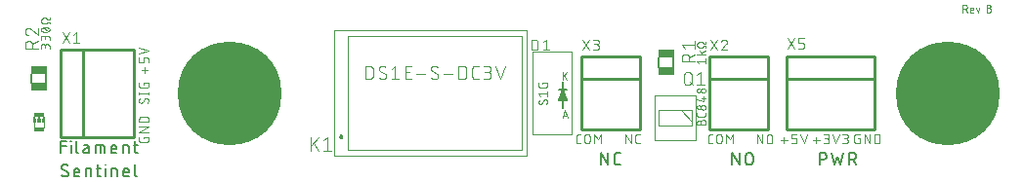
<source format=gto>
G04 This is an RS-274x file exported by *
G04 gerbv version 2.7A *
G04 More information is available about gerbv at *
G04 http://gerbv.geda-project.org/ *
G04 --End of header info--*
%MOIN*%
%FSLAX36Y36*%
%IPPOS*%
%INTop Silkscreen*%
G04 --Define apertures--*
%ADD10C,0.0070*%
%ADD11R,0.0100X0.0250*%
%ADD12R,0.0050X0.0200*%
%ADD13C,0.0040*%
%ADD14C,0.3536*%
%ADD15C,0.0030*%
%ADD16C,0.0060*%
%ADD17C,0.0020*%
%ADD18C,0.0020*%
%ADD19C,0.0039*%
%ADD20C,0.0079*%
%ADD21C,0.0079*%
%ADD22R,0.0354X0.0157*%
%ADD23R,0.0059X0.0118*%
%ADD24R,0.0118X0.0118*%
%ADD25R,0.0551X0.0256*%
%ADD26C,0.0100*%
G04 --Start main section--*
G36*
G01X1900094Y0323524D02*
G01X1900094Y0323524D01*
G01X1900193Y0323516D01*
G01X1900425Y0323602D01*
G01X1900665Y0323657D01*
G01X1900740Y0323720D01*
G01X1900831Y0323756D01*
G01X1901000Y0323937D01*
G01X1901189Y0324091D01*
G01X1901232Y0324181D01*
G01X1901299Y0324256D01*
G01X1901370Y0324488D01*
G01X1901469Y0324717D01*
G01X1901465Y0324815D01*
G01X1901496Y0324909D01*
G01X1901449Y0325252D01*
G01X1901445Y0325398D01*
G01X1901425Y0325429D01*
G01X1901421Y0325472D01*
G01X1888921Y0362972D01*
G01X1888811Y0363150D01*
G01X1888736Y0363343D01*
G01X1888634Y0363437D01*
G01X1888563Y0363555D01*
G01X1888386Y0363665D01*
G01X1888236Y0363803D01*
G01X1888102Y0363843D01*
G01X1887984Y0363917D01*
G01X1887780Y0363937D01*
G01X1887579Y0363996D01*
G01X1887445Y0363972D01*
G01X1887307Y0363984D01*
G01X1887114Y0363913D01*
G01X1886909Y0363874D01*
G01X1886799Y0363791D01*
G01X1886669Y0363744D01*
G01X1886528Y0363594D01*
G01X1886358Y0363469D01*
G01X1886280Y0363331D01*
G01X1886201Y0363244D01*
G01X1886165Y0363126D01*
G01X1886079Y0362972D01*
G01X1873579Y0325472D01*
G01X1873571Y0325374D01*
G01X1873531Y0325283D01*
G01X1873539Y0325039D01*
G01X1873516Y0324795D01*
G01X1873551Y0324701D01*
G01X1873555Y0324602D01*
G01X1873673Y0324386D01*
G01X1873764Y0324157D01*
G01X1873835Y0324091D01*
G01X1873882Y0324004D01*
G01X1874083Y0323862D01*
G01X1874264Y0323697D01*
G01X1874358Y0323669D01*
G01X1874441Y0323610D01*
G01X1874783Y0323547D01*
G01X1874921Y0323504D01*
G01X1874957Y0323512D01*
G01X1875000Y0323504D01*
G01X1900000Y0323504D01*
G01X1900094Y0323524D01*
G37*
G54D10*
G01X2762315Y0103500D02*
G01X2762315Y0146500D01*
G01X2762315Y0146500D02*
G01X2774260Y0146500D01*
G01X2774260Y0146500D02*
G01X2774685Y0146492D01*
G01X2774685Y0146492D02*
G01X2775110Y0146469D01*
G01X2775110Y0146469D02*
G01X2775535Y0146433D01*
G01X2775535Y0146433D02*
G01X2775961Y0146378D01*
G01X2775961Y0146378D02*
G01X2776382Y0146311D01*
G01X2776382Y0146311D02*
G01X2776799Y0146228D01*
G01X2776799Y0146228D02*
G01X2777213Y0146130D01*
G01X2777213Y0146130D02*
G01X2777626Y0146016D01*
G01X2777626Y0146016D02*
G01X2778031Y0145890D01*
G01X2778031Y0145890D02*
G01X2778433Y0145748D01*
G01X2778433Y0145748D02*
G01X2778831Y0145591D01*
G01X2778831Y0145591D02*
G01X2779220Y0145421D01*
G01X2779220Y0145421D02*
G01X2779606Y0145236D01*
G01X2779606Y0145236D02*
G01X2779984Y0145039D01*
G01X2779984Y0145039D02*
G01X2780354Y0144827D01*
G01X2780354Y0144827D02*
G01X2780717Y0144602D01*
G01X2780717Y0144602D02*
G01X2781071Y0144366D01*
G01X2781071Y0144366D02*
G01X2781417Y0144118D01*
G01X2781417Y0144118D02*
G01X2781756Y0143854D01*
G01X2781756Y0143854D02*
G01X2782083Y0143583D01*
G01X2782083Y0143583D02*
G01X2782398Y0143299D01*
G01X2782398Y0143299D02*
G01X2782705Y0143000D01*
G01X2782705Y0143000D02*
G01X2783004Y0142693D01*
G01X2783004Y0142693D02*
G01X2783287Y0142378D01*
G01X2783287Y0142378D02*
G01X2783559Y0142051D01*
G01X2783559Y0142051D02*
G01X2783823Y0141713D01*
G01X2783823Y0141713D02*
G01X2784071Y0141366D01*
G01X2784071Y0141366D02*
G01X2784307Y0141012D01*
G01X2784307Y0141012D02*
G01X2784531Y0140650D01*
G01X2784531Y0140650D02*
G01X2784744Y0140280D01*
G01X2784744Y0140280D02*
G01X2784941Y0139902D01*
G01X2784941Y0139902D02*
G01X2785126Y0139516D01*
G01X2785126Y0139516D02*
G01X2785295Y0139126D01*
G01X2785295Y0139126D02*
G01X2785453Y0138728D01*
G01X2785453Y0138728D02*
G01X2785594Y0138327D01*
G01X2785594Y0138327D02*
G01X2785720Y0137921D01*
G01X2785720Y0137921D02*
G01X2785835Y0137508D01*
G01X2785835Y0137508D02*
G01X2785933Y0137094D01*
G01X2785933Y0137094D02*
G01X2786016Y0136677D01*
G01X2786016Y0136677D02*
G01X2786083Y0136256D01*
G01X2786083Y0136256D02*
G01X2786138Y0135831D01*
G01X2786138Y0135831D02*
G01X2786173Y0135406D01*
G01X2786173Y0135406D02*
G01X2786197Y0134980D01*
G01X2786197Y0134980D02*
G01X2786205Y0134555D01*
G01X2786205Y0134555D02*
G01X2786197Y0134130D01*
G01X2786197Y0134130D02*
G01X2786173Y0133705D01*
G01X2786173Y0133705D02*
G01X2786138Y0133280D01*
G01X2786138Y0133280D02*
G01X2786083Y0132854D01*
G01X2786083Y0132854D02*
G01X2786016Y0132433D01*
G01X2786016Y0132433D02*
G01X2785933Y0132016D01*
G01X2785933Y0132016D02*
G01X2785835Y0131602D01*
G01X2785835Y0131602D02*
G01X2785720Y0131189D01*
G01X2785720Y0131189D02*
G01X2785594Y0130783D01*
G01X2785594Y0130783D02*
G01X2785453Y0130382D01*
G01X2785453Y0130382D02*
G01X2785295Y0129984D01*
G01X2785295Y0129984D02*
G01X2785126Y0129594D01*
G01X2785126Y0129594D02*
G01X2784941Y0129209D01*
G01X2784941Y0129209D02*
G01X2784744Y0128831D01*
G01X2784744Y0128831D02*
G01X2784531Y0128461D01*
G01X2784531Y0128461D02*
G01X2784307Y0128098D01*
G01X2784307Y0128098D02*
G01X2784071Y0127744D01*
G01X2784071Y0127744D02*
G01X2783823Y0127398D01*
G01X2783823Y0127398D02*
G01X2783559Y0127059D01*
G01X2783559Y0127059D02*
G01X2783287Y0126732D01*
G01X2783287Y0126732D02*
G01X2783004Y0126417D01*
G01X2783004Y0126417D02*
G01X2782705Y0126110D01*
G01X2782705Y0126110D02*
G01X2782398Y0125811D01*
G01X2782398Y0125811D02*
G01X2782083Y0125528D01*
G01X2782083Y0125528D02*
G01X2781756Y0125256D01*
G01X2781756Y0125256D02*
G01X2781417Y0124992D01*
G01X2781417Y0124992D02*
G01X2781071Y0124744D01*
G01X2781071Y0124744D02*
G01X2780717Y0124508D01*
G01X2780717Y0124508D02*
G01X2780354Y0124283D01*
G01X2780354Y0124283D02*
G01X2779984Y0124071D01*
G01X2779984Y0124071D02*
G01X2779606Y0123874D01*
G01X2779606Y0123874D02*
G01X2779220Y0123689D01*
G01X2779220Y0123689D02*
G01X2778831Y0123520D01*
G01X2778831Y0123520D02*
G01X2778433Y0123362D01*
G01X2778433Y0123362D02*
G01X2778031Y0123220D01*
G01X2778031Y0123220D02*
G01X2777626Y0123094D01*
G01X2777626Y0123094D02*
G01X2777213Y0122980D01*
G01X2777213Y0122980D02*
G01X2776799Y0122882D01*
G01X2776799Y0122882D02*
G01X2776382Y0122799D01*
G01X2776382Y0122799D02*
G01X2775961Y0122732D01*
G01X2775961Y0122732D02*
G01X2775535Y0122677D01*
G01X2775535Y0122677D02*
G01X2775110Y0122642D01*
G01X2775110Y0122642D02*
G01X2774685Y0122618D01*
G01X2774685Y0122618D02*
G01X2774260Y0122610D01*
G01X2774260Y0122610D02*
G01X2762315Y0122610D01*
G01X2803732Y0146500D02*
G01X2813287Y0103500D01*
G01X2813287Y0103500D02*
G01X2822843Y0132165D01*
G01X2822843Y0132165D02*
G01X2832398Y0103500D01*
G01X2832398Y0103500D02*
G01X2841953Y0146500D01*
G01X2863795Y0146500D02*
G01X2863795Y0103500D01*
G01X2863795Y0146500D02*
G01X2875740Y0146500D01*
G01X2875740Y0146500D02*
G01X2876165Y0146492D01*
G01X2876165Y0146492D02*
G01X2876591Y0146469D01*
G01X2876591Y0146469D02*
G01X2877016Y0146433D01*
G01X2877016Y0146433D02*
G01X2877441Y0146378D01*
G01X2877441Y0146378D02*
G01X2877862Y0146311D01*
G01X2877862Y0146311D02*
G01X2878280Y0146228D01*
G01X2878280Y0146228D02*
G01X2878693Y0146130D01*
G01X2878693Y0146130D02*
G01X2879106Y0146016D01*
G01X2879106Y0146016D02*
G01X2879512Y0145890D01*
G01X2879512Y0145890D02*
G01X2879913Y0145748D01*
G01X2879913Y0145748D02*
G01X2880311Y0145591D01*
G01X2880311Y0145591D02*
G01X2880701Y0145421D01*
G01X2880701Y0145421D02*
G01X2881087Y0145236D01*
G01X2881087Y0145236D02*
G01X2881465Y0145039D01*
G01X2881465Y0145039D02*
G01X2881835Y0144827D01*
G01X2881835Y0144827D02*
G01X2882197Y0144602D01*
G01X2882197Y0144602D02*
G01X2882551Y0144366D01*
G01X2882551Y0144366D02*
G01X2882898Y0144118D01*
G01X2882898Y0144118D02*
G01X2883236Y0143854D01*
G01X2883236Y0143854D02*
G01X2883563Y0143583D01*
G01X2883563Y0143583D02*
G01X2883878Y0143299D01*
G01X2883878Y0143299D02*
G01X2884185Y0143000D01*
G01X2884185Y0143000D02*
G01X2884484Y0142693D01*
G01X2884484Y0142693D02*
G01X2884768Y0142378D01*
G01X2884768Y0142378D02*
G01X2885039Y0142051D01*
G01X2885039Y0142051D02*
G01X2885303Y0141713D01*
G01X2885303Y0141713D02*
G01X2885551Y0141366D01*
G01X2885551Y0141366D02*
G01X2885787Y0141012D01*
G01X2885787Y0141012D02*
G01X2886012Y0140650D01*
G01X2886012Y0140650D02*
G01X2886224Y0140280D01*
G01X2886224Y0140280D02*
G01X2886421Y0139902D01*
G01X2886421Y0139902D02*
G01X2886606Y0139516D01*
G01X2886606Y0139516D02*
G01X2886776Y0139126D01*
G01X2886776Y0139126D02*
G01X2886933Y0138728D01*
G01X2886933Y0138728D02*
G01X2887075Y0138327D01*
G01X2887075Y0138327D02*
G01X2887201Y0137921D01*
G01X2887201Y0137921D02*
G01X2887315Y0137508D01*
G01X2887315Y0137508D02*
G01X2887413Y0137094D01*
G01X2887413Y0137094D02*
G01X2887496Y0136677D01*
G01X2887496Y0136677D02*
G01X2887563Y0136256D01*
G01X2887563Y0136256D02*
G01X2887618Y0135831D01*
G01X2887618Y0135831D02*
G01X2887654Y0135406D01*
G01X2887654Y0135406D02*
G01X2887677Y0134980D01*
G01X2887677Y0134980D02*
G01X2887685Y0134555D01*
G01X2887685Y0134555D02*
G01X2887677Y0134130D01*
G01X2887677Y0134130D02*
G01X2887654Y0133705D01*
G01X2887654Y0133705D02*
G01X2887618Y0133280D01*
G01X2887618Y0133280D02*
G01X2887563Y0132854D01*
G01X2887563Y0132854D02*
G01X2887496Y0132433D01*
G01X2887496Y0132433D02*
G01X2887413Y0132016D01*
G01X2887413Y0132016D02*
G01X2887315Y0131602D01*
G01X2887315Y0131602D02*
G01X2887201Y0131189D01*
G01X2887201Y0131189D02*
G01X2887075Y0130783D01*
G01X2887075Y0130783D02*
G01X2886933Y0130382D01*
G01X2886933Y0130382D02*
G01X2886776Y0129984D01*
G01X2886776Y0129984D02*
G01X2886606Y0129594D01*
G01X2886606Y0129594D02*
G01X2886421Y0129209D01*
G01X2886421Y0129209D02*
G01X2886224Y0128831D01*
G01X2886224Y0128831D02*
G01X2886012Y0128461D01*
G01X2886012Y0128461D02*
G01X2885787Y0128098D01*
G01X2885787Y0128098D02*
G01X2885551Y0127744D01*
G01X2885551Y0127744D02*
G01X2885303Y0127398D01*
G01X2885303Y0127398D02*
G01X2885039Y0127059D01*
G01X2885039Y0127059D02*
G01X2884768Y0126732D01*
G01X2884768Y0126732D02*
G01X2884484Y0126417D01*
G01X2884484Y0126417D02*
G01X2884185Y0126110D01*
G01X2884185Y0126110D02*
G01X2883878Y0125811D01*
G01X2883878Y0125811D02*
G01X2883563Y0125528D01*
G01X2883563Y0125528D02*
G01X2883236Y0125256D01*
G01X2883236Y0125256D02*
G01X2882898Y0124992D01*
G01X2882898Y0124992D02*
G01X2882551Y0124744D01*
G01X2882551Y0124744D02*
G01X2882197Y0124508D01*
G01X2882197Y0124508D02*
G01X2881835Y0124283D01*
G01X2881835Y0124283D02*
G01X2881465Y0124071D01*
G01X2881465Y0124071D02*
G01X2881087Y0123874D01*
G01X2881087Y0123874D02*
G01X2880701Y0123689D01*
G01X2880701Y0123689D02*
G01X2880311Y0123520D01*
G01X2880311Y0123520D02*
G01X2879913Y0123362D01*
G01X2879913Y0123362D02*
G01X2879512Y0123220D01*
G01X2879512Y0123220D02*
G01X2879106Y0123094D01*
G01X2879106Y0123094D02*
G01X2878693Y0122980D01*
G01X2878693Y0122980D02*
G01X2878280Y0122882D01*
G01X2878280Y0122882D02*
G01X2877862Y0122799D01*
G01X2877862Y0122799D02*
G01X2877441Y0122732D01*
G01X2877441Y0122732D02*
G01X2877016Y0122677D01*
G01X2877016Y0122677D02*
G01X2876591Y0122642D01*
G01X2876591Y0122642D02*
G01X2876165Y0122618D01*
G01X2876165Y0122618D02*
G01X2875740Y0122610D01*
G01X2875740Y0122610D02*
G01X2863795Y0122610D01*
G01X2878130Y0122610D02*
G01X2887685Y0103500D01*
G01X0172756Y0143500D02*
G01X0172756Y0186500D01*
G01X0172756Y0186500D02*
G01X0191866Y0186500D01*
G01X0191866Y0167390D02*
G01X0172756Y0167390D01*
G01X0208579Y0172165D02*
G01X0208579Y0143500D01*
G01X0207382Y0184110D02*
G01X0207382Y0186500D01*
G01X0207382Y0186500D02*
G01X0209772Y0186500D01*
G01X0209772Y0186500D02*
G01X0209772Y0184110D01*
G01X0209772Y0184110D02*
G01X0207382Y0184110D01*
G01X0227772Y0186500D02*
G01X0227772Y0150665D01*
G01X0227772Y0150665D02*
G01X0227780Y0150335D01*
G01X0227780Y0150335D02*
G01X0227803Y0150004D01*
G01X0227803Y0150004D02*
G01X0227839Y0149677D01*
G01X0227839Y0149677D02*
G01X0227894Y0149350D01*
G01X0227894Y0149350D02*
G01X0227961Y0149024D01*
G01X0227961Y0149024D02*
G01X0228043Y0148705D01*
G01X0228043Y0148705D02*
G01X0228142Y0148390D01*
G01X0228142Y0148390D02*
G01X0228256Y0148079D01*
G01X0228256Y0148079D02*
G01X0228382Y0147772D01*
G01X0228382Y0147772D02*
G01X0228524Y0147472D01*
G01X0228524Y0147472D02*
G01X0228677Y0147177D01*
G01X0228677Y0147177D02*
G01X0228846Y0146894D01*
G01X0228846Y0146894D02*
G01X0229028Y0146614D01*
G01X0229028Y0146614D02*
G01X0229220Y0146346D01*
G01X0229220Y0146346D02*
G01X0229425Y0146087D01*
G01X0229425Y0146087D02*
G01X0229642Y0145839D01*
G01X0229642Y0145839D02*
G01X0229870Y0145598D01*
G01X0229870Y0145598D02*
G01X0230110Y0145370D01*
G01X0230110Y0145370D02*
G01X0230358Y0145154D01*
G01X0230358Y0145154D02*
G01X0230618Y0144949D01*
G01X0230618Y0144949D02*
G01X0230886Y0144756D01*
G01X0230886Y0144756D02*
G01X0231165Y0144575D01*
G01X0231165Y0144575D02*
G01X0231449Y0144406D01*
G01X0231449Y0144406D02*
G01X0231744Y0144252D01*
G01X0231744Y0144252D02*
G01X0232043Y0144110D01*
G01X0232043Y0144110D02*
G01X0232350Y0143984D01*
G01X0232350Y0143984D02*
G01X0232661Y0143870D01*
G01X0232661Y0143870D02*
G01X0232976Y0143772D01*
G01X0232976Y0143772D02*
G01X0233295Y0143689D01*
G01X0233295Y0143689D02*
G01X0233622Y0143622D01*
G01X0233622Y0143622D02*
G01X0233949Y0143567D01*
G01X0233949Y0143567D02*
G01X0234276Y0143531D01*
G01X0234276Y0143531D02*
G01X0234606Y0143508D01*
G01X0234606Y0143508D02*
G01X0234937Y0143500D01*
G01X0259563Y0160220D02*
G01X0270315Y0160220D01*
G01X0259563Y0160224D02*
G01X0259205Y0160217D01*
G01X0259205Y0160217D02*
G01X0258843Y0160193D01*
G01X0258843Y0160193D02*
G01X0258488Y0160154D01*
G01X0258488Y0160154D02*
G01X0258130Y0160102D01*
G01X0258130Y0160102D02*
G01X0257776Y0160031D01*
G01X0257776Y0160031D02*
G01X0257429Y0159949D01*
G01X0257429Y0159949D02*
G01X0257083Y0159846D01*
G01X0257083Y0159846D02*
G01X0256740Y0159732D01*
G01X0256740Y0159732D02*
G01X0256406Y0159606D01*
G01X0256406Y0159606D02*
G01X0256075Y0159461D01*
G01X0256075Y0159461D02*
G01X0255752Y0159303D01*
G01X0255752Y0159303D02*
G01X0255433Y0159134D01*
G01X0255433Y0159134D02*
G01X0255126Y0158949D01*
G01X0255126Y0158949D02*
G01X0254823Y0158752D01*
G01X0254823Y0158752D02*
G01X0254531Y0158543D01*
G01X0254531Y0158543D02*
G01X0254248Y0158319D01*
G01X0254248Y0158319D02*
G01X0253976Y0158083D01*
G01X0253976Y0158083D02*
G01X0253713Y0157839D01*
G01X0253713Y0157839D02*
G01X0253461Y0157583D01*
G01X0253461Y0157583D02*
G01X0253220Y0157315D01*
G01X0253220Y0157315D02*
G01X0252992Y0157035D01*
G01X0252992Y0157035D02*
G01X0252776Y0156748D01*
G01X0252776Y0156748D02*
G01X0252571Y0156453D01*
G01X0252571Y0156453D02*
G01X0252382Y0156146D01*
G01X0252382Y0156146D02*
G01X0252205Y0155835D01*
G01X0252205Y0155835D02*
G01X0252039Y0155512D01*
G01X0252039Y0155512D02*
G01X0251890Y0155185D01*
G01X0251890Y0155185D02*
G01X0251756Y0154854D01*
G01X0251756Y0154854D02*
G01X0251634Y0154516D01*
G01X0251634Y0154516D02*
G01X0251528Y0154169D01*
G01X0251528Y0154169D02*
G01X0251433Y0153823D01*
G01X0251433Y0153823D02*
G01X0251358Y0153472D01*
G01X0251358Y0153472D02*
G01X0251295Y0153118D01*
G01X0251295Y0153118D02*
G01X0251248Y0152760D01*
G01X0251248Y0152760D02*
G01X0251217Y0152402D01*
G01X0251217Y0152402D02*
G01X0251201Y0152043D01*
G01X0251201Y0152043D02*
G01X0251201Y0151681D01*
G01X0251201Y0151681D02*
G01X0251217Y0151323D01*
G01X0251217Y0151323D02*
G01X0251248Y0150965D01*
G01X0251248Y0150965D02*
G01X0251295Y0150606D01*
G01X0251295Y0150606D02*
G01X0251358Y0150252D01*
G01X0251358Y0150252D02*
G01X0251433Y0149902D01*
G01X0251433Y0149902D02*
G01X0251528Y0149555D01*
G01X0251528Y0149555D02*
G01X0251634Y0149209D01*
G01X0251634Y0149209D02*
G01X0251756Y0148870D01*
G01X0251756Y0148870D02*
G01X0251890Y0148539D01*
G01X0251890Y0148539D02*
G01X0252039Y0148213D01*
G01X0252039Y0148213D02*
G01X0252205Y0147890D01*
G01X0252205Y0147890D02*
G01X0252382Y0147579D01*
G01X0252382Y0147579D02*
G01X0252571Y0147272D01*
G01X0252571Y0147272D02*
G01X0252776Y0146976D01*
G01X0252776Y0146976D02*
G01X0252992Y0146689D01*
G01X0252992Y0146689D02*
G01X0253220Y0146409D01*
G01X0253220Y0146409D02*
G01X0253461Y0146142D01*
G01X0253461Y0146142D02*
G01X0253713Y0145886D01*
G01X0253713Y0145886D02*
G01X0253976Y0145642D01*
G01X0253976Y0145642D02*
G01X0254248Y0145406D01*
G01X0254248Y0145406D02*
G01X0254531Y0145181D01*
G01X0254531Y0145181D02*
G01X0254823Y0144972D01*
G01X0254823Y0144972D02*
G01X0255126Y0144776D01*
G01X0255126Y0144776D02*
G01X0255433Y0144591D01*
G01X0255433Y0144591D02*
G01X0255752Y0144421D01*
G01X0255752Y0144421D02*
G01X0256075Y0144264D01*
G01X0256075Y0144264D02*
G01X0256406Y0144118D01*
G01X0256406Y0144118D02*
G01X0256740Y0143992D01*
G01X0256740Y0143992D02*
G01X0257083Y0143878D01*
G01X0257083Y0143878D02*
G01X0257429Y0143776D01*
G01X0257429Y0143776D02*
G01X0257776Y0143693D01*
G01X0257776Y0143693D02*
G01X0258130Y0143622D01*
G01X0258130Y0143622D02*
G01X0258488Y0143571D01*
G01X0258488Y0143571D02*
G01X0258843Y0143531D01*
G01X0258843Y0143531D02*
G01X0259205Y0143508D01*
G01X0259205Y0143508D02*
G01X0259563Y0143500D01*
G01X0259563Y0143500D02*
G01X0270315Y0143500D01*
G01X0270315Y0143500D02*
G01X0270315Y0165000D01*
G01X0270315Y0165000D02*
G01X0270307Y0165331D01*
G01X0270307Y0165331D02*
G01X0270283Y0165661D01*
G01X0270283Y0165661D02*
G01X0270248Y0165988D01*
G01X0270248Y0165988D02*
G01X0270193Y0166315D01*
G01X0270193Y0166315D02*
G01X0270126Y0166642D01*
G01X0270126Y0166642D02*
G01X0270043Y0166961D01*
G01X0270043Y0166961D02*
G01X0269945Y0167276D01*
G01X0269945Y0167276D02*
G01X0269831Y0167587D01*
G01X0269831Y0167587D02*
G01X0269705Y0167894D01*
G01X0269705Y0167894D02*
G01X0269563Y0168193D01*
G01X0269563Y0168193D02*
G01X0269409Y0168488D01*
G01X0269409Y0168488D02*
G01X0269240Y0168772D01*
G01X0269240Y0168772D02*
G01X0269059Y0169051D01*
G01X0269059Y0169051D02*
G01X0268866Y0169319D01*
G01X0268866Y0169319D02*
G01X0268661Y0169579D01*
G01X0268661Y0169579D02*
G01X0268445Y0169827D01*
G01X0268445Y0169827D02*
G01X0268217Y0170067D01*
G01X0268217Y0170067D02*
G01X0267976Y0170295D01*
G01X0267976Y0170295D02*
G01X0267728Y0170512D01*
G01X0267728Y0170512D02*
G01X0267469Y0170717D01*
G01X0267469Y0170717D02*
G01X0267201Y0170909D01*
G01X0267201Y0170909D02*
G01X0266921Y0171091D01*
G01X0266921Y0171091D02*
G01X0266638Y0171260D01*
G01X0266638Y0171260D02*
G01X0266343Y0171413D01*
G01X0266343Y0171413D02*
G01X0266043Y0171555D01*
G01X0266043Y0171555D02*
G01X0265736Y0171681D01*
G01X0265736Y0171681D02*
G01X0265425Y0171795D01*
G01X0265425Y0171795D02*
G01X0265110Y0171894D01*
G01X0265110Y0171894D02*
G01X0264791Y0171976D01*
G01X0264791Y0171976D02*
G01X0264465Y0172043D01*
G01X0264465Y0172043D02*
G01X0264138Y0172098D01*
G01X0264138Y0172098D02*
G01X0263811Y0172134D01*
G01X0263811Y0172134D02*
G01X0263480Y0172157D01*
G01X0263480Y0172157D02*
G01X0263150Y0172165D01*
G01X0263150Y0172165D02*
G01X0253591Y0172165D01*
G01X0294744Y0172165D02*
G01X0294744Y0143500D01*
G01X0294744Y0172165D02*
G01X0316244Y0172165D01*
G01X0316244Y0172165D02*
G01X0316575Y0172157D01*
G01X0316575Y0172157D02*
G01X0316906Y0172134D01*
G01X0316906Y0172134D02*
G01X0317232Y0172098D01*
G01X0317232Y0172098D02*
G01X0317559Y0172043D01*
G01X0317559Y0172043D02*
G01X0317886Y0171976D01*
G01X0317886Y0171976D02*
G01X0318205Y0171894D01*
G01X0318205Y0171894D02*
G01X0318520Y0171795D01*
G01X0318520Y0171795D02*
G01X0318831Y0171681D01*
G01X0318831Y0171681D02*
G01X0319138Y0171555D01*
G01X0319138Y0171555D02*
G01X0319437Y0171413D01*
G01X0319437Y0171413D02*
G01X0319732Y0171260D01*
G01X0319732Y0171260D02*
G01X0320016Y0171091D01*
G01X0320016Y0171091D02*
G01X0320295Y0170909D01*
G01X0320295Y0170909D02*
G01X0320563Y0170717D01*
G01X0320563Y0170717D02*
G01X0320823Y0170512D01*
G01X0320823Y0170512D02*
G01X0321071Y0170295D01*
G01X0321071Y0170295D02*
G01X0321311Y0170067D01*
G01X0321311Y0170067D02*
G01X0321539Y0169827D01*
G01X0321539Y0169827D02*
G01X0321756Y0169579D01*
G01X0321756Y0169579D02*
G01X0321961Y0169319D01*
G01X0321961Y0169319D02*
G01X0322154Y0169051D01*
G01X0322154Y0169051D02*
G01X0322335Y0168772D01*
G01X0322335Y0168772D02*
G01X0322504Y0168488D01*
G01X0322504Y0168488D02*
G01X0322657Y0168193D01*
G01X0322657Y0168193D02*
G01X0322799Y0167894D01*
G01X0322799Y0167894D02*
G01X0322925Y0167587D01*
G01X0322925Y0167587D02*
G01X0323039Y0167276D01*
G01X0323039Y0167276D02*
G01X0323138Y0166961D01*
G01X0323138Y0166961D02*
G01X0323220Y0166642D01*
G01X0323220Y0166642D02*
G01X0323287Y0166315D01*
G01X0323287Y0166315D02*
G01X0323343Y0165988D01*
G01X0323343Y0165988D02*
G01X0323378Y0165661D01*
G01X0323378Y0165661D02*
G01X0323402Y0165331D01*
G01X0323402Y0165331D02*
G01X0323409Y0165000D01*
G01X0323409Y0165000D02*
G01X0323409Y0143500D01*
G01X0309079Y0143500D02*
G01X0309079Y0172165D01*
G01X0353189Y0143500D02*
G01X0365134Y0143500D01*
G01X0353189Y0143500D02*
G01X0352858Y0143508D01*
G01X0352858Y0143508D02*
G01X0352528Y0143531D01*
G01X0352528Y0143531D02*
G01X0352201Y0143567D01*
G01X0352201Y0143567D02*
G01X0351874Y0143622D01*
G01X0351874Y0143622D02*
G01X0351547Y0143689D01*
G01X0351547Y0143689D02*
G01X0351228Y0143772D01*
G01X0351228Y0143772D02*
G01X0350913Y0143870D01*
G01X0350913Y0143870D02*
G01X0350602Y0143984D01*
G01X0350602Y0143984D02*
G01X0350295Y0144110D01*
G01X0350295Y0144110D02*
G01X0349996Y0144252D01*
G01X0349996Y0144252D02*
G01X0349701Y0144406D01*
G01X0349701Y0144406D02*
G01X0349417Y0144575D01*
G01X0349417Y0144575D02*
G01X0349138Y0144756D01*
G01X0349138Y0144756D02*
G01X0348870Y0144949D01*
G01X0348870Y0144949D02*
G01X0348610Y0145154D01*
G01X0348610Y0145154D02*
G01X0348362Y0145370D01*
G01X0348362Y0145370D02*
G01X0348122Y0145598D01*
G01X0348122Y0145598D02*
G01X0347894Y0145839D01*
G01X0347894Y0145839D02*
G01X0347677Y0146087D01*
G01X0347677Y0146087D02*
G01X0347472Y0146346D01*
G01X0347472Y0146346D02*
G01X0347280Y0146614D01*
G01X0347280Y0146614D02*
G01X0347098Y0146894D01*
G01X0347098Y0146894D02*
G01X0346929Y0147177D01*
G01X0346929Y0147177D02*
G01X0346776Y0147472D01*
G01X0346776Y0147472D02*
G01X0346634Y0147772D01*
G01X0346634Y0147772D02*
G01X0346508Y0148079D01*
G01X0346508Y0148079D02*
G01X0346394Y0148390D01*
G01X0346394Y0148390D02*
G01X0346295Y0148705D01*
G01X0346295Y0148705D02*
G01X0346213Y0149024D01*
G01X0346213Y0149024D02*
G01X0346146Y0149350D01*
G01X0346146Y0149350D02*
G01X0346091Y0149677D01*
G01X0346091Y0149677D02*
G01X0346055Y0150004D01*
G01X0346055Y0150004D02*
G01X0346031Y0150335D01*
G01X0346031Y0150335D02*
G01X0346024Y0150665D01*
G01X0346024Y0150665D02*
G01X0346024Y0162610D01*
G01X0346024Y0162610D02*
G01X0346031Y0162996D01*
G01X0346031Y0162996D02*
G01X0346055Y0163378D01*
G01X0346055Y0163378D02*
G01X0346094Y0163764D01*
G01X0346094Y0163764D02*
G01X0346146Y0164142D01*
G01X0346146Y0164142D02*
G01X0346217Y0164520D01*
G01X0346217Y0164520D02*
G01X0346303Y0164898D01*
G01X0346303Y0164898D02*
G01X0346402Y0165268D01*
G01X0346402Y0165268D02*
G01X0346516Y0165638D01*
G01X0346516Y0165638D02*
G01X0346646Y0166000D01*
G01X0346646Y0166000D02*
G01X0346787Y0166354D01*
G01X0346787Y0166354D02*
G01X0346945Y0166705D01*
G01X0346945Y0166705D02*
G01X0347118Y0167051D01*
G01X0347118Y0167051D02*
G01X0347303Y0167390D01*
G01X0347303Y0167390D02*
G01X0347504Y0167717D01*
G01X0347504Y0167717D02*
G01X0347717Y0168039D01*
G01X0347717Y0168039D02*
G01X0347941Y0168350D01*
G01X0347941Y0168350D02*
G01X0348177Y0168654D01*
G01X0348177Y0168654D02*
G01X0348425Y0168945D01*
G01X0348425Y0168945D02*
G01X0348689Y0169228D01*
G01X0348689Y0169228D02*
G01X0348961Y0169500D01*
G01X0348961Y0169500D02*
G01X0349244Y0169764D01*
G01X0349244Y0169764D02*
G01X0349535Y0170012D01*
G01X0349535Y0170012D02*
G01X0349839Y0170248D01*
G01X0349839Y0170248D02*
G01X0350150Y0170472D01*
G01X0350150Y0170472D02*
G01X0350472Y0170685D01*
G01X0350472Y0170685D02*
G01X0350803Y0170886D01*
G01X0350803Y0170886D02*
G01X0351138Y0171071D01*
G01X0351138Y0171071D02*
G01X0351484Y0171244D01*
G01X0351484Y0171244D02*
G01X0351835Y0171402D01*
G01X0351835Y0171402D02*
G01X0352189Y0171543D01*
G01X0352189Y0171543D02*
G01X0352551Y0171673D01*
G01X0352551Y0171673D02*
G01X0352921Y0171787D01*
G01X0352921Y0171787D02*
G01X0353291Y0171886D01*
G01X0353291Y0171886D02*
G01X0353669Y0171972D01*
G01X0353669Y0171972D02*
G01X0354047Y0172043D01*
G01X0354047Y0172043D02*
G01X0354425Y0172094D01*
G01X0354425Y0172094D02*
G01X0354811Y0172134D01*
G01X0354811Y0172134D02*
G01X0355193Y0172157D01*
G01X0355193Y0172157D02*
G01X0355579Y0172165D01*
G01X0355579Y0172165D02*
G01X0355965Y0172157D01*
G01X0355965Y0172157D02*
G01X0356346Y0172134D01*
G01X0356346Y0172134D02*
G01X0356732Y0172094D01*
G01X0356732Y0172094D02*
G01X0357110Y0172043D01*
G01X0357110Y0172043D02*
G01X0357488Y0171972D01*
G01X0357488Y0171972D02*
G01X0357866Y0171886D01*
G01X0357866Y0171886D02*
G01X0358236Y0171787D01*
G01X0358236Y0171787D02*
G01X0358606Y0171673D01*
G01X0358606Y0171673D02*
G01X0358969Y0171543D01*
G01X0358969Y0171543D02*
G01X0359323Y0171402D01*
G01X0359323Y0171402D02*
G01X0359673Y0171244D01*
G01X0359673Y0171244D02*
G01X0360020Y0171071D01*
G01X0360020Y0171071D02*
G01X0360358Y0170886D01*
G01X0360358Y0170886D02*
G01X0360685Y0170685D01*
G01X0360685Y0170685D02*
G01X0361008Y0170472D01*
G01X0361008Y0170472D02*
G01X0361319Y0170248D01*
G01X0361319Y0170248D02*
G01X0361622Y0170012D01*
G01X0361622Y0170012D02*
G01X0361913Y0169764D01*
G01X0361913Y0169764D02*
G01X0362197Y0169500D01*
G01X0362197Y0169500D02*
G01X0362469Y0169228D01*
G01X0362469Y0169228D02*
G01X0362732Y0168945D01*
G01X0362732Y0168945D02*
G01X0362980Y0168654D01*
G01X0362980Y0168654D02*
G01X0363217Y0168350D01*
G01X0363217Y0168350D02*
G01X0363441Y0168039D01*
G01X0363441Y0168039D02*
G01X0363654Y0167717D01*
G01X0363654Y0167717D02*
G01X0363854Y0167390D01*
G01X0363854Y0167390D02*
G01X0364039Y0167051D01*
G01X0364039Y0167051D02*
G01X0364213Y0166705D01*
G01X0364213Y0166705D02*
G01X0364370Y0166354D01*
G01X0364370Y0166354D02*
G01X0364512Y0166000D01*
G01X0364512Y0166000D02*
G01X0364642Y0165638D01*
G01X0364642Y0165638D02*
G01X0364756Y0165268D01*
G01X0364756Y0165268D02*
G01X0364854Y0164898D01*
G01X0364854Y0164898D02*
G01X0364941Y0164520D01*
G01X0364941Y0164520D02*
G01X0365012Y0164142D01*
G01X0365012Y0164142D02*
G01X0365063Y0163764D01*
G01X0365063Y0163764D02*
G01X0365102Y0163378D01*
G01X0365102Y0163378D02*
G01X0365126Y0162996D01*
G01X0365126Y0162996D02*
G01X0365134Y0162610D01*
G01X0365134Y0162610D02*
G01X0365134Y0157835D01*
G01X0365134Y0157835D02*
G01X0346024Y0157835D01*
G01X0386524Y0143500D02*
G01X0386524Y0172165D01*
G01X0386524Y0172165D02*
G01X0398465Y0172165D01*
G01X0398465Y0172165D02*
G01X0398795Y0172157D01*
G01X0398795Y0172157D02*
G01X0399126Y0172134D01*
G01X0399126Y0172134D02*
G01X0399453Y0172098D01*
G01X0399453Y0172098D02*
G01X0399780Y0172043D01*
G01X0399780Y0172043D02*
G01X0400106Y0171976D01*
G01X0400106Y0171976D02*
G01X0400425Y0171894D01*
G01X0400425Y0171894D02*
G01X0400740Y0171795D01*
G01X0400740Y0171795D02*
G01X0401051Y0171681D01*
G01X0401051Y0171681D02*
G01X0401358Y0171555D01*
G01X0401358Y0171555D02*
G01X0401657Y0171413D01*
G01X0401657Y0171413D02*
G01X0401953Y0171260D01*
G01X0401953Y0171260D02*
G01X0402236Y0171091D01*
G01X0402236Y0171091D02*
G01X0402516Y0170913D01*
G01X0402516Y0170913D02*
G01X0402783Y0170717D01*
G01X0402783Y0170717D02*
G01X0403043Y0170512D01*
G01X0403043Y0170512D02*
G01X0403291Y0170295D01*
G01X0403291Y0170295D02*
G01X0403531Y0170067D01*
G01X0403531Y0170067D02*
G01X0403760Y0169827D01*
G01X0403760Y0169827D02*
G01X0403976Y0169579D01*
G01X0403976Y0169579D02*
G01X0404181Y0169319D01*
G01X0404181Y0169319D02*
G01X0404374Y0169051D01*
G01X0404374Y0169051D02*
G01X0404555Y0168772D01*
G01X0404555Y0168772D02*
G01X0404724Y0168488D01*
G01X0404724Y0168488D02*
G01X0404878Y0168193D01*
G01X0404878Y0168193D02*
G01X0405020Y0167894D01*
G01X0405020Y0167894D02*
G01X0405146Y0167587D01*
G01X0405146Y0167587D02*
G01X0405260Y0167276D01*
G01X0405260Y0167276D02*
G01X0405358Y0166961D01*
G01X0405358Y0166961D02*
G01X0405441Y0166642D01*
G01X0405441Y0166642D02*
G01X0405508Y0166315D01*
G01X0405508Y0166315D02*
G01X0405563Y0165988D01*
G01X0405563Y0165988D02*
G01X0405598Y0165661D01*
G01X0405598Y0165661D02*
G01X0405622Y0165331D01*
G01X0405622Y0165331D02*
G01X0405630Y0165000D01*
G01X0405634Y0165000D02*
G01X0405634Y0143500D01*
G01X0422909Y0172165D02*
G01X0437244Y0172165D01*
G01X0427689Y0186500D02*
G01X0427689Y0150665D01*
G01X0427689Y0150665D02*
G01X0427697Y0150335D01*
G01X0427697Y0150335D02*
G01X0427720Y0150004D01*
G01X0427720Y0150004D02*
G01X0427756Y0149677D01*
G01X0427756Y0149677D02*
G01X0427811Y0149350D01*
G01X0427811Y0149350D02*
G01X0427878Y0149024D01*
G01X0427878Y0149024D02*
G01X0427961Y0148705D01*
G01X0427961Y0148705D02*
G01X0428059Y0148390D01*
G01X0428059Y0148390D02*
G01X0428173Y0148079D01*
G01X0428173Y0148079D02*
G01X0428299Y0147772D01*
G01X0428299Y0147772D02*
G01X0428441Y0147472D01*
G01X0428441Y0147472D02*
G01X0428594Y0147177D01*
G01X0428594Y0147177D02*
G01X0428764Y0146894D01*
G01X0428764Y0146894D02*
G01X0428945Y0146614D01*
G01X0428945Y0146614D02*
G01X0429138Y0146346D01*
G01X0429138Y0146346D02*
G01X0429343Y0146087D01*
G01X0429343Y0146087D02*
G01X0429559Y0145839D01*
G01X0429559Y0145839D02*
G01X0429787Y0145598D01*
G01X0429787Y0145598D02*
G01X0430028Y0145370D01*
G01X0430028Y0145370D02*
G01X0430276Y0145154D01*
G01X0430276Y0145154D02*
G01X0430535Y0144949D01*
G01X0430535Y0144949D02*
G01X0430803Y0144752D01*
G01X0430803Y0144752D02*
G01X0431083Y0144575D01*
G01X0431083Y0144575D02*
G01X0431366Y0144406D01*
G01X0431366Y0144406D02*
G01X0431661Y0144252D01*
G01X0431661Y0144252D02*
G01X0431961Y0144110D01*
G01X0431961Y0144110D02*
G01X0432268Y0143984D01*
G01X0432268Y0143984D02*
G01X0432579Y0143870D01*
G01X0432579Y0143870D02*
G01X0432894Y0143772D01*
G01X0432894Y0143772D02*
G01X0433213Y0143689D01*
G01X0433213Y0143689D02*
G01X0433539Y0143622D01*
G01X0433539Y0143622D02*
G01X0433866Y0143567D01*
G01X0433866Y0143567D02*
G01X0434193Y0143531D01*
G01X0434193Y0143531D02*
G01X0434524Y0143508D01*
G01X0434524Y0143508D02*
G01X0434854Y0143500D01*
G01X0434854Y0143500D02*
G01X0437244Y0143500D01*
G01X0199488Y0073055D02*
G01X0199480Y0072669D01*
G01X0199480Y0072669D02*
G01X0199457Y0072287D01*
G01X0199457Y0072287D02*
G01X0199417Y0071902D01*
G01X0199417Y0071902D02*
G01X0199366Y0071524D01*
G01X0199366Y0071524D02*
G01X0199295Y0071146D01*
G01X0199295Y0071146D02*
G01X0199209Y0070768D01*
G01X0199209Y0070768D02*
G01X0199110Y0070398D01*
G01X0199110Y0070398D02*
G01X0198996Y0070028D01*
G01X0198996Y0070028D02*
G01X0198866Y0069665D01*
G01X0198866Y0069665D02*
G01X0198724Y0069311D01*
G01X0198724Y0069311D02*
G01X0198567Y0068961D01*
G01X0198567Y0068961D02*
G01X0198394Y0068614D01*
G01X0198394Y0068614D02*
G01X0198209Y0068280D01*
G01X0198209Y0068280D02*
G01X0198008Y0067949D01*
G01X0198008Y0067949D02*
G01X0197795Y0067626D01*
G01X0197795Y0067626D02*
G01X0197571Y0067315D01*
G01X0197571Y0067315D02*
G01X0197335Y0067012D01*
G01X0197335Y0067012D02*
G01X0197087Y0066720D01*
G01X0197087Y0066720D02*
G01X0196823Y0066437D01*
G01X0196823Y0066437D02*
G01X0196551Y0066165D01*
G01X0196551Y0066165D02*
G01X0196268Y0065902D01*
G01X0196268Y0065902D02*
G01X0195976Y0065654D01*
G01X0195976Y0065654D02*
G01X0195673Y0065417D01*
G01X0195673Y0065417D02*
G01X0195362Y0065193D01*
G01X0195362Y0065193D02*
G01X0195039Y0064980D01*
G01X0195039Y0064980D02*
G01X0194713Y0064780D01*
G01X0194713Y0064780D02*
G01X0194374Y0064594D01*
G01X0194374Y0064594D02*
G01X0194028Y0064421D01*
G01X0194028Y0064421D02*
G01X0193677Y0064264D01*
G01X0193677Y0064264D02*
G01X0193323Y0064122D01*
G01X0193323Y0064122D02*
G01X0192961Y0063992D01*
G01X0192961Y0063992D02*
G01X0192591Y0063878D01*
G01X0192591Y0063878D02*
G01X0192220Y0063780D01*
G01X0192220Y0063780D02*
G01X0191843Y0063693D01*
G01X0191843Y0063693D02*
G01X0191465Y0063622D01*
G01X0191465Y0063622D02*
G01X0191087Y0063571D01*
G01X0191087Y0063571D02*
G01X0190701Y0063531D01*
G01X0190701Y0063531D02*
G01X0190319Y0063508D01*
G01X0190319Y0063508D02*
G01X0189933Y0063500D01*
G01X0189933Y0063500D02*
G01X0189382Y0063508D01*
G01X0189382Y0063508D02*
G01X0188835Y0063531D01*
G01X0188835Y0063531D02*
G01X0188287Y0063567D01*
G01X0188287Y0063567D02*
G01X0187740Y0063618D01*
G01X0187740Y0063618D02*
G01X0187193Y0063685D01*
G01X0187193Y0063685D02*
G01X0186650Y0063768D01*
G01X0186650Y0063768D02*
G01X0186110Y0063866D01*
G01X0186110Y0063866D02*
G01X0185571Y0063976D01*
G01X0185571Y0063976D02*
G01X0185035Y0064102D01*
G01X0185035Y0064102D02*
G01X0184504Y0064244D01*
G01X0184504Y0064244D02*
G01X0183976Y0064398D01*
G01X0183976Y0064398D02*
G01X0183457Y0064567D01*
G01X0183457Y0064567D02*
G01X0182937Y0064752D01*
G01X0182937Y0064752D02*
G01X0182425Y0064949D01*
G01X0182425Y0064949D02*
G01X0181917Y0065161D01*
G01X0181917Y0065161D02*
G01X0181417Y0065386D01*
G01X0181417Y0065386D02*
G01X0180921Y0065622D01*
G01X0180921Y0065622D02*
G01X0180433Y0065874D01*
G01X0180433Y0065874D02*
G01X0179949Y0066142D01*
G01X0179949Y0066142D02*
G01X0179476Y0066421D01*
G01X0179476Y0066421D02*
G01X0179012Y0066709D01*
G01X0179012Y0066709D02*
G01X0178551Y0067016D01*
G01X0178551Y0067016D02*
G01X0178102Y0067331D01*
G01X0178102Y0067331D02*
G01X0177661Y0067657D01*
G01X0177661Y0067657D02*
G01X0177228Y0068000D01*
G01X0177228Y0068000D02*
G01X0176807Y0068350D01*
G01X0176807Y0068350D02*
G01X0176394Y0068713D01*
G01X0176394Y0068713D02*
G01X0175992Y0069087D01*
G01X0175992Y0069087D02*
G01X0175602Y0069472D01*
G01X0176795Y0096945D02*
G01X0176803Y0097331D01*
G01X0176803Y0097331D02*
G01X0176827Y0097713D01*
G01X0176827Y0097713D02*
G01X0176866Y0098098D01*
G01X0176866Y0098098D02*
G01X0176917Y0098476D01*
G01X0176917Y0098476D02*
G01X0176988Y0098854D01*
G01X0176988Y0098854D02*
G01X0177075Y0099232D01*
G01X0177075Y0099232D02*
G01X0177173Y0099602D01*
G01X0177173Y0099602D02*
G01X0177287Y0099972D01*
G01X0177287Y0099972D02*
G01X0177417Y0100335D01*
G01X0177417Y0100335D02*
G01X0177559Y0100689D01*
G01X0177559Y0100689D02*
G01X0177717Y0101039D01*
G01X0177717Y0101039D02*
G01X0177890Y0101386D01*
G01X0177890Y0101386D02*
G01X0178075Y0101724D01*
G01X0178075Y0101724D02*
G01X0178276Y0102051D01*
G01X0178276Y0102051D02*
G01X0178488Y0102374D01*
G01X0178488Y0102374D02*
G01X0178713Y0102685D01*
G01X0178713Y0102685D02*
G01X0178949Y0102988D01*
G01X0178949Y0102988D02*
G01X0179197Y0103280D01*
G01X0179197Y0103280D02*
G01X0179461Y0103563D01*
G01X0179461Y0103563D02*
G01X0179732Y0103835D01*
G01X0179732Y0103835D02*
G01X0180016Y0104098D01*
G01X0180016Y0104098D02*
G01X0180307Y0104346D01*
G01X0180307Y0104346D02*
G01X0180610Y0104583D01*
G01X0180610Y0104583D02*
G01X0180921Y0104807D01*
G01X0180921Y0104807D02*
G01X0181244Y0105020D01*
G01X0181244Y0105020D02*
G01X0181575Y0105220D01*
G01X0181575Y0105220D02*
G01X0181909Y0105406D01*
G01X0181909Y0105406D02*
G01X0182256Y0105579D01*
G01X0182256Y0105579D02*
G01X0182606Y0105736D01*
G01X0182606Y0105736D02*
G01X0182961Y0105878D01*
G01X0182961Y0105878D02*
G01X0183323Y0106008D01*
G01X0183323Y0106008D02*
G01X0183693Y0106122D01*
G01X0183693Y0106122D02*
G01X0184063Y0106220D01*
G01X0184063Y0106220D02*
G01X0184441Y0106307D01*
G01X0184441Y0106307D02*
G01X0184819Y0106378D01*
G01X0184819Y0106378D02*
G01X0185197Y0106429D01*
G01X0185197Y0106429D02*
G01X0185583Y0106469D01*
G01X0185583Y0106469D02*
G01X0185965Y0106492D01*
G01X0185965Y0106492D02*
G01X0186350Y0106500D01*
G01X0186350Y0106500D02*
G01X0186874Y0106492D01*
G01X0186874Y0106492D02*
G01X0187398Y0106469D01*
G01X0187398Y0106469D02*
G01X0187921Y0106429D01*
G01X0187921Y0106429D02*
G01X0188441Y0106378D01*
G01X0188441Y0106378D02*
G01X0188961Y0106307D01*
G01X0188961Y0106307D02*
G01X0189480Y0106224D01*
G01X0189480Y0106224D02*
G01X0189992Y0106126D01*
G01X0189992Y0106126D02*
G01X0190504Y0106012D01*
G01X0190504Y0106012D02*
G01X0191012Y0105882D01*
G01X0191012Y0105882D02*
G01X0191516Y0105740D01*
G01X0191516Y0105740D02*
G01X0192016Y0105579D01*
G01X0192016Y0105579D02*
G01X0192512Y0105409D01*
G01X0192512Y0105409D02*
G01X0193000Y0105220D01*
G01X0193000Y0105220D02*
G01X0193484Y0105020D01*
G01X0193484Y0105020D02*
G01X0193961Y0104803D01*
G01X0193961Y0104803D02*
G01X0194433Y0104575D01*
G01X0194433Y0104575D02*
G01X0194898Y0104331D01*
G01X0194898Y0104331D02*
G01X0195354Y0104075D01*
G01X0195354Y0104075D02*
G01X0195803Y0103803D01*
G01X0195803Y0103803D02*
G01X0196244Y0103520D01*
G01X0196244Y0103520D02*
G01X0196677Y0103224D01*
G01X0196677Y0103224D02*
G01X0197102Y0102917D01*
G01X0181575Y0088583D02*
G01X0181244Y0088787D01*
G01X0181244Y0088787D02*
G01X0180921Y0089004D01*
G01X0180921Y0089004D02*
G01X0180610Y0089232D01*
G01X0180610Y0089232D02*
G01X0180307Y0089472D01*
G01X0180307Y0089472D02*
G01X0180012Y0089728D01*
G01X0180012Y0089728D02*
G01X0179728Y0089992D01*
G01X0179728Y0089992D02*
G01X0179457Y0090268D01*
G01X0179457Y0090268D02*
G01X0179197Y0090555D01*
G01X0179197Y0090555D02*
G01X0178949Y0090850D01*
G01X0178949Y0090850D02*
G01X0178709Y0091157D01*
G01X0178709Y0091157D02*
G01X0178484Y0091472D01*
G01X0178484Y0091472D02*
G01X0178272Y0091799D01*
G01X0178272Y0091799D02*
G01X0178075Y0092130D01*
G01X0178075Y0092130D02*
G01X0177890Y0092469D01*
G01X0177890Y0092469D02*
G01X0177717Y0092819D01*
G01X0177717Y0092819D02*
G01X0177559Y0093173D01*
G01X0177559Y0093173D02*
G01X0177413Y0093531D01*
G01X0177413Y0093531D02*
G01X0177287Y0093898D01*
G01X0177287Y0093898D02*
G01X0177173Y0094268D01*
G01X0177173Y0094268D02*
G01X0177071Y0094642D01*
G01X0177071Y0094642D02*
G01X0176988Y0095020D01*
G01X0176988Y0095020D02*
G01X0176917Y0095402D01*
G01X0176917Y0095402D02*
G01X0176866Y0095783D01*
G01X0176866Y0095783D02*
G01X0176827Y0096169D01*
G01X0176827Y0096169D02*
G01X0176803Y0096559D01*
G01X0176803Y0096559D02*
G01X0176795Y0096945D01*
G01X0194709Y0081417D02*
G01X0195039Y0081213D01*
G01X0195039Y0081213D02*
G01X0195362Y0080996D01*
G01X0195362Y0080996D02*
G01X0195673Y0080768D01*
G01X0195673Y0080768D02*
G01X0195976Y0080528D01*
G01X0195976Y0080528D02*
G01X0196272Y0080272D01*
G01X0196272Y0080272D02*
G01X0196555Y0080008D01*
G01X0196555Y0080008D02*
G01X0196827Y0079732D01*
G01X0196827Y0079732D02*
G01X0197087Y0079445D01*
G01X0197087Y0079445D02*
G01X0197335Y0079150D01*
G01X0197335Y0079150D02*
G01X0197575Y0078843D01*
G01X0197575Y0078843D02*
G01X0197799Y0078528D01*
G01X0197799Y0078528D02*
G01X0198012Y0078201D01*
G01X0198012Y0078201D02*
G01X0198209Y0077870D01*
G01X0198209Y0077870D02*
G01X0198394Y0077531D01*
G01X0198394Y0077531D02*
G01X0198567Y0077181D01*
G01X0198567Y0077181D02*
G01X0198724Y0076827D01*
G01X0198724Y0076827D02*
G01X0198870Y0076469D01*
G01X0198870Y0076469D02*
G01X0198996Y0076102D01*
G01X0198996Y0076102D02*
G01X0199110Y0075732D01*
G01X0199110Y0075732D02*
G01X0199213Y0075358D01*
G01X0199213Y0075358D02*
G01X0199295Y0074980D01*
G01X0199295Y0074980D02*
G01X0199366Y0074598D01*
G01X0199366Y0074598D02*
G01X0199417Y0074217D01*
G01X0199417Y0074217D02*
G01X0199457Y0073831D01*
G01X0199457Y0073831D02*
G01X0199480Y0073441D01*
G01X0199480Y0073441D02*
G01X0199488Y0073055D01*
G01X0194709Y0081417D02*
G01X0181571Y0088583D01*
G01X0225654Y0063500D02*
G01X0237598Y0063500D01*
G01X0225654Y0063500D02*
G01X0225323Y0063508D01*
G01X0225323Y0063508D02*
G01X0224992Y0063531D01*
G01X0224992Y0063531D02*
G01X0224665Y0063567D01*
G01X0224665Y0063567D02*
G01X0224339Y0063622D01*
G01X0224339Y0063622D02*
G01X0224012Y0063689D01*
G01X0224012Y0063689D02*
G01X0223693Y0063772D01*
G01X0223693Y0063772D02*
G01X0223378Y0063870D01*
G01X0223378Y0063870D02*
G01X0223067Y0063984D01*
G01X0223067Y0063984D02*
G01X0222760Y0064110D01*
G01X0222760Y0064110D02*
G01X0222461Y0064252D01*
G01X0222461Y0064252D02*
G01X0222165Y0064406D01*
G01X0222165Y0064406D02*
G01X0221882Y0064575D01*
G01X0221882Y0064575D02*
G01X0221602Y0064756D01*
G01X0221602Y0064756D02*
G01X0221335Y0064949D01*
G01X0221335Y0064949D02*
G01X0221075Y0065154D01*
G01X0221075Y0065154D02*
G01X0220827Y0065370D01*
G01X0220827Y0065370D02*
G01X0220587Y0065598D01*
G01X0220587Y0065598D02*
G01X0220358Y0065839D01*
G01X0220358Y0065839D02*
G01X0220142Y0066087D01*
G01X0220142Y0066087D02*
G01X0219937Y0066346D01*
G01X0219937Y0066346D02*
G01X0219744Y0066614D01*
G01X0219744Y0066614D02*
G01X0219563Y0066894D01*
G01X0219563Y0066894D02*
G01X0219394Y0067177D01*
G01X0219394Y0067177D02*
G01X0219240Y0067472D01*
G01X0219240Y0067472D02*
G01X0219098Y0067772D01*
G01X0219098Y0067772D02*
G01X0218972Y0068079D01*
G01X0218972Y0068079D02*
G01X0218858Y0068390D01*
G01X0218858Y0068390D02*
G01X0218760Y0068705D01*
G01X0218760Y0068705D02*
G01X0218677Y0069024D01*
G01X0218677Y0069024D02*
G01X0218610Y0069350D01*
G01X0218610Y0069350D02*
G01X0218555Y0069677D01*
G01X0218555Y0069677D02*
G01X0218520Y0070004D01*
G01X0218520Y0070004D02*
G01X0218496Y0070335D01*
G01X0218496Y0070335D02*
G01X0218488Y0070665D01*
G01X0218488Y0070665D02*
G01X0218488Y0082610D01*
G01X0218488Y0082610D02*
G01X0218496Y0082996D01*
G01X0218496Y0082996D02*
G01X0218520Y0083378D01*
G01X0218520Y0083378D02*
G01X0218559Y0083764D01*
G01X0218559Y0083764D02*
G01X0218610Y0084142D01*
G01X0218610Y0084142D02*
G01X0218681Y0084520D01*
G01X0218681Y0084520D02*
G01X0218768Y0084898D01*
G01X0218768Y0084898D02*
G01X0218866Y0085268D01*
G01X0218866Y0085268D02*
G01X0218980Y0085638D01*
G01X0218980Y0085638D02*
G01X0219110Y0086000D01*
G01X0219110Y0086000D02*
G01X0219252Y0086354D01*
G01X0219252Y0086354D02*
G01X0219409Y0086705D01*
G01X0219409Y0086705D02*
G01X0219583Y0087051D01*
G01X0219583Y0087051D02*
G01X0219768Y0087390D01*
G01X0219768Y0087390D02*
G01X0219969Y0087717D01*
G01X0219969Y0087717D02*
G01X0220181Y0088039D01*
G01X0220181Y0088039D02*
G01X0220406Y0088350D01*
G01X0220406Y0088350D02*
G01X0220642Y0088654D01*
G01X0220642Y0088654D02*
G01X0220890Y0088945D01*
G01X0220890Y0088945D02*
G01X0221154Y0089228D01*
G01X0221154Y0089228D02*
G01X0221425Y0089500D01*
G01X0221425Y0089500D02*
G01X0221709Y0089764D01*
G01X0221709Y0089764D02*
G01X0222000Y0090012D01*
G01X0222000Y0090012D02*
G01X0222303Y0090248D01*
G01X0222303Y0090248D02*
G01X0222614Y0090472D01*
G01X0222614Y0090472D02*
G01X0222937Y0090685D01*
G01X0222937Y0090685D02*
G01X0223268Y0090886D01*
G01X0223268Y0090886D02*
G01X0223602Y0091071D01*
G01X0223602Y0091071D02*
G01X0223949Y0091244D01*
G01X0223949Y0091244D02*
G01X0224299Y0091402D01*
G01X0224299Y0091402D02*
G01X0224654Y0091543D01*
G01X0224654Y0091543D02*
G01X0225016Y0091673D01*
G01X0225016Y0091673D02*
G01X0225386Y0091787D01*
G01X0225386Y0091787D02*
G01X0225756Y0091886D01*
G01X0225756Y0091886D02*
G01X0226134Y0091972D01*
G01X0226134Y0091972D02*
G01X0226512Y0092043D01*
G01X0226512Y0092043D02*
G01X0226890Y0092094D01*
G01X0226890Y0092094D02*
G01X0227276Y0092134D01*
G01X0227276Y0092134D02*
G01X0227657Y0092157D01*
G01X0227657Y0092157D02*
G01X0228043Y0092165D01*
G01X0228043Y0092165D02*
G01X0228429Y0092157D01*
G01X0228429Y0092157D02*
G01X0228811Y0092134D01*
G01X0228811Y0092134D02*
G01X0229197Y0092094D01*
G01X0229197Y0092094D02*
G01X0229575Y0092043D01*
G01X0229575Y0092043D02*
G01X0229953Y0091972D01*
G01X0229953Y0091972D02*
G01X0230331Y0091886D01*
G01X0230331Y0091886D02*
G01X0230701Y0091787D01*
G01X0230701Y0091787D02*
G01X0231071Y0091673D01*
G01X0231071Y0091673D02*
G01X0231433Y0091543D01*
G01X0231433Y0091543D02*
G01X0231787Y0091402D01*
G01X0231787Y0091402D02*
G01X0232138Y0091244D01*
G01X0232138Y0091244D02*
G01X0232484Y0091071D01*
G01X0232484Y0091071D02*
G01X0232823Y0090886D01*
G01X0232823Y0090886D02*
G01X0233150Y0090685D01*
G01X0233150Y0090685D02*
G01X0233472Y0090472D01*
G01X0233472Y0090472D02*
G01X0233783Y0090248D01*
G01X0233783Y0090248D02*
G01X0234087Y0090012D01*
G01X0234087Y0090012D02*
G01X0234378Y0089764D01*
G01X0234378Y0089764D02*
G01X0234661Y0089500D01*
G01X0234661Y0089500D02*
G01X0234933Y0089228D01*
G01X0234933Y0089228D02*
G01X0235197Y0088945D01*
G01X0235197Y0088945D02*
G01X0235445Y0088654D01*
G01X0235445Y0088654D02*
G01X0235681Y0088350D01*
G01X0235681Y0088350D02*
G01X0235906Y0088039D01*
G01X0235906Y0088039D02*
G01X0236118Y0087717D01*
G01X0236118Y0087717D02*
G01X0236319Y0087390D01*
G01X0236319Y0087390D02*
G01X0236504Y0087051D01*
G01X0236504Y0087051D02*
G01X0236677Y0086705D01*
G01X0236677Y0086705D02*
G01X0236835Y0086354D01*
G01X0236835Y0086354D02*
G01X0236976Y0086000D01*
G01X0236976Y0086000D02*
G01X0237106Y0085638D01*
G01X0237106Y0085638D02*
G01X0237220Y0085268D01*
G01X0237220Y0085268D02*
G01X0237319Y0084898D01*
G01X0237319Y0084898D02*
G01X0237406Y0084520D01*
G01X0237406Y0084520D02*
G01X0237476Y0084142D01*
G01X0237476Y0084142D02*
G01X0237528Y0083764D01*
G01X0237528Y0083764D02*
G01X0237567Y0083378D01*
G01X0237567Y0083378D02*
G01X0237591Y0082996D01*
G01X0237591Y0082996D02*
G01X0237598Y0082610D01*
G01X0237598Y0082610D02*
G01X0237598Y0077835D01*
G01X0237598Y0077835D02*
G01X0218488Y0077835D01*
G01X0258988Y0063500D02*
G01X0258988Y0092165D01*
G01X0258988Y0092165D02*
G01X0270933Y0092165D01*
G01X0270933Y0092165D02*
G01X0271264Y0092157D01*
G01X0271264Y0092157D02*
G01X0271594Y0092134D01*
G01X0271594Y0092134D02*
G01X0271921Y0092098D01*
G01X0271921Y0092098D02*
G01X0272248Y0092043D01*
G01X0272248Y0092043D02*
G01X0272575Y0091976D01*
G01X0272575Y0091976D02*
G01X0272894Y0091894D01*
G01X0272894Y0091894D02*
G01X0273209Y0091795D01*
G01X0273209Y0091795D02*
G01X0273520Y0091681D01*
G01X0273520Y0091681D02*
G01X0273827Y0091555D01*
G01X0273827Y0091555D02*
G01X0274126Y0091413D01*
G01X0274126Y0091413D02*
G01X0274421Y0091260D01*
G01X0274421Y0091260D02*
G01X0274705Y0091091D01*
G01X0274705Y0091091D02*
G01X0274984Y0090913D01*
G01X0274984Y0090913D02*
G01X0275252Y0090717D01*
G01X0275252Y0090717D02*
G01X0275512Y0090512D01*
G01X0275512Y0090512D02*
G01X0275760Y0090295D01*
G01X0275760Y0090295D02*
G01X0276000Y0090067D01*
G01X0276000Y0090067D02*
G01X0276228Y0089827D01*
G01X0276228Y0089827D02*
G01X0276445Y0089579D01*
G01X0276445Y0089579D02*
G01X0276650Y0089319D01*
G01X0276650Y0089319D02*
G01X0276843Y0089051D01*
G01X0276843Y0089051D02*
G01X0277024Y0088772D01*
G01X0277024Y0088772D02*
G01X0277193Y0088488D01*
G01X0277193Y0088488D02*
G01X0277346Y0088193D01*
G01X0277346Y0088193D02*
G01X0277488Y0087894D01*
G01X0277488Y0087894D02*
G01X0277614Y0087587D01*
G01X0277614Y0087587D02*
G01X0277728Y0087276D01*
G01X0277728Y0087276D02*
G01X0277827Y0086961D01*
G01X0277827Y0086961D02*
G01X0277909Y0086642D01*
G01X0277909Y0086642D02*
G01X0277976Y0086315D01*
G01X0277976Y0086315D02*
G01X0278031Y0085988D01*
G01X0278031Y0085988D02*
G01X0278067Y0085661D01*
G01X0278067Y0085661D02*
G01X0278091Y0085331D01*
G01X0278091Y0085331D02*
G01X0278098Y0085000D01*
G01X0278098Y0085000D02*
G01X0278098Y0063500D01*
G01X0295378Y0092165D02*
G01X0309709Y0092165D01*
G01X0300154Y0106500D02*
G01X0300154Y0070665D01*
G01X0300154Y0070665D02*
G01X0300161Y0070335D01*
G01X0300161Y0070335D02*
G01X0300185Y0070004D01*
G01X0300185Y0070004D02*
G01X0300220Y0069677D01*
G01X0300220Y0069677D02*
G01X0300276Y0069350D01*
G01X0300276Y0069350D02*
G01X0300343Y0069024D01*
G01X0300343Y0069024D02*
G01X0300425Y0068705D01*
G01X0300425Y0068705D02*
G01X0300524Y0068390D01*
G01X0300524Y0068390D02*
G01X0300638Y0068079D01*
G01X0300638Y0068079D02*
G01X0300764Y0067772D01*
G01X0300764Y0067772D02*
G01X0300906Y0067472D01*
G01X0300906Y0067472D02*
G01X0301059Y0067177D01*
G01X0301059Y0067177D02*
G01X0301228Y0066894D01*
G01X0301228Y0066894D02*
G01X0301409Y0066614D01*
G01X0301409Y0066614D02*
G01X0301602Y0066346D01*
G01X0301602Y0066346D02*
G01X0301807Y0066087D01*
G01X0301807Y0066087D02*
G01X0302024Y0065839D01*
G01X0302024Y0065839D02*
G01X0302252Y0065598D01*
G01X0302252Y0065598D02*
G01X0302492Y0065370D01*
G01X0302492Y0065370D02*
G01X0302740Y0065154D01*
G01X0302740Y0065154D02*
G01X0303000Y0064949D01*
G01X0303000Y0064949D02*
G01X0303268Y0064752D01*
G01X0303268Y0064752D02*
G01X0303547Y0064575D01*
G01X0303547Y0064575D02*
G01X0303831Y0064406D01*
G01X0303831Y0064406D02*
G01X0304126Y0064252D01*
G01X0304126Y0064252D02*
G01X0304425Y0064110D01*
G01X0304425Y0064110D02*
G01X0304732Y0063984D01*
G01X0304732Y0063984D02*
G01X0305043Y0063870D01*
G01X0305043Y0063870D02*
G01X0305358Y0063772D01*
G01X0305358Y0063772D02*
G01X0305677Y0063689D01*
G01X0305677Y0063689D02*
G01X0306004Y0063622D01*
G01X0306004Y0063622D02*
G01X0306331Y0063567D01*
G01X0306331Y0063567D02*
G01X0306657Y0063531D01*
G01X0306657Y0063531D02*
G01X0306988Y0063508D01*
G01X0306988Y0063508D02*
G01X0307319Y0063500D01*
G01X0307319Y0063500D02*
G01X0309709Y0063500D01*
G01X0327043Y0063500D02*
G01X0327043Y0092165D01*
G01X0325850Y0104110D02*
G01X0325850Y0106500D01*
G01X0325850Y0106500D02*
G01X0328236Y0106500D01*
G01X0328236Y0106500D02*
G01X0328236Y0104110D01*
G01X0328236Y0104110D02*
G01X0325850Y0104110D01*
G01X0347488Y0092165D02*
G01X0347488Y0063500D01*
G01X0347488Y0092165D02*
G01X0359433Y0092165D01*
G01X0359433Y0092165D02*
G01X0359764Y0092157D01*
G01X0359764Y0092157D02*
G01X0360094Y0092134D01*
G01X0360094Y0092134D02*
G01X0360421Y0092098D01*
G01X0360421Y0092098D02*
G01X0360748Y0092043D01*
G01X0360748Y0092043D02*
G01X0361075Y0091976D01*
G01X0361075Y0091976D02*
G01X0361394Y0091894D01*
G01X0361394Y0091894D02*
G01X0361709Y0091795D01*
G01X0361709Y0091795D02*
G01X0362020Y0091681D01*
G01X0362020Y0091681D02*
G01X0362327Y0091555D01*
G01X0362327Y0091555D02*
G01X0362626Y0091413D01*
G01X0362626Y0091413D02*
G01X0362921Y0091260D01*
G01X0362921Y0091260D02*
G01X0363205Y0091091D01*
G01X0363205Y0091091D02*
G01X0363484Y0090913D01*
G01X0363484Y0090913D02*
G01X0363752Y0090717D01*
G01X0363752Y0090717D02*
G01X0364012Y0090512D01*
G01X0364012Y0090512D02*
G01X0364260Y0090295D01*
G01X0364260Y0090295D02*
G01X0364500Y0090067D01*
G01X0364500Y0090067D02*
G01X0364728Y0089827D01*
G01X0364728Y0089827D02*
G01X0364945Y0089579D01*
G01X0364945Y0089579D02*
G01X0365150Y0089319D01*
G01X0365150Y0089319D02*
G01X0365343Y0089051D01*
G01X0365343Y0089051D02*
G01X0365524Y0088772D01*
G01X0365524Y0088772D02*
G01X0365693Y0088488D01*
G01X0365693Y0088488D02*
G01X0365846Y0088193D01*
G01X0365846Y0088193D02*
G01X0365988Y0087894D01*
G01X0365988Y0087894D02*
G01X0366114Y0087587D01*
G01X0366114Y0087587D02*
G01X0366228Y0087276D01*
G01X0366228Y0087276D02*
G01X0366327Y0086961D01*
G01X0366327Y0086961D02*
G01X0366409Y0086642D01*
G01X0366409Y0086642D02*
G01X0366476Y0086315D01*
G01X0366476Y0086315D02*
G01X0366531Y0085988D01*
G01X0366531Y0085988D02*
G01X0366567Y0085661D01*
G01X0366567Y0085661D02*
G01X0366591Y0085331D01*
G01X0366591Y0085331D02*
G01X0366598Y0085000D01*
G01X0366598Y0085000D02*
G01X0366598Y0063500D01*
G01X0395154Y0063500D02*
G01X0407098Y0063500D01*
G01X0395154Y0063500D02*
G01X0394823Y0063508D01*
G01X0394823Y0063508D02*
G01X0394492Y0063531D01*
G01X0394492Y0063531D02*
G01X0394165Y0063567D01*
G01X0394165Y0063567D02*
G01X0393839Y0063622D01*
G01X0393839Y0063622D02*
G01X0393512Y0063689D01*
G01X0393512Y0063689D02*
G01X0393193Y0063772D01*
G01X0393193Y0063772D02*
G01X0392878Y0063870D01*
G01X0392878Y0063870D02*
G01X0392567Y0063984D01*
G01X0392567Y0063984D02*
G01X0392260Y0064110D01*
G01X0392260Y0064110D02*
G01X0391961Y0064252D01*
G01X0391961Y0064252D02*
G01X0391665Y0064406D01*
G01X0391665Y0064406D02*
G01X0391382Y0064575D01*
G01X0391382Y0064575D02*
G01X0391102Y0064756D01*
G01X0391102Y0064756D02*
G01X0390835Y0064949D01*
G01X0390835Y0064949D02*
G01X0390575Y0065154D01*
G01X0390575Y0065154D02*
G01X0390327Y0065370D01*
G01X0390327Y0065370D02*
G01X0390087Y0065598D01*
G01X0390087Y0065598D02*
G01X0389858Y0065839D01*
G01X0389858Y0065839D02*
G01X0389642Y0066087D01*
G01X0389642Y0066087D02*
G01X0389437Y0066346D01*
G01X0389437Y0066346D02*
G01X0389244Y0066614D01*
G01X0389244Y0066614D02*
G01X0389063Y0066894D01*
G01X0389063Y0066894D02*
G01X0388894Y0067177D01*
G01X0388894Y0067177D02*
G01X0388740Y0067472D01*
G01X0388740Y0067472D02*
G01X0388598Y0067772D01*
G01X0388598Y0067772D02*
G01X0388472Y0068079D01*
G01X0388472Y0068079D02*
G01X0388358Y0068390D01*
G01X0388358Y0068390D02*
G01X0388260Y0068705D01*
G01X0388260Y0068705D02*
G01X0388177Y0069024D01*
G01X0388177Y0069024D02*
G01X0388110Y0069350D01*
G01X0388110Y0069350D02*
G01X0388055Y0069677D01*
G01X0388055Y0069677D02*
G01X0388020Y0070004D01*
G01X0388020Y0070004D02*
G01X0387996Y0070335D01*
G01X0387996Y0070335D02*
G01X0387988Y0070665D01*
G01X0387988Y0070665D02*
G01X0387988Y0082610D01*
G01X0387988Y0082610D02*
G01X0387996Y0082996D01*
G01X0387996Y0082996D02*
G01X0388020Y0083378D01*
G01X0388020Y0083378D02*
G01X0388059Y0083764D01*
G01X0388059Y0083764D02*
G01X0388110Y0084142D01*
G01X0388110Y0084142D02*
G01X0388181Y0084520D01*
G01X0388181Y0084520D02*
G01X0388268Y0084898D01*
G01X0388268Y0084898D02*
G01X0388366Y0085268D01*
G01X0388366Y0085268D02*
G01X0388480Y0085638D01*
G01X0388480Y0085638D02*
G01X0388610Y0086000D01*
G01X0388610Y0086000D02*
G01X0388752Y0086354D01*
G01X0388752Y0086354D02*
G01X0388909Y0086705D01*
G01X0388909Y0086705D02*
G01X0389083Y0087051D01*
G01X0389083Y0087051D02*
G01X0389268Y0087390D01*
G01X0389268Y0087390D02*
G01X0389469Y0087717D01*
G01X0389469Y0087717D02*
G01X0389681Y0088039D01*
G01X0389681Y0088039D02*
G01X0389906Y0088350D01*
G01X0389906Y0088350D02*
G01X0390142Y0088654D01*
G01X0390142Y0088654D02*
G01X0390390Y0088945D01*
G01X0390390Y0088945D02*
G01X0390654Y0089228D01*
G01X0390654Y0089228D02*
G01X0390925Y0089500D01*
G01X0390925Y0089500D02*
G01X0391209Y0089764D01*
G01X0391209Y0089764D02*
G01X0391500Y0090012D01*
G01X0391500Y0090012D02*
G01X0391803Y0090248D01*
G01X0391803Y0090248D02*
G01X0392114Y0090472D01*
G01X0392114Y0090472D02*
G01X0392437Y0090685D01*
G01X0392437Y0090685D02*
G01X0392768Y0090886D01*
G01X0392768Y0090886D02*
G01X0393102Y0091071D01*
G01X0393102Y0091071D02*
G01X0393449Y0091244D01*
G01X0393449Y0091244D02*
G01X0393799Y0091402D01*
G01X0393799Y0091402D02*
G01X0394154Y0091543D01*
G01X0394154Y0091543D02*
G01X0394516Y0091673D01*
G01X0394516Y0091673D02*
G01X0394886Y0091787D01*
G01X0394886Y0091787D02*
G01X0395256Y0091886D01*
G01X0395256Y0091886D02*
G01X0395634Y0091972D01*
G01X0395634Y0091972D02*
G01X0396012Y0092043D01*
G01X0396012Y0092043D02*
G01X0396390Y0092094D01*
G01X0396390Y0092094D02*
G01X0396776Y0092134D01*
G01X0396776Y0092134D02*
G01X0397157Y0092157D01*
G01X0397157Y0092157D02*
G01X0397543Y0092165D01*
G01X0397543Y0092165D02*
G01X0397929Y0092157D01*
G01X0397929Y0092157D02*
G01X0398311Y0092134D01*
G01X0398311Y0092134D02*
G01X0398697Y0092094D01*
G01X0398697Y0092094D02*
G01X0399075Y0092043D01*
G01X0399075Y0092043D02*
G01X0399453Y0091972D01*
G01X0399453Y0091972D02*
G01X0399831Y0091886D01*
G01X0399831Y0091886D02*
G01X0400201Y0091787D01*
G01X0400201Y0091787D02*
G01X0400571Y0091673D01*
G01X0400571Y0091673D02*
G01X0400933Y0091543D01*
G01X0400933Y0091543D02*
G01X0401287Y0091402D01*
G01X0401287Y0091402D02*
G01X0401638Y0091244D01*
G01X0401638Y0091244D02*
G01X0401984Y0091071D01*
G01X0401984Y0091071D02*
G01X0402323Y0090886D01*
G01X0402323Y0090886D02*
G01X0402650Y0090685D01*
G01X0402650Y0090685D02*
G01X0402972Y0090472D01*
G01X0402972Y0090472D02*
G01X0403283Y0090248D01*
G01X0403283Y0090248D02*
G01X0403587Y0090012D01*
G01X0403587Y0090012D02*
G01X0403878Y0089764D01*
G01X0403878Y0089764D02*
G01X0404161Y0089500D01*
G01X0404161Y0089500D02*
G01X0404433Y0089228D01*
G01X0404433Y0089228D02*
G01X0404697Y0088945D01*
G01X0404697Y0088945D02*
G01X0404945Y0088654D01*
G01X0404945Y0088654D02*
G01X0405181Y0088350D01*
G01X0405181Y0088350D02*
G01X0405406Y0088039D01*
G01X0405406Y0088039D02*
G01X0405618Y0087717D01*
G01X0405618Y0087717D02*
G01X0405819Y0087390D01*
G01X0405819Y0087390D02*
G01X0406004Y0087051D01*
G01X0406004Y0087051D02*
G01X0406177Y0086705D01*
G01X0406177Y0086705D02*
G01X0406335Y0086354D01*
G01X0406335Y0086354D02*
G01X0406476Y0086000D01*
G01X0406476Y0086000D02*
G01X0406606Y0085638D01*
G01X0406606Y0085638D02*
G01X0406720Y0085268D01*
G01X0406720Y0085268D02*
G01X0406819Y0084898D01*
G01X0406819Y0084898D02*
G01X0406906Y0084520D01*
G01X0406906Y0084520D02*
G01X0406976Y0084142D01*
G01X0406976Y0084142D02*
G01X0407028Y0083764D01*
G01X0407028Y0083764D02*
G01X0407067Y0083378D01*
G01X0407067Y0083378D02*
G01X0407091Y0082996D01*
G01X0407091Y0082996D02*
G01X0407098Y0082610D01*
G01X0407098Y0082610D02*
G01X0407098Y0077835D01*
G01X0407098Y0077835D02*
G01X0387988Y0077835D01*
G01X0427236Y0070665D02*
G01X0427236Y0106500D01*
G01X0427236Y0070665D02*
G01X0427244Y0070335D01*
G01X0427244Y0070335D02*
G01X0427268Y0070004D01*
G01X0427268Y0070004D02*
G01X0427303Y0069677D01*
G01X0427303Y0069677D02*
G01X0427358Y0069350D01*
G01X0427358Y0069350D02*
G01X0427425Y0069024D01*
G01X0427425Y0069024D02*
G01X0427508Y0068705D01*
G01X0427508Y0068705D02*
G01X0427606Y0068390D01*
G01X0427606Y0068390D02*
G01X0427720Y0068079D01*
G01X0427720Y0068079D02*
G01X0427846Y0067772D01*
G01X0427846Y0067772D02*
G01X0427988Y0067472D01*
G01X0427988Y0067472D02*
G01X0428142Y0067177D01*
G01X0428142Y0067177D02*
G01X0428311Y0066894D01*
G01X0428311Y0066894D02*
G01X0428492Y0066614D01*
G01X0428492Y0066614D02*
G01X0428685Y0066346D01*
G01X0428685Y0066346D02*
G01X0428890Y0066087D01*
G01X0428890Y0066087D02*
G01X0429106Y0065839D01*
G01X0429106Y0065839D02*
G01X0429335Y0065598D01*
G01X0429335Y0065598D02*
G01X0429575Y0065370D01*
G01X0429575Y0065370D02*
G01X0429823Y0065154D01*
G01X0429823Y0065154D02*
G01X0430083Y0064949D01*
G01X0430083Y0064949D02*
G01X0430350Y0064756D01*
G01X0430350Y0064756D02*
G01X0430630Y0064575D01*
G01X0430630Y0064575D02*
G01X0430913Y0064406D01*
G01X0430913Y0064406D02*
G01X0431209Y0064252D01*
G01X0431209Y0064252D02*
G01X0431508Y0064110D01*
G01X0431508Y0064110D02*
G01X0431815Y0063984D01*
G01X0431815Y0063984D02*
G01X0432126Y0063870D01*
G01X0432126Y0063870D02*
G01X0432441Y0063772D01*
G01X0432441Y0063772D02*
G01X0432760Y0063689D01*
G01X0432760Y0063689D02*
G01X0433087Y0063622D01*
G01X0433087Y0063622D02*
G01X0433413Y0063567D01*
G01X0433413Y0063567D02*
G01X0433740Y0063531D01*
G01X0433740Y0063531D02*
G01X0434071Y0063508D01*
G01X0434071Y0063508D02*
G01X0434402Y0063500D01*
G54D11*
G01X0100000Y0262500D03*
G54D12*
G01X0117500Y0260000D03*
G01X0082500Y0260000D03*
G54D10*
G01X2464807Y0146500D02*
G01X2464807Y0103500D01*
G01X2488693Y0103500D02*
G01X2464807Y0146500D01*
G01X2488693Y0146500D02*
G01X2488693Y0103500D01*
G01X2511307Y0115445D02*
G01X2511307Y0134555D01*
G01X2511307Y0134555D02*
G01X2511315Y0134980D01*
G01X2511315Y0134980D02*
G01X2511339Y0135406D01*
G01X2511339Y0135406D02*
G01X2511374Y0135831D01*
G01X2511374Y0135831D02*
G01X2511429Y0136256D01*
G01X2511429Y0136256D02*
G01X2511496Y0136677D01*
G01X2511496Y0136677D02*
G01X2511579Y0137094D01*
G01X2511579Y0137094D02*
G01X2511677Y0137508D01*
G01X2511677Y0137508D02*
G01X2511791Y0137921D01*
G01X2511791Y0137921D02*
G01X2511917Y0138327D01*
G01X2511917Y0138327D02*
G01X2512059Y0138728D01*
G01X2512059Y0138728D02*
G01X2512217Y0139126D01*
G01X2512217Y0139126D02*
G01X2512386Y0139516D01*
G01X2512386Y0139516D02*
G01X2512571Y0139902D01*
G01X2512571Y0139902D02*
G01X2512768Y0140280D01*
G01X2512768Y0140280D02*
G01X2512980Y0140650D01*
G01X2512980Y0140650D02*
G01X2513205Y0141012D01*
G01X2513205Y0141012D02*
G01X2513441Y0141366D01*
G01X2513441Y0141366D02*
G01X2513689Y0141713D01*
G01X2513689Y0141713D02*
G01X2513953Y0142051D01*
G01X2513953Y0142051D02*
G01X2514224Y0142378D01*
G01X2514224Y0142378D02*
G01X2514508Y0142693D01*
G01X2514508Y0142693D02*
G01X2514807Y0143000D01*
G01X2514807Y0143000D02*
G01X2515114Y0143299D01*
G01X2515114Y0143299D02*
G01X2515429Y0143583D01*
G01X2515429Y0143583D02*
G01X2515756Y0143854D01*
G01X2515756Y0143854D02*
G01X2516094Y0144118D01*
G01X2516094Y0144118D02*
G01X2516441Y0144366D01*
G01X2516441Y0144366D02*
G01X2516795Y0144602D01*
G01X2516795Y0144602D02*
G01X2517157Y0144827D01*
G01X2517157Y0144827D02*
G01X2517528Y0145039D01*
G01X2517528Y0145039D02*
G01X2517906Y0145236D01*
G01X2517906Y0145236D02*
G01X2518291Y0145421D01*
G01X2518291Y0145421D02*
G01X2518681Y0145591D01*
G01X2518681Y0145591D02*
G01X2519079Y0145748D01*
G01X2519079Y0145748D02*
G01X2519480Y0145890D01*
G01X2519480Y0145890D02*
G01X2519886Y0146016D01*
G01X2519886Y0146016D02*
G01X2520299Y0146130D01*
G01X2520299Y0146130D02*
G01X2520713Y0146228D01*
G01X2520713Y0146228D02*
G01X2521130Y0146311D01*
G01X2521130Y0146311D02*
G01X2521551Y0146378D01*
G01X2521551Y0146378D02*
G01X2521976Y0146433D01*
G01X2521976Y0146433D02*
G01X2522402Y0146469D01*
G01X2522402Y0146469D02*
G01X2522827Y0146492D01*
G01X2522827Y0146492D02*
G01X2523252Y0146500D01*
G01X2523252Y0146500D02*
G01X2523677Y0146492D01*
G01X2523677Y0146492D02*
G01X2524102Y0146469D01*
G01X2524102Y0146469D02*
G01X2524528Y0146433D01*
G01X2524528Y0146433D02*
G01X2524953Y0146378D01*
G01X2524953Y0146378D02*
G01X2525374Y0146311D01*
G01X2525374Y0146311D02*
G01X2525791Y0146228D01*
G01X2525791Y0146228D02*
G01X2526205Y0146130D01*
G01X2526205Y0146130D02*
G01X2526618Y0146016D01*
G01X2526618Y0146016D02*
G01X2527024Y0145890D01*
G01X2527024Y0145890D02*
G01X2527425Y0145748D01*
G01X2527425Y0145748D02*
G01X2527823Y0145591D01*
G01X2527823Y0145591D02*
G01X2528213Y0145421D01*
G01X2528213Y0145421D02*
G01X2528598Y0145236D01*
G01X2528598Y0145236D02*
G01X2528976Y0145039D01*
G01X2528976Y0145039D02*
G01X2529346Y0144827D01*
G01X2529346Y0144827D02*
G01X2529709Y0144602D01*
G01X2529709Y0144602D02*
G01X2530063Y0144366D01*
G01X2530063Y0144366D02*
G01X2530409Y0144118D01*
G01X2530409Y0144118D02*
G01X2530748Y0143854D01*
G01X2530748Y0143854D02*
G01X2531075Y0143583D01*
G01X2531075Y0143583D02*
G01X2531390Y0143299D01*
G01X2531390Y0143299D02*
G01X2531697Y0143000D01*
G01X2531697Y0143000D02*
G01X2531996Y0142693D01*
G01X2531996Y0142693D02*
G01X2532280Y0142378D01*
G01X2532280Y0142378D02*
G01X2532551Y0142051D01*
G01X2532551Y0142051D02*
G01X2532815Y0141713D01*
G01X2532815Y0141713D02*
G01X2533063Y0141366D01*
G01X2533063Y0141366D02*
G01X2533299Y0141012D01*
G01X2533299Y0141012D02*
G01X2533524Y0140650D01*
G01X2533524Y0140650D02*
G01X2533736Y0140280D01*
G01X2533736Y0140280D02*
G01X2533933Y0139902D01*
G01X2533933Y0139902D02*
G01X2534118Y0139516D01*
G01X2534118Y0139516D02*
G01X2534287Y0139126D01*
G01X2534287Y0139126D02*
G01X2534445Y0138728D01*
G01X2534445Y0138728D02*
G01X2534587Y0138327D01*
G01X2534587Y0138327D02*
G01X2534713Y0137921D01*
G01X2534713Y0137921D02*
G01X2534827Y0137508D01*
G01X2534827Y0137508D02*
G01X2534925Y0137094D01*
G01X2534925Y0137094D02*
G01X2535008Y0136677D01*
G01X2535008Y0136677D02*
G01X2535075Y0136256D01*
G01X2535075Y0136256D02*
G01X2535130Y0135831D01*
G01X2535130Y0135831D02*
G01X2535165Y0135406D01*
G01X2535165Y0135406D02*
G01X2535189Y0134980D01*
G01X2535189Y0134980D02*
G01X2535197Y0134555D01*
G01X2535193Y0134555D02*
G01X2535193Y0115445D01*
G01X2535197Y0115445D02*
G01X2535189Y0115020D01*
G01X2535189Y0115020D02*
G01X2535165Y0114594D01*
G01X2535165Y0114594D02*
G01X2535130Y0114169D01*
G01X2535130Y0114169D02*
G01X2535075Y0113744D01*
G01X2535075Y0113744D02*
G01X2535008Y0113323D01*
G01X2535008Y0113323D02*
G01X2534925Y0112906D01*
G01X2534925Y0112906D02*
G01X2534827Y0112492D01*
G01X2534827Y0112492D02*
G01X2534713Y0112079D01*
G01X2534713Y0112079D02*
G01X2534587Y0111673D01*
G01X2534587Y0111673D02*
G01X2534445Y0111272D01*
G01X2534445Y0111272D02*
G01X2534287Y0110874D01*
G01X2534287Y0110874D02*
G01X2534118Y0110484D01*
G01X2534118Y0110484D02*
G01X2533933Y0110098D01*
G01X2533933Y0110098D02*
G01X2533736Y0109720D01*
G01X2533736Y0109720D02*
G01X2533524Y0109350D01*
G01X2533524Y0109350D02*
G01X2533299Y0108988D01*
G01X2533299Y0108988D02*
G01X2533063Y0108634D01*
G01X2533063Y0108634D02*
G01X2532815Y0108287D01*
G01X2532815Y0108287D02*
G01X2532551Y0107949D01*
G01X2532551Y0107949D02*
G01X2532280Y0107622D01*
G01X2532280Y0107622D02*
G01X2531996Y0107307D01*
G01X2531996Y0107307D02*
G01X2531697Y0107000D01*
G01X2531697Y0107000D02*
G01X2531390Y0106701D01*
G01X2531390Y0106701D02*
G01X2531075Y0106417D01*
G01X2531075Y0106417D02*
G01X2530748Y0106146D01*
G01X2530748Y0106146D02*
G01X2530409Y0105882D01*
G01X2530409Y0105882D02*
G01X2530063Y0105634D01*
G01X2530063Y0105634D02*
G01X2529709Y0105398D01*
G01X2529709Y0105398D02*
G01X2529346Y0105173D01*
G01X2529346Y0105173D02*
G01X2528976Y0104961D01*
G01X2528976Y0104961D02*
G01X2528598Y0104764D01*
G01X2528598Y0104764D02*
G01X2528213Y0104579D01*
G01X2528213Y0104579D02*
G01X2527823Y0104409D01*
G01X2527823Y0104409D02*
G01X2527425Y0104252D01*
G01X2527425Y0104252D02*
G01X2527024Y0104110D01*
G01X2527024Y0104110D02*
G01X2526618Y0103984D01*
G01X2526618Y0103984D02*
G01X2526205Y0103870D01*
G01X2526205Y0103870D02*
G01X2525791Y0103772D01*
G01X2525791Y0103772D02*
G01X2525374Y0103689D01*
G01X2525374Y0103689D02*
G01X2524953Y0103622D01*
G01X2524953Y0103622D02*
G01X2524528Y0103567D01*
G01X2524528Y0103567D02*
G01X2524102Y0103531D01*
G01X2524102Y0103531D02*
G01X2523677Y0103508D01*
G01X2523677Y0103508D02*
G01X2523252Y0103500D01*
G01X2523252Y0103500D02*
G01X2522827Y0103508D01*
G01X2522827Y0103508D02*
G01X2522402Y0103531D01*
G01X2522402Y0103531D02*
G01X2521976Y0103567D01*
G01X2521976Y0103567D02*
G01X2521551Y0103622D01*
G01X2521551Y0103622D02*
G01X2521130Y0103689D01*
G01X2521130Y0103689D02*
G01X2520713Y0103772D01*
G01X2520713Y0103772D02*
G01X2520299Y0103870D01*
G01X2520299Y0103870D02*
G01X2519886Y0103984D01*
G01X2519886Y0103984D02*
G01X2519480Y0104110D01*
G01X2519480Y0104110D02*
G01X2519079Y0104252D01*
G01X2519079Y0104252D02*
G01X2518681Y0104409D01*
G01X2518681Y0104409D02*
G01X2518291Y0104579D01*
G01X2518291Y0104579D02*
G01X2517906Y0104764D01*
G01X2517906Y0104764D02*
G01X2517528Y0104961D01*
G01X2517528Y0104961D02*
G01X2517157Y0105173D01*
G01X2517157Y0105173D02*
G01X2516795Y0105398D01*
G01X2516795Y0105398D02*
G01X2516441Y0105634D01*
G01X2516441Y0105634D02*
G01X2516094Y0105882D01*
G01X2516094Y0105882D02*
G01X2515756Y0106146D01*
G01X2515756Y0106146D02*
G01X2515429Y0106417D01*
G01X2515429Y0106417D02*
G01X2515114Y0106701D01*
G01X2515114Y0106701D02*
G01X2514807Y0107000D01*
G01X2514807Y0107000D02*
G01X2514508Y0107307D01*
G01X2514508Y0107307D02*
G01X2514224Y0107622D01*
G01X2514224Y0107622D02*
G01X2513953Y0107949D01*
G01X2513953Y0107949D02*
G01X2513689Y0108287D01*
G01X2513689Y0108287D02*
G01X2513441Y0108634D01*
G01X2513441Y0108634D02*
G01X2513205Y0108988D01*
G01X2513205Y0108988D02*
G01X2512980Y0109350D01*
G01X2512980Y0109350D02*
G01X2512768Y0109720D01*
G01X2512768Y0109720D02*
G01X2512571Y0110098D01*
G01X2512571Y0110098D02*
G01X2512386Y0110484D01*
G01X2512386Y0110484D02*
G01X2512217Y0110874D01*
G01X2512217Y0110874D02*
G01X2512059Y0111272D01*
G01X2512059Y0111272D02*
G01X2511917Y0111673D01*
G01X2511917Y0111673D02*
G01X2511791Y0112079D01*
G01X2511791Y0112079D02*
G01X2511677Y0112492D01*
G01X2511677Y0112492D02*
G01X2511579Y0112906D01*
G01X2511579Y0112906D02*
G01X2511496Y0113323D01*
G01X2511496Y0113323D02*
G01X2511429Y0113744D01*
G01X2511429Y0113744D02*
G01X2511374Y0114169D01*
G01X2511374Y0114169D02*
G01X2511339Y0114594D01*
G01X2511339Y0114594D02*
G01X2511315Y0115020D01*
G01X2511315Y0115020D02*
G01X2511307Y0115445D01*
G01X2017283Y0103500D02*
G01X2017283Y0146500D01*
G01X2017283Y0146500D02*
G01X2041173Y0103500D01*
G01X2041173Y0103500D02*
G01X2041173Y0146500D01*
G01X2073161Y0103500D02*
G01X2082717Y0103500D01*
G01X2073161Y0103500D02*
G01X2072776Y0103508D01*
G01X2072776Y0103508D02*
G01X2072394Y0103531D01*
G01X2072394Y0103531D02*
G01X2072008Y0103571D01*
G01X2072008Y0103571D02*
G01X2071630Y0103622D01*
G01X2071630Y0103622D02*
G01X2071252Y0103693D01*
G01X2071252Y0103693D02*
G01X2070874Y0103780D01*
G01X2070874Y0103780D02*
G01X2070504Y0103878D01*
G01X2070504Y0103878D02*
G01X2070134Y0103992D01*
G01X2070134Y0103992D02*
G01X2069772Y0104122D01*
G01X2069772Y0104122D02*
G01X2069417Y0104264D01*
G01X2069417Y0104264D02*
G01X2069067Y0104421D01*
G01X2069067Y0104421D02*
G01X2068720Y0104594D01*
G01X2068720Y0104594D02*
G01X2068386Y0104780D01*
G01X2068386Y0104780D02*
G01X2068055Y0104980D01*
G01X2068055Y0104980D02*
G01X2067732Y0105193D01*
G01X2067732Y0105193D02*
G01X2067421Y0105417D01*
G01X2067421Y0105417D02*
G01X2067118Y0105654D01*
G01X2067118Y0105654D02*
G01X2066827Y0105902D01*
G01X2066827Y0105902D02*
G01X2066543Y0106165D01*
G01X2066543Y0106165D02*
G01X2066272Y0106437D01*
G01X2066272Y0106437D02*
G01X2066008Y0106720D01*
G01X2066008Y0106720D02*
G01X2065760Y0107012D01*
G01X2065760Y0107012D02*
G01X2065524Y0107315D01*
G01X2065524Y0107315D02*
G01X2065299Y0107626D01*
G01X2065299Y0107626D02*
G01X2065087Y0107949D01*
G01X2065087Y0107949D02*
G01X2064886Y0108280D01*
G01X2064886Y0108280D02*
G01X2064701Y0108614D01*
G01X2064701Y0108614D02*
G01X2064528Y0108961D01*
G01X2064528Y0108961D02*
G01X2064370Y0109311D01*
G01X2064370Y0109311D02*
G01X2064228Y0109665D01*
G01X2064228Y0109665D02*
G01X2064098Y0110028D01*
G01X2064098Y0110028D02*
G01X2063984Y0110398D01*
G01X2063984Y0110398D02*
G01X2063886Y0110768D01*
G01X2063886Y0110768D02*
G01X2063799Y0111146D01*
G01X2063799Y0111146D02*
G01X2063728Y0111524D01*
G01X2063728Y0111524D02*
G01X2063677Y0111902D01*
G01X2063677Y0111902D02*
G01X2063638Y0112287D01*
G01X2063638Y0112287D02*
G01X2063614Y0112669D01*
G01X2063614Y0112669D02*
G01X2063606Y0113055D01*
G01X2063606Y0113055D02*
G01X2063606Y0136945D01*
G01X2063606Y0136945D02*
G01X2063614Y0137331D01*
G01X2063614Y0137331D02*
G01X2063638Y0137713D01*
G01X2063638Y0137713D02*
G01X2063677Y0138098D01*
G01X2063677Y0138098D02*
G01X2063728Y0138476D01*
G01X2063728Y0138476D02*
G01X2063799Y0138854D01*
G01X2063799Y0138854D02*
G01X2063886Y0139232D01*
G01X2063886Y0139232D02*
G01X2063984Y0139602D01*
G01X2063984Y0139602D02*
G01X2064098Y0139972D01*
G01X2064098Y0139972D02*
G01X2064228Y0140335D01*
G01X2064228Y0140335D02*
G01X2064370Y0140689D01*
G01X2064370Y0140689D02*
G01X2064528Y0141039D01*
G01X2064528Y0141039D02*
G01X2064701Y0141386D01*
G01X2064701Y0141386D02*
G01X2064886Y0141720D01*
G01X2064886Y0141720D02*
G01X2065087Y0142051D01*
G01X2065087Y0142051D02*
G01X2065299Y0142374D01*
G01X2065299Y0142374D02*
G01X2065524Y0142685D01*
G01X2065524Y0142685D02*
G01X2065760Y0142988D01*
G01X2065760Y0142988D02*
G01X2066008Y0143280D01*
G01X2066008Y0143280D02*
G01X2066272Y0143563D01*
G01X2066272Y0143563D02*
G01X2066543Y0143835D01*
G01X2066543Y0143835D02*
G01X2066827Y0144098D01*
G01X2066827Y0144098D02*
G01X2067118Y0144346D01*
G01X2067118Y0144346D02*
G01X2067421Y0144583D01*
G01X2067421Y0144583D02*
G01X2067732Y0144807D01*
G01X2067732Y0144807D02*
G01X2068055Y0145020D01*
G01X2068055Y0145020D02*
G01X2068382Y0145220D01*
G01X2068382Y0145220D02*
G01X2068720Y0145406D01*
G01X2068720Y0145406D02*
G01X2069067Y0145579D01*
G01X2069067Y0145579D02*
G01X2069417Y0145736D01*
G01X2069417Y0145736D02*
G01X2069772Y0145878D01*
G01X2069772Y0145878D02*
G01X2070134Y0146008D01*
G01X2070134Y0146008D02*
G01X2070504Y0146122D01*
G01X2070504Y0146122D02*
G01X2070874Y0146220D01*
G01X2070874Y0146220D02*
G01X2071252Y0146307D01*
G01X2071252Y0146307D02*
G01X2071630Y0146378D01*
G01X2071630Y0146378D02*
G01X2072008Y0146429D01*
G01X2072008Y0146429D02*
G01X2072394Y0146469D01*
G01X2072394Y0146469D02*
G01X2072776Y0146492D01*
G01X2072776Y0146492D02*
G01X2073161Y0146500D01*
G01X2073161Y0146500D02*
G01X2082717Y0146500D01*
G54D13*
G01X0460555Y0418354D02*
G01X0460555Y0439685D01*
G01X0471220Y0429020D02*
G01X0449890Y0429020D01*
G01X0473000Y0454693D02*
G01X0473000Y0465358D01*
G01X0473000Y0465358D02*
G01X0472992Y0465685D01*
G01X0472992Y0465685D02*
G01X0472969Y0466016D01*
G01X0472969Y0466016D02*
G01X0472933Y0466343D01*
G01X0472933Y0466343D02*
G01X0472878Y0466665D01*
G01X0472878Y0466665D02*
G01X0472811Y0466984D01*
G01X0472811Y0466984D02*
G01X0472728Y0467303D01*
G01X0472728Y0467303D02*
G01X0472630Y0467618D01*
G01X0472630Y0467618D02*
G01X0472520Y0467925D01*
G01X0472520Y0467925D02*
G01X0472394Y0468228D01*
G01X0472394Y0468228D02*
G01X0472256Y0468528D01*
G01X0472256Y0468528D02*
G01X0472102Y0468819D01*
G01X0472102Y0468819D02*
G01X0471933Y0469102D01*
G01X0471933Y0469102D02*
G01X0471756Y0469378D01*
G01X0471756Y0469378D02*
G01X0471563Y0469642D01*
G01X0471563Y0469642D02*
G01X0471358Y0469902D01*
G01X0471358Y0469902D02*
G01X0471146Y0470150D01*
G01X0471146Y0470150D02*
G01X0470917Y0470386D01*
G01X0470917Y0470386D02*
G01X0470681Y0470614D01*
G01X0470681Y0470614D02*
G01X0470433Y0470827D01*
G01X0470433Y0470827D02*
G01X0470173Y0471031D01*
G01X0470173Y0471031D02*
G01X0469909Y0471224D01*
G01X0469909Y0471224D02*
G01X0469634Y0471402D01*
G01X0469634Y0471402D02*
G01X0469350Y0471571D01*
G01X0469350Y0471571D02*
G01X0469059Y0471724D01*
G01X0469059Y0471724D02*
G01X0468760Y0471862D01*
G01X0468760Y0471862D02*
G01X0468457Y0471988D01*
G01X0468457Y0471988D02*
G01X0468150Y0472098D01*
G01X0468150Y0472098D02*
G01X0467835Y0472197D01*
G01X0467835Y0472197D02*
G01X0467516Y0472280D01*
G01X0467516Y0472280D02*
G01X0467197Y0472346D01*
G01X0467197Y0472346D02*
G01X0466874Y0472402D01*
G01X0466874Y0472402D02*
G01X0466547Y0472437D01*
G01X0466547Y0472437D02*
G01X0466217Y0472461D01*
G01X0466217Y0472461D02*
G01X0465890Y0472469D01*
G01X0465890Y0472469D02*
G01X0462335Y0472469D01*
G01X0462335Y0472469D02*
G01X0462008Y0472461D01*
G01X0462008Y0472461D02*
G01X0461677Y0472437D01*
G01X0461677Y0472437D02*
G01X0461350Y0472402D01*
G01X0461350Y0472402D02*
G01X0461028Y0472346D01*
G01X0461028Y0472346D02*
G01X0460709Y0472280D01*
G01X0460709Y0472280D02*
G01X0460390Y0472197D01*
G01X0460390Y0472197D02*
G01X0460075Y0472098D01*
G01X0460075Y0472098D02*
G01X0459768Y0471988D01*
G01X0459768Y0471988D02*
G01X0459465Y0471862D01*
G01X0459465Y0471862D02*
G01X0459165Y0471724D01*
G01X0459165Y0471724D02*
G01X0458874Y0471571D01*
G01X0458874Y0471571D02*
G01X0458591Y0471402D01*
G01X0458591Y0471402D02*
G01X0458315Y0471224D01*
G01X0458315Y0471224D02*
G01X0458051Y0471031D01*
G01X0458051Y0471031D02*
G01X0457791Y0470827D01*
G01X0457791Y0470827D02*
G01X0457543Y0470614D01*
G01X0457543Y0470614D02*
G01X0457307Y0470386D01*
G01X0457307Y0470386D02*
G01X0457079Y0470150D01*
G01X0457079Y0470150D02*
G01X0456866Y0469902D01*
G01X0456866Y0469902D02*
G01X0456661Y0469642D01*
G01X0456661Y0469642D02*
G01X0456469Y0469378D01*
G01X0456469Y0469378D02*
G01X0456291Y0469102D01*
G01X0456291Y0469102D02*
G01X0456122Y0468819D01*
G01X0456122Y0468819D02*
G01X0455969Y0468528D01*
G01X0455969Y0468528D02*
G01X0455831Y0468232D01*
G01X0455831Y0468232D02*
G01X0455705Y0467925D01*
G01X0455705Y0467925D02*
G01X0455594Y0467618D01*
G01X0455594Y0467618D02*
G01X0455496Y0467303D01*
G01X0455496Y0467303D02*
G01X0455413Y0466988D01*
G01X0455413Y0466988D02*
G01X0455346Y0466665D01*
G01X0455346Y0466665D02*
G01X0455291Y0466343D01*
G01X0455291Y0466343D02*
G01X0455256Y0466016D01*
G01X0455256Y0466016D02*
G01X0455232Y0465685D01*
G01X0455232Y0465685D02*
G01X0455224Y0465358D01*
G01X0455220Y0465358D02*
G01X0455220Y0454693D01*
G01X0455220Y0454693D02*
G01X0441000Y0454693D01*
G01X0441000Y0454693D02*
G01X0441000Y0472469D01*
G01X0441000Y0485315D02*
G01X0473000Y0495980D01*
G01X0473000Y0495980D02*
G01X0441000Y0506646D01*
G01X0465890Y0332969D02*
G01X0466217Y0332961D01*
G01X0466217Y0332961D02*
G01X0466547Y0332937D01*
G01X0466547Y0332937D02*
G01X0466874Y0332902D01*
G01X0466874Y0332902D02*
G01X0467197Y0332846D01*
G01X0467197Y0332846D02*
G01X0467516Y0332780D01*
G01X0467516Y0332780D02*
G01X0467835Y0332697D01*
G01X0467835Y0332697D02*
G01X0468150Y0332598D01*
G01X0468150Y0332598D02*
G01X0468457Y0332488D01*
G01X0468457Y0332488D02*
G01X0468760Y0332362D01*
G01X0468760Y0332362D02*
G01X0469059Y0332224D01*
G01X0469059Y0332224D02*
G01X0469350Y0332071D01*
G01X0469350Y0332071D02*
G01X0469634Y0331902D01*
G01X0469634Y0331902D02*
G01X0469909Y0331724D01*
G01X0469909Y0331724D02*
G01X0470173Y0331531D01*
G01X0470173Y0331531D02*
G01X0470433Y0331327D01*
G01X0470433Y0331327D02*
G01X0470681Y0331114D01*
G01X0470681Y0331114D02*
G01X0470917Y0330886D01*
G01X0470917Y0330886D02*
G01X0471146Y0330650D01*
G01X0471146Y0330650D02*
G01X0471358Y0330402D01*
G01X0471358Y0330402D02*
G01X0471563Y0330142D01*
G01X0471563Y0330142D02*
G01X0471756Y0329878D01*
G01X0471756Y0329878D02*
G01X0471933Y0329602D01*
G01X0471933Y0329602D02*
G01X0472102Y0329319D01*
G01X0472102Y0329319D02*
G01X0472256Y0329028D01*
G01X0472256Y0329028D02*
G01X0472394Y0328728D01*
G01X0472394Y0328728D02*
G01X0472520Y0328425D01*
G01X0472520Y0328425D02*
G01X0472630Y0328118D01*
G01X0472630Y0328118D02*
G01X0472728Y0327803D01*
G01X0472728Y0327803D02*
G01X0472811Y0327484D01*
G01X0472811Y0327484D02*
G01X0472878Y0327165D01*
G01X0472878Y0327165D02*
G01X0472933Y0326843D01*
G01X0472933Y0326843D02*
G01X0472969Y0326516D01*
G01X0472969Y0326516D02*
G01X0472992Y0326185D01*
G01X0472992Y0326185D02*
G01X0473000Y0325858D01*
G01X0473000Y0325858D02*
G01X0472992Y0325382D01*
G01X0472992Y0325382D02*
G01X0472969Y0324909D01*
G01X0472969Y0324909D02*
G01X0472933Y0324437D01*
G01X0472933Y0324437D02*
G01X0472882Y0323965D01*
G01X0472882Y0323965D02*
G01X0472815Y0323496D01*
G01X0472815Y0323496D02*
G01X0472732Y0323028D01*
G01X0472732Y0323028D02*
G01X0472634Y0322563D01*
G01X0472634Y0322563D02*
G01X0472524Y0322102D01*
G01X0472524Y0322102D02*
G01X0472398Y0321646D01*
G01X0472398Y0321646D02*
G01X0472256Y0321193D01*
G01X0472256Y0321193D02*
G01X0472102Y0320744D01*
G01X0472102Y0320744D02*
G01X0471933Y0320299D01*
G01X0471933Y0320299D02*
G01X0471752Y0319862D01*
G01X0471752Y0319862D02*
G01X0471555Y0319429D01*
G01X0471555Y0319429D02*
G01X0471346Y0319004D01*
G01X0471346Y0319004D02*
G01X0471122Y0318587D01*
G01X0471122Y0318587D02*
G01X0470886Y0318173D01*
G01X0470886Y0318173D02*
G01X0470638Y0317772D01*
G01X0470638Y0317772D02*
G01X0470374Y0317374D01*
G01X0470374Y0317374D02*
G01X0470102Y0316988D01*
G01X0470102Y0316988D02*
G01X0469815Y0316610D01*
G01X0469815Y0316610D02*
G01X0469516Y0316240D01*
G01X0469516Y0316240D02*
G01X0469209Y0315878D01*
G01X0469209Y0315878D02*
G01X0468886Y0315531D01*
G01X0468886Y0315531D02*
G01X0468555Y0315189D01*
G01X0448110Y0316083D02*
G01X0447783Y0316091D01*
G01X0447783Y0316091D02*
G01X0447453Y0316114D01*
G01X0447453Y0316114D02*
G01X0447126Y0316150D01*
G01X0447126Y0316150D02*
G01X0446803Y0316205D01*
G01X0446803Y0316205D02*
G01X0446484Y0316272D01*
G01X0446484Y0316272D02*
G01X0446165Y0316354D01*
G01X0446165Y0316354D02*
G01X0445850Y0316453D01*
G01X0445850Y0316453D02*
G01X0445543Y0316563D01*
G01X0445543Y0316563D02*
G01X0445240Y0316689D01*
G01X0445240Y0316689D02*
G01X0444941Y0316827D01*
G01X0444941Y0316827D02*
G01X0444650Y0316980D01*
G01X0444650Y0316980D02*
G01X0444366Y0317150D01*
G01X0444366Y0317150D02*
G01X0444091Y0317327D01*
G01X0444091Y0317327D02*
G01X0443827Y0317520D01*
G01X0443827Y0317520D02*
G01X0443567Y0317724D01*
G01X0443567Y0317724D02*
G01X0443319Y0317937D01*
G01X0443319Y0317937D02*
G01X0443083Y0318165D01*
G01X0443083Y0318165D02*
G01X0442854Y0318402D01*
G01X0442854Y0318402D02*
G01X0442642Y0318650D01*
G01X0442642Y0318650D02*
G01X0442437Y0318909D01*
G01X0442437Y0318909D02*
G01X0442244Y0319173D01*
G01X0442244Y0319173D02*
G01X0442067Y0319449D01*
G01X0442067Y0319449D02*
G01X0441898Y0319732D01*
G01X0441898Y0319732D02*
G01X0441744Y0320024D01*
G01X0441744Y0320024D02*
G01X0441606Y0320323D01*
G01X0441606Y0320323D02*
G01X0441480Y0320626D01*
G01X0441480Y0320626D02*
G01X0441370Y0320933D01*
G01X0441370Y0320933D02*
G01X0441272Y0321248D01*
G01X0441272Y0321248D02*
G01X0441189Y0321567D01*
G01X0441189Y0321567D02*
G01X0441122Y0321886D01*
G01X0441122Y0321886D02*
G01X0441067Y0322209D01*
G01X0441067Y0322209D02*
G01X0441031Y0322535D01*
G01X0441031Y0322535D02*
G01X0441008Y0322866D01*
G01X0441008Y0322866D02*
G01X0441000Y0323193D01*
G01X0441000Y0323193D02*
G01X0441008Y0323646D01*
G01X0441008Y0323646D02*
G01X0441031Y0324094D01*
G01X0441031Y0324094D02*
G01X0441067Y0324547D01*
G01X0441067Y0324547D02*
G01X0441122Y0324992D01*
G01X0441122Y0324992D02*
G01X0441189Y0325441D01*
G01X0441189Y0325441D02*
G01X0441276Y0325886D01*
G01X0441276Y0325886D02*
G01X0441374Y0326323D01*
G01X0441374Y0326323D02*
G01X0441488Y0326764D01*
G01X0441488Y0326764D02*
G01X0441614Y0327197D01*
G01X0441614Y0327197D02*
G01X0441756Y0327622D01*
G01X0441756Y0327622D02*
G01X0441913Y0328047D01*
G01X0441913Y0328047D02*
G01X0442087Y0328465D01*
G01X0442087Y0328465D02*
G01X0442272Y0328878D01*
G01X0442272Y0328878D02*
G01X0442472Y0329280D01*
G01X0442472Y0329280D02*
G01X0442685Y0329681D01*
G01X0442685Y0329681D02*
G01X0442909Y0330071D01*
G01X0442909Y0330071D02*
G01X0443150Y0330453D01*
G01X0443150Y0330453D02*
G01X0443402Y0330827D01*
G01X0443402Y0330827D02*
G01X0443665Y0331193D01*
G01X0454331Y0319638D02*
G01X0454157Y0319362D01*
G01X0454157Y0319362D02*
G01X0453976Y0319091D01*
G01X0453976Y0319091D02*
G01X0453780Y0318831D01*
G01X0453780Y0318831D02*
G01X0453571Y0318579D01*
G01X0453571Y0318579D02*
G01X0453354Y0318339D01*
G01X0453354Y0318339D02*
G01X0453122Y0318106D01*
G01X0453122Y0318106D02*
G01X0452882Y0317886D01*
G01X0452882Y0317886D02*
G01X0452634Y0317677D01*
G01X0452634Y0317677D02*
G01X0452374Y0317476D01*
G01X0452374Y0317476D02*
G01X0452110Y0317291D01*
G01X0452110Y0317291D02*
G01X0451835Y0317118D01*
G01X0451835Y0317118D02*
G01X0451551Y0316957D01*
G01X0451551Y0316957D02*
G01X0451260Y0316807D01*
G01X0451260Y0316807D02*
G01X0450965Y0316669D01*
G01X0450965Y0316669D02*
G01X0450661Y0316547D01*
G01X0450661Y0316547D02*
G01X0450354Y0316441D01*
G01X0450354Y0316441D02*
G01X0450043Y0316346D01*
G01X0450043Y0316346D02*
G01X0449724Y0316268D01*
G01X0449724Y0316268D02*
G01X0449406Y0316201D01*
G01X0449406Y0316201D02*
G01X0449087Y0316150D01*
G01X0449087Y0316150D02*
G01X0448760Y0316110D01*
G01X0448760Y0316110D02*
G01X0448437Y0316091D01*
G01X0448437Y0316091D02*
G01X0448110Y0316083D01*
G01X0459669Y0329413D02*
G01X0459843Y0329689D01*
G01X0459843Y0329689D02*
G01X0460024Y0329961D01*
G01X0460024Y0329961D02*
G01X0460220Y0330220D01*
G01X0460220Y0330220D02*
G01X0460429Y0330472D01*
G01X0460429Y0330472D02*
G01X0460646Y0330713D01*
G01X0460646Y0330713D02*
G01X0460878Y0330945D01*
G01X0460878Y0330945D02*
G01X0461118Y0331165D01*
G01X0461118Y0331165D02*
G01X0461366Y0331374D01*
G01X0461366Y0331374D02*
G01X0461626Y0331575D01*
G01X0461626Y0331575D02*
G01X0461890Y0331760D01*
G01X0461890Y0331760D02*
G01X0462165Y0331933D01*
G01X0462165Y0331933D02*
G01X0462449Y0332094D01*
G01X0462449Y0332094D02*
G01X0462740Y0332244D01*
G01X0462740Y0332244D02*
G01X0463035Y0332382D01*
G01X0463035Y0332382D02*
G01X0463339Y0332504D01*
G01X0463339Y0332504D02*
G01X0463646Y0332610D01*
G01X0463646Y0332610D02*
G01X0463957Y0332705D01*
G01X0463957Y0332705D02*
G01X0464276Y0332783D01*
G01X0464276Y0332783D02*
G01X0464594Y0332850D01*
G01X0464594Y0332850D02*
G01X0464913Y0332902D01*
G01X0464913Y0332902D02*
G01X0465240Y0332941D01*
G01X0465240Y0332941D02*
G01X0465563Y0332961D01*
G01X0465563Y0332961D02*
G01X0465890Y0332969D01*
G01X0459665Y0329413D02*
G01X0454335Y0319634D01*
G01X0441000Y0348921D02*
G01X0473000Y0348921D01*
G01X0473000Y0345366D02*
G01X0473000Y0352476D01*
G01X0441000Y0352476D02*
G01X0441000Y0345366D01*
G01X0455220Y0379476D02*
G01X0455220Y0384807D01*
G01X0455220Y0384807D02*
G01X0473000Y0384807D01*
G01X0473000Y0384807D02*
G01X0473000Y0374142D01*
G01X0473000Y0374142D02*
G01X0472992Y0373815D01*
G01X0472992Y0373815D02*
G01X0472969Y0373484D01*
G01X0472969Y0373484D02*
G01X0472933Y0373157D01*
G01X0472933Y0373157D02*
G01X0472878Y0372835D01*
G01X0472878Y0372835D02*
G01X0472811Y0372516D01*
G01X0472811Y0372516D02*
G01X0472728Y0372197D01*
G01X0472728Y0372197D02*
G01X0472630Y0371882D01*
G01X0472630Y0371882D02*
G01X0472520Y0371575D01*
G01X0472520Y0371575D02*
G01X0472394Y0371272D01*
G01X0472394Y0371272D02*
G01X0472256Y0370972D01*
G01X0472256Y0370972D02*
G01X0472102Y0370681D01*
G01X0472102Y0370681D02*
G01X0471933Y0370398D01*
G01X0471933Y0370398D02*
G01X0471756Y0370122D01*
G01X0471756Y0370122D02*
G01X0471563Y0369858D01*
G01X0471563Y0369858D02*
G01X0471358Y0369598D01*
G01X0471358Y0369598D02*
G01X0471146Y0369350D01*
G01X0471146Y0369350D02*
G01X0470917Y0369114D01*
G01X0470917Y0369114D02*
G01X0470681Y0368886D01*
G01X0470681Y0368886D02*
G01X0470433Y0368673D01*
G01X0470433Y0368673D02*
G01X0470173Y0368469D01*
G01X0470173Y0368469D02*
G01X0469909Y0368276D01*
G01X0469909Y0368276D02*
G01X0469634Y0368098D01*
G01X0469634Y0368098D02*
G01X0469350Y0367929D01*
G01X0469350Y0367929D02*
G01X0469059Y0367776D01*
G01X0469059Y0367776D02*
G01X0468764Y0367638D01*
G01X0468764Y0367638D02*
G01X0468457Y0367512D01*
G01X0468457Y0367512D02*
G01X0468150Y0367402D01*
G01X0468150Y0367402D02*
G01X0467835Y0367303D01*
G01X0467835Y0367303D02*
G01X0467520Y0367220D01*
G01X0467520Y0367220D02*
G01X0467197Y0367154D01*
G01X0467197Y0367154D02*
G01X0466874Y0367098D01*
G01X0466874Y0367098D02*
G01X0466547Y0367063D01*
G01X0466547Y0367063D02*
G01X0466217Y0367039D01*
G01X0466217Y0367039D02*
G01X0465890Y0367031D01*
G01X0465890Y0367031D02*
G01X0448110Y0367031D01*
G01X0448110Y0367031D02*
G01X0447783Y0367039D01*
G01X0447783Y0367039D02*
G01X0447453Y0367063D01*
G01X0447453Y0367063D02*
G01X0447126Y0367098D01*
G01X0447126Y0367098D02*
G01X0446803Y0367154D01*
G01X0446803Y0367154D02*
G01X0446484Y0367220D01*
G01X0446484Y0367220D02*
G01X0446165Y0367303D01*
G01X0446165Y0367303D02*
G01X0445850Y0367402D01*
G01X0445850Y0367402D02*
G01X0445543Y0367512D01*
G01X0445543Y0367512D02*
G01X0445240Y0367638D01*
G01X0445240Y0367638D02*
G01X0444941Y0367776D01*
G01X0444941Y0367776D02*
G01X0444650Y0367929D01*
G01X0444650Y0367929D02*
G01X0444366Y0368098D01*
G01X0444366Y0368098D02*
G01X0444091Y0368276D01*
G01X0444091Y0368276D02*
G01X0443827Y0368469D01*
G01X0443827Y0368469D02*
G01X0443567Y0368673D01*
G01X0443567Y0368673D02*
G01X0443319Y0368886D01*
G01X0443319Y0368886D02*
G01X0443083Y0369114D01*
G01X0443083Y0369114D02*
G01X0442854Y0369350D01*
G01X0442854Y0369350D02*
G01X0442642Y0369598D01*
G01X0442642Y0369598D02*
G01X0442437Y0369858D01*
G01X0442437Y0369858D02*
G01X0442244Y0370122D01*
G01X0442244Y0370122D02*
G01X0442067Y0370398D01*
G01X0442067Y0370398D02*
G01X0441898Y0370681D01*
G01X0441898Y0370681D02*
G01X0441744Y0370972D01*
G01X0441744Y0370972D02*
G01X0441606Y0371268D01*
G01X0441606Y0371268D02*
G01X0441480Y0371575D01*
G01X0441480Y0371575D02*
G01X0441370Y0371882D01*
G01X0441370Y0371882D02*
G01X0441272Y0372197D01*
G01X0441272Y0372197D02*
G01X0441189Y0372512D01*
G01X0441189Y0372512D02*
G01X0441122Y0372835D01*
G01X0441122Y0372835D02*
G01X0441067Y0373157D01*
G01X0441067Y0373157D02*
G01X0441031Y0373484D01*
G01X0441031Y0373484D02*
G01X0441008Y0373815D01*
G01X0441008Y0373815D02*
G01X0441000Y0374142D01*
G01X0441000Y0374142D02*
G01X0441000Y0384807D01*
G01X0455220Y0199331D02*
G01X0455220Y0193996D01*
G01X0455220Y0199331D02*
G01X0473000Y0199331D01*
G01X0473000Y0199331D02*
G01X0473000Y0188661D01*
G01X0473000Y0188661D02*
G01X0472992Y0188335D01*
G01X0472992Y0188335D02*
G01X0472969Y0188004D01*
G01X0472969Y0188004D02*
G01X0472933Y0187677D01*
G01X0472933Y0187677D02*
G01X0472878Y0187354D01*
G01X0472878Y0187354D02*
G01X0472811Y0187035D01*
G01X0472811Y0187035D02*
G01X0472728Y0186717D01*
G01X0472728Y0186717D02*
G01X0472630Y0186402D01*
G01X0472630Y0186402D02*
G01X0472520Y0186094D01*
G01X0472520Y0186094D02*
G01X0472394Y0185791D01*
G01X0472394Y0185791D02*
G01X0472256Y0185492D01*
G01X0472256Y0185492D02*
G01X0472102Y0185201D01*
G01X0472102Y0185201D02*
G01X0471933Y0184917D01*
G01X0471933Y0184917D02*
G01X0471756Y0184642D01*
G01X0471756Y0184642D02*
G01X0471563Y0184378D01*
G01X0471563Y0184378D02*
G01X0471358Y0184118D01*
G01X0471358Y0184118D02*
G01X0471146Y0183870D01*
G01X0471146Y0183870D02*
G01X0470917Y0183634D01*
G01X0470917Y0183634D02*
G01X0470681Y0183406D01*
G01X0470681Y0183406D02*
G01X0470433Y0183193D01*
G01X0470433Y0183193D02*
G01X0470173Y0182988D01*
G01X0470173Y0182988D02*
G01X0469909Y0182795D01*
G01X0469909Y0182795D02*
G01X0469634Y0182618D01*
G01X0469634Y0182618D02*
G01X0469350Y0182449D01*
G01X0469350Y0182449D02*
G01X0469059Y0182295D01*
G01X0469059Y0182295D02*
G01X0468764Y0182157D01*
G01X0468764Y0182157D02*
G01X0468457Y0182031D01*
G01X0468457Y0182031D02*
G01X0468150Y0181921D01*
G01X0468150Y0181921D02*
G01X0467835Y0181823D01*
G01X0467835Y0181823D02*
G01X0467520Y0181740D01*
G01X0467520Y0181740D02*
G01X0467197Y0181673D01*
G01X0467197Y0181673D02*
G01X0466874Y0181618D01*
G01X0466874Y0181618D02*
G01X0466547Y0181583D01*
G01X0466547Y0181583D02*
G01X0466217Y0181559D01*
G01X0466217Y0181559D02*
G01X0465890Y0181551D01*
G01X0465890Y0181551D02*
G01X0448110Y0181551D01*
G01X0448110Y0181551D02*
G01X0447783Y0181559D01*
G01X0447783Y0181559D02*
G01X0447453Y0181583D01*
G01X0447453Y0181583D02*
G01X0447126Y0181618D01*
G01X0447126Y0181618D02*
G01X0446803Y0181673D01*
G01X0446803Y0181673D02*
G01X0446484Y0181740D01*
G01X0446484Y0181740D02*
G01X0446165Y0181823D01*
G01X0446165Y0181823D02*
G01X0445850Y0181921D01*
G01X0445850Y0181921D02*
G01X0445543Y0182031D01*
G01X0445543Y0182031D02*
G01X0445240Y0182157D01*
G01X0445240Y0182157D02*
G01X0444941Y0182295D01*
G01X0444941Y0182295D02*
G01X0444650Y0182449D01*
G01X0444650Y0182449D02*
G01X0444366Y0182618D01*
G01X0444366Y0182618D02*
G01X0444091Y0182795D01*
G01X0444091Y0182795D02*
G01X0443827Y0182988D01*
G01X0443827Y0182988D02*
G01X0443567Y0183193D01*
G01X0443567Y0183193D02*
G01X0443319Y0183406D01*
G01X0443319Y0183406D02*
G01X0443083Y0183634D01*
G01X0443083Y0183634D02*
G01X0442854Y0183870D01*
G01X0442854Y0183870D02*
G01X0442642Y0184118D01*
G01X0442642Y0184118D02*
G01X0442437Y0184378D01*
G01X0442437Y0184378D02*
G01X0442244Y0184642D01*
G01X0442244Y0184642D02*
G01X0442067Y0184917D01*
G01X0442067Y0184917D02*
G01X0441898Y0185201D01*
G01X0441898Y0185201D02*
G01X0441744Y0185492D01*
G01X0441744Y0185492D02*
G01X0441606Y0185787D01*
G01X0441606Y0185787D02*
G01X0441480Y0186094D01*
G01X0441480Y0186094D02*
G01X0441370Y0186402D01*
G01X0441370Y0186402D02*
G01X0441272Y0186717D01*
G01X0441272Y0186717D02*
G01X0441189Y0187031D01*
G01X0441189Y0187031D02*
G01X0441122Y0187354D01*
G01X0441122Y0187354D02*
G01X0441067Y0187677D01*
G01X0441067Y0187677D02*
G01X0441031Y0188004D01*
G01X0441031Y0188004D02*
G01X0441008Y0188335D01*
G01X0441008Y0188335D02*
G01X0441000Y0188661D01*
G01X0441000Y0188661D02*
G01X0441000Y0199331D01*
G01X0441000Y0216110D02*
G01X0473000Y0216110D01*
G01X0473000Y0233890D02*
G01X0441000Y0216110D01*
G01X0441000Y0233890D02*
G01X0473000Y0233890D01*
G01X0473000Y0250669D02*
G01X0441000Y0250669D01*
G01X0441000Y0250669D02*
G01X0441000Y0259559D01*
G01X0441000Y0259559D02*
G01X0441008Y0259925D01*
G01X0441008Y0259925D02*
G01X0441031Y0260291D01*
G01X0441031Y0260291D02*
G01X0441067Y0260657D01*
G01X0441067Y0260657D02*
G01X0441122Y0261024D01*
G01X0441122Y0261024D02*
G01X0441189Y0261382D01*
G01X0441189Y0261382D02*
G01X0441272Y0261740D01*
G01X0441272Y0261740D02*
G01X0441370Y0262094D01*
G01X0441370Y0262094D02*
G01X0441480Y0262445D01*
G01X0441480Y0262445D02*
G01X0441606Y0262791D01*
G01X0441606Y0262791D02*
G01X0441748Y0263130D01*
G01X0441748Y0263130D02*
G01X0441902Y0263465D01*
G01X0441902Y0263465D02*
G01X0442071Y0263791D01*
G01X0442071Y0263791D02*
G01X0442252Y0264110D01*
G01X0442252Y0264110D02*
G01X0442449Y0264421D01*
G01X0442449Y0264421D02*
G01X0442654Y0264724D01*
G01X0442654Y0264724D02*
G01X0442874Y0265020D01*
G01X0442874Y0265020D02*
G01X0443106Y0265303D01*
G01X0443106Y0265303D02*
G01X0443350Y0265579D01*
G01X0443350Y0265579D02*
G01X0443602Y0265846D01*
G01X0443602Y0265846D02*
G01X0443870Y0266098D01*
G01X0443870Y0266098D02*
G01X0444146Y0266343D01*
G01X0444146Y0266343D02*
G01X0444429Y0266575D01*
G01X0444429Y0266575D02*
G01X0444724Y0266795D01*
G01X0444724Y0266795D02*
G01X0445028Y0267000D01*
G01X0445028Y0267000D02*
G01X0445339Y0267197D01*
G01X0445339Y0267197D02*
G01X0445657Y0267378D01*
G01X0445657Y0267378D02*
G01X0445984Y0267547D01*
G01X0445984Y0267547D02*
G01X0446319Y0267701D01*
G01X0446319Y0267701D02*
G01X0446657Y0267843D01*
G01X0446657Y0267843D02*
G01X0447004Y0267969D01*
G01X0447004Y0267969D02*
G01X0447354Y0268079D01*
G01X0447354Y0268079D02*
G01X0447709Y0268177D01*
G01X0447709Y0268177D02*
G01X0448067Y0268260D01*
G01X0448067Y0268260D02*
G01X0448425Y0268327D01*
G01X0448425Y0268327D02*
G01X0448791Y0268382D01*
G01X0448791Y0268382D02*
G01X0449157Y0268417D01*
G01X0449157Y0268417D02*
G01X0449524Y0268441D01*
G01X0449524Y0268441D02*
G01X0449890Y0268449D01*
G01X0449890Y0268449D02*
G01X0464110Y0268449D01*
G01X0464110Y0268449D02*
G01X0464476Y0268441D01*
G01X0464476Y0268441D02*
G01X0464843Y0268417D01*
G01X0464843Y0268417D02*
G01X0465209Y0268382D01*
G01X0465209Y0268382D02*
G01X0465575Y0268327D01*
G01X0465575Y0268327D02*
G01X0465933Y0268260D01*
G01X0465933Y0268260D02*
G01X0466291Y0268177D01*
G01X0466291Y0268177D02*
G01X0466646Y0268079D01*
G01X0466646Y0268079D02*
G01X0466996Y0267969D01*
G01X0466996Y0267969D02*
G01X0467343Y0267843D01*
G01X0467343Y0267843D02*
G01X0467681Y0267701D01*
G01X0467681Y0267701D02*
G01X0468016Y0267547D01*
G01X0468016Y0267547D02*
G01X0468343Y0267378D01*
G01X0468343Y0267378D02*
G01X0468661Y0267197D01*
G01X0468661Y0267197D02*
G01X0468972Y0267000D01*
G01X0468972Y0267000D02*
G01X0469276Y0266795D01*
G01X0469276Y0266795D02*
G01X0469571Y0266575D01*
G01X0469571Y0266575D02*
G01X0469854Y0266343D01*
G01X0469854Y0266343D02*
G01X0470130Y0266098D01*
G01X0470130Y0266098D02*
G01X0470398Y0265846D01*
G01X0470398Y0265846D02*
G01X0470650Y0265579D01*
G01X0470650Y0265579D02*
G01X0470894Y0265303D01*
G01X0470894Y0265303D02*
G01X0471126Y0265020D01*
G01X0471126Y0265020D02*
G01X0471346Y0264724D01*
G01X0471346Y0264724D02*
G01X0471551Y0264421D01*
G01X0471551Y0264421D02*
G01X0471748Y0264110D01*
G01X0471748Y0264110D02*
G01X0471929Y0263791D01*
G01X0471929Y0263791D02*
G01X0472098Y0263465D01*
G01X0472098Y0263465D02*
G01X0472252Y0263130D01*
G01X0472252Y0263130D02*
G01X0472394Y0262791D01*
G01X0472394Y0262791D02*
G01X0472520Y0262445D01*
G01X0472520Y0262445D02*
G01X0472630Y0262094D01*
G01X0472630Y0262094D02*
G01X0472728Y0261740D01*
G01X0472728Y0261740D02*
G01X0472811Y0261382D01*
G01X0472811Y0261382D02*
G01X0472878Y0261024D01*
G01X0472878Y0261024D02*
G01X0472933Y0260657D01*
G01X0472933Y0260657D02*
G01X0472969Y0260291D01*
G01X0472969Y0260291D02*
G01X0472992Y0259925D01*
G01X0472992Y0259925D02*
G01X0473000Y0259559D01*
G01X0473000Y0259559D02*
G01X0473000Y0250669D01*
G01X2893996Y0194780D02*
G01X2899331Y0194780D01*
G01X2899331Y0194780D02*
G01X2899331Y0177000D01*
G01X2899331Y0177000D02*
G01X2888661Y0177000D01*
G01X2888661Y0177000D02*
G01X2888335Y0177008D01*
G01X2888335Y0177008D02*
G01X2888004Y0177031D01*
G01X2888004Y0177031D02*
G01X2887677Y0177067D01*
G01X2887677Y0177067D02*
G01X2887354Y0177122D01*
G01X2887354Y0177122D02*
G01X2887035Y0177189D01*
G01X2887035Y0177189D02*
G01X2886717Y0177272D01*
G01X2886717Y0177272D02*
G01X2886402Y0177370D01*
G01X2886402Y0177370D02*
G01X2886094Y0177480D01*
G01X2886094Y0177480D02*
G01X2885791Y0177606D01*
G01X2885791Y0177606D02*
G01X2885492Y0177744D01*
G01X2885492Y0177744D02*
G01X2885201Y0177898D01*
G01X2885201Y0177898D02*
G01X2884917Y0178067D01*
G01X2884917Y0178067D02*
G01X2884642Y0178244D01*
G01X2884642Y0178244D02*
G01X2884378Y0178437D01*
G01X2884378Y0178437D02*
G01X2884118Y0178642D01*
G01X2884118Y0178642D02*
G01X2883870Y0178854D01*
G01X2883870Y0178854D02*
G01X2883634Y0179083D01*
G01X2883634Y0179083D02*
G01X2883406Y0179319D01*
G01X2883406Y0179319D02*
G01X2883193Y0179567D01*
G01X2883193Y0179567D02*
G01X2882988Y0179827D01*
G01X2882988Y0179827D02*
G01X2882795Y0180091D01*
G01X2882795Y0180091D02*
G01X2882618Y0180366D01*
G01X2882618Y0180366D02*
G01X2882449Y0180650D01*
G01X2882449Y0180650D02*
G01X2882295Y0180941D01*
G01X2882295Y0180941D02*
G01X2882157Y0181240D01*
G01X2882157Y0181240D02*
G01X2882031Y0181543D01*
G01X2882031Y0181543D02*
G01X2881921Y0181850D01*
G01X2881921Y0181850D02*
G01X2881823Y0182165D01*
G01X2881823Y0182165D02*
G01X2881740Y0182484D01*
G01X2881740Y0182484D02*
G01X2881673Y0182803D01*
G01X2881673Y0182803D02*
G01X2881618Y0183126D01*
G01X2881618Y0183126D02*
G01X2881583Y0183453D01*
G01X2881583Y0183453D02*
G01X2881559Y0183783D01*
G01X2881559Y0183783D02*
G01X2881551Y0184110D01*
G01X2881551Y0184110D02*
G01X2881551Y0201890D01*
G01X2881551Y0201890D02*
G01X2881559Y0202217D01*
G01X2881559Y0202217D02*
G01X2881583Y0202547D01*
G01X2881583Y0202547D02*
G01X2881618Y0202874D01*
G01X2881618Y0202874D02*
G01X2881673Y0203197D01*
G01X2881673Y0203197D02*
G01X2881740Y0203516D01*
G01X2881740Y0203516D02*
G01X2881823Y0203835D01*
G01X2881823Y0203835D02*
G01X2881921Y0204150D01*
G01X2881921Y0204150D02*
G01X2882031Y0204457D01*
G01X2882031Y0204457D02*
G01X2882157Y0204760D01*
G01X2882157Y0204760D02*
G01X2882295Y0205059D01*
G01X2882295Y0205059D02*
G01X2882449Y0205350D01*
G01X2882449Y0205350D02*
G01X2882618Y0205634D01*
G01X2882618Y0205634D02*
G01X2882795Y0205909D01*
G01X2882795Y0205909D02*
G01X2882988Y0206173D01*
G01X2882988Y0206173D02*
G01X2883193Y0206433D01*
G01X2883193Y0206433D02*
G01X2883406Y0206681D01*
G01X2883406Y0206681D02*
G01X2883634Y0206917D01*
G01X2883634Y0206917D02*
G01X2883870Y0207146D01*
G01X2883870Y0207146D02*
G01X2884118Y0207358D01*
G01X2884118Y0207358D02*
G01X2884378Y0207563D01*
G01X2884378Y0207563D02*
G01X2884642Y0207756D01*
G01X2884642Y0207756D02*
G01X2884917Y0207933D01*
G01X2884917Y0207933D02*
G01X2885201Y0208102D01*
G01X2885201Y0208102D02*
G01X2885492Y0208256D01*
G01X2885492Y0208256D02*
G01X2885787Y0208394D01*
G01X2885787Y0208394D02*
G01X2886094Y0208520D01*
G01X2886094Y0208520D02*
G01X2886402Y0208630D01*
G01X2886402Y0208630D02*
G01X2886717Y0208728D01*
G01X2886717Y0208728D02*
G01X2887031Y0208811D01*
G01X2887031Y0208811D02*
G01X2887354Y0208878D01*
G01X2887354Y0208878D02*
G01X2887677Y0208933D01*
G01X2887677Y0208933D02*
G01X2888004Y0208969D01*
G01X2888004Y0208969D02*
G01X2888335Y0208992D01*
G01X2888335Y0208992D02*
G01X2888661Y0209000D01*
G01X2888661Y0209000D02*
G01X2899331Y0209000D01*
G01X2916110Y0209000D02*
G01X2916110Y0177000D01*
G01X2933890Y0177000D02*
G01X2916110Y0209000D01*
G01X2933890Y0209000D02*
G01X2933890Y0177000D01*
G01X2950669Y0177000D02*
G01X2950669Y0209000D01*
G01X2950669Y0209000D02*
G01X2959559Y0209000D01*
G01X2959559Y0209000D02*
G01X2959925Y0208992D01*
G01X2959925Y0208992D02*
G01X2960291Y0208969D01*
G01X2960291Y0208969D02*
G01X2960657Y0208933D01*
G01X2960657Y0208933D02*
G01X2961024Y0208878D01*
G01X2961024Y0208878D02*
G01X2961382Y0208811D01*
G01X2961382Y0208811D02*
G01X2961740Y0208728D01*
G01X2961740Y0208728D02*
G01X2962094Y0208630D01*
G01X2962094Y0208630D02*
G01X2962445Y0208520D01*
G01X2962445Y0208520D02*
G01X2962791Y0208394D01*
G01X2962791Y0208394D02*
G01X2963130Y0208252D01*
G01X2963130Y0208252D02*
G01X2963465Y0208098D01*
G01X2963465Y0208098D02*
G01X2963791Y0207929D01*
G01X2963791Y0207929D02*
G01X2964110Y0207748D01*
G01X2964110Y0207748D02*
G01X2964421Y0207551D01*
G01X2964421Y0207551D02*
G01X2964724Y0207346D01*
G01X2964724Y0207346D02*
G01X2965020Y0207126D01*
G01X2965020Y0207126D02*
G01X2965303Y0206894D01*
G01X2965303Y0206894D02*
G01X2965579Y0206650D01*
G01X2965579Y0206650D02*
G01X2965846Y0206398D01*
G01X2965846Y0206398D02*
G01X2966098Y0206130D01*
G01X2966098Y0206130D02*
G01X2966343Y0205854D01*
G01X2966343Y0205854D02*
G01X2966575Y0205571D01*
G01X2966575Y0205571D02*
G01X2966795Y0205276D01*
G01X2966795Y0205276D02*
G01X2967000Y0204972D01*
G01X2967000Y0204972D02*
G01X2967197Y0204661D01*
G01X2967197Y0204661D02*
G01X2967378Y0204343D01*
G01X2967378Y0204343D02*
G01X2967547Y0204016D01*
G01X2967547Y0204016D02*
G01X2967701Y0203681D01*
G01X2967701Y0203681D02*
G01X2967843Y0203343D01*
G01X2967843Y0203343D02*
G01X2967969Y0202996D01*
G01X2967969Y0202996D02*
G01X2968079Y0202646D01*
G01X2968079Y0202646D02*
G01X2968177Y0202291D01*
G01X2968177Y0202291D02*
G01X2968260Y0201933D01*
G01X2968260Y0201933D02*
G01X2968327Y0201575D01*
G01X2968327Y0201575D02*
G01X2968382Y0201209D01*
G01X2968382Y0201209D02*
G01X2968417Y0200843D01*
G01X2968417Y0200843D02*
G01X2968441Y0200476D01*
G01X2968441Y0200476D02*
G01X2968449Y0200110D01*
G01X2968449Y0200110D02*
G01X2968449Y0185890D01*
G01X2968449Y0185890D02*
G01X2968441Y0185524D01*
G01X2968441Y0185524D02*
G01X2968417Y0185157D01*
G01X2968417Y0185157D02*
G01X2968382Y0184791D01*
G01X2968382Y0184791D02*
G01X2968327Y0184425D01*
G01X2968327Y0184425D02*
G01X2968260Y0184067D01*
G01X2968260Y0184067D02*
G01X2968177Y0183709D01*
G01X2968177Y0183709D02*
G01X2968079Y0183354D01*
G01X2968079Y0183354D02*
G01X2967969Y0183004D01*
G01X2967969Y0183004D02*
G01X2967843Y0182657D01*
G01X2967843Y0182657D02*
G01X2967701Y0182319D01*
G01X2967701Y0182319D02*
G01X2967547Y0181984D01*
G01X2967547Y0181984D02*
G01X2967378Y0181657D01*
G01X2967378Y0181657D02*
G01X2967197Y0181339D01*
G01X2967197Y0181339D02*
G01X2967000Y0181028D01*
G01X2967000Y0181028D02*
G01X2966795Y0180724D01*
G01X2966795Y0180724D02*
G01X2966575Y0180429D01*
G01X2966575Y0180429D02*
G01X2966343Y0180146D01*
G01X2966343Y0180146D02*
G01X2966098Y0179870D01*
G01X2966098Y0179870D02*
G01X2965846Y0179602D01*
G01X2965846Y0179602D02*
G01X2965579Y0179350D01*
G01X2965579Y0179350D02*
G01X2965303Y0179106D01*
G01X2965303Y0179106D02*
G01X2965020Y0178874D01*
G01X2965020Y0178874D02*
G01X2964724Y0178654D01*
G01X2964724Y0178654D02*
G01X2964421Y0178449D01*
G01X2964421Y0178449D02*
G01X2964110Y0178252D01*
G01X2964110Y0178252D02*
G01X2963791Y0178071D01*
G01X2963791Y0178071D02*
G01X2963465Y0177902D01*
G01X2963465Y0177902D02*
G01X2963130Y0177748D01*
G01X2963130Y0177748D02*
G01X2962791Y0177606D01*
G01X2962791Y0177606D02*
G01X2962445Y0177480D01*
G01X2962445Y0177480D02*
G01X2962094Y0177370D01*
G01X2962094Y0177370D02*
G01X2961740Y0177272D01*
G01X2961740Y0177272D02*
G01X2961382Y0177189D01*
G01X2961382Y0177189D02*
G01X2961024Y0177122D01*
G01X2961024Y0177122D02*
G01X2960657Y0177067D01*
G01X2960657Y0177067D02*
G01X2960291Y0177031D01*
G01X2960291Y0177031D02*
G01X2959925Y0177008D01*
G01X2959925Y0177008D02*
G01X2959559Y0177000D01*
G01X2959559Y0177000D02*
G01X2950669Y0177000D01*
G01X2761874Y0189445D02*
G01X2740543Y0189445D01*
G01X2751209Y0178780D02*
G01X2751209Y0200110D01*
G01X2776882Y0177000D02*
G01X2785768Y0177000D01*
G01X2785768Y0177000D02*
G01X2786134Y0177008D01*
G01X2786134Y0177008D02*
G01X2786500Y0177031D01*
G01X2786500Y0177031D02*
G01X2786866Y0177067D01*
G01X2786866Y0177067D02*
G01X2787232Y0177122D01*
G01X2787232Y0177122D02*
G01X2787591Y0177189D01*
G01X2787591Y0177189D02*
G01X2787949Y0177272D01*
G01X2787949Y0177272D02*
G01X2788303Y0177370D01*
G01X2788303Y0177370D02*
G01X2788654Y0177480D01*
G01X2788654Y0177480D02*
G01X2789000Y0177606D01*
G01X2789000Y0177606D02*
G01X2789339Y0177748D01*
G01X2789339Y0177748D02*
G01X2789673Y0177902D01*
G01X2789673Y0177902D02*
G01X2790000Y0178071D01*
G01X2790000Y0178071D02*
G01X2790319Y0178252D01*
G01X2790319Y0178252D02*
G01X2790630Y0178449D01*
G01X2790630Y0178449D02*
G01X2790933Y0178654D01*
G01X2790933Y0178654D02*
G01X2791228Y0178874D01*
G01X2791228Y0178874D02*
G01X2791512Y0179106D01*
G01X2791512Y0179106D02*
G01X2791787Y0179350D01*
G01X2791787Y0179350D02*
G01X2792055Y0179602D01*
G01X2792055Y0179602D02*
G01X2792307Y0179870D01*
G01X2792307Y0179870D02*
G01X2792551Y0180146D01*
G01X2792551Y0180146D02*
G01X2792783Y0180429D01*
G01X2792783Y0180429D02*
G01X2793004Y0180724D01*
G01X2793004Y0180724D02*
G01X2793209Y0181028D01*
G01X2793209Y0181028D02*
G01X2793406Y0181339D01*
G01X2793406Y0181339D02*
G01X2793587Y0181657D01*
G01X2793587Y0181657D02*
G01X2793756Y0181984D01*
G01X2793756Y0181984D02*
G01X2793909Y0182319D01*
G01X2793909Y0182319D02*
G01X2794051Y0182657D01*
G01X2794051Y0182657D02*
G01X2794177Y0183004D01*
G01X2794177Y0183004D02*
G01X2794287Y0183354D01*
G01X2794287Y0183354D02*
G01X2794386Y0183709D01*
G01X2794386Y0183709D02*
G01X2794469Y0184067D01*
G01X2794469Y0184067D02*
G01X2794535Y0184425D01*
G01X2794535Y0184425D02*
G01X2794591Y0184791D01*
G01X2794591Y0184791D02*
G01X2794626Y0185157D01*
G01X2794626Y0185157D02*
G01X2794650Y0185524D01*
G01X2794650Y0185524D02*
G01X2794657Y0185890D01*
G01X2794657Y0185890D02*
G01X2794650Y0186256D01*
G01X2794650Y0186256D02*
G01X2794626Y0186622D01*
G01X2794626Y0186622D02*
G01X2794591Y0186988D01*
G01X2794591Y0186988D02*
G01X2794535Y0187354D01*
G01X2794535Y0187354D02*
G01X2794469Y0187713D01*
G01X2794469Y0187713D02*
G01X2794386Y0188071D01*
G01X2794386Y0188071D02*
G01X2794287Y0188425D01*
G01X2794287Y0188425D02*
G01X2794177Y0188776D01*
G01X2794177Y0188776D02*
G01X2794051Y0189122D01*
G01X2794051Y0189122D02*
G01X2793909Y0189461D01*
G01X2793909Y0189461D02*
G01X2793756Y0189795D01*
G01X2793756Y0189795D02*
G01X2793587Y0190122D01*
G01X2793587Y0190122D02*
G01X2793406Y0190441D01*
G01X2793406Y0190441D02*
G01X2793209Y0190752D01*
G01X2793209Y0190752D02*
G01X2793004Y0191055D01*
G01X2793004Y0191055D02*
G01X2792783Y0191350D01*
G01X2792783Y0191350D02*
G01X2792551Y0191634D01*
G01X2792551Y0191634D02*
G01X2792307Y0191909D01*
G01X2792307Y0191909D02*
G01X2792055Y0192177D01*
G01X2792055Y0192177D02*
G01X2791787Y0192429D01*
G01X2791787Y0192429D02*
G01X2791512Y0192673D01*
G01X2791512Y0192673D02*
G01X2791228Y0192906D01*
G01X2791228Y0192906D02*
G01X2790933Y0193126D01*
G01X2790933Y0193126D02*
G01X2790630Y0193331D01*
G01X2790630Y0193331D02*
G01X2790319Y0193528D01*
G01X2790319Y0193528D02*
G01X2790000Y0193709D01*
G01X2790000Y0193709D02*
G01X2789673Y0193878D01*
G01X2789673Y0193878D02*
G01X2789339Y0194031D01*
G01X2789339Y0194031D02*
G01X2789000Y0194173D01*
G01X2789000Y0194173D02*
G01X2788654Y0194299D01*
G01X2788654Y0194299D02*
G01X2788303Y0194409D01*
G01X2788303Y0194409D02*
G01X2787949Y0194508D01*
G01X2787949Y0194508D02*
G01X2787591Y0194591D01*
G01X2787591Y0194591D02*
G01X2787232Y0194657D01*
G01X2787232Y0194657D02*
G01X2786866Y0194713D01*
G01X2786866Y0194713D02*
G01X2786500Y0194748D01*
G01X2786500Y0194748D02*
G01X2786134Y0194772D01*
G01X2786134Y0194772D02*
G01X2785768Y0194780D01*
G01X2787547Y0209000D02*
G01X2776882Y0209000D01*
G01X2787547Y0209000D02*
G01X2787874Y0208992D01*
G01X2787874Y0208992D02*
G01X2788205Y0208969D01*
G01X2788205Y0208969D02*
G01X2788531Y0208933D01*
G01X2788531Y0208933D02*
G01X2788854Y0208878D01*
G01X2788854Y0208878D02*
G01X2789173Y0208811D01*
G01X2789173Y0208811D02*
G01X2789492Y0208728D01*
G01X2789492Y0208728D02*
G01X2789807Y0208630D01*
G01X2789807Y0208630D02*
G01X2790114Y0208520D01*
G01X2790114Y0208520D02*
G01X2790417Y0208394D01*
G01X2790417Y0208394D02*
G01X2790717Y0208256D01*
G01X2790717Y0208256D02*
G01X2791008Y0208102D01*
G01X2791008Y0208102D02*
G01X2791291Y0207933D01*
G01X2791291Y0207933D02*
G01X2791567Y0207756D01*
G01X2791567Y0207756D02*
G01X2791831Y0207563D01*
G01X2791831Y0207563D02*
G01X2792091Y0207358D01*
G01X2792091Y0207358D02*
G01X2792339Y0207146D01*
G01X2792339Y0207146D02*
G01X2792575Y0206917D01*
G01X2792575Y0206917D02*
G01X2792803Y0206681D01*
G01X2792803Y0206681D02*
G01X2793016Y0206433D01*
G01X2793016Y0206433D02*
G01X2793220Y0206173D01*
G01X2793220Y0206173D02*
G01X2793413Y0205909D01*
G01X2793413Y0205909D02*
G01X2793591Y0205634D01*
G01X2793591Y0205634D02*
G01X2793760Y0205350D01*
G01X2793760Y0205350D02*
G01X2793913Y0205059D01*
G01X2793913Y0205059D02*
G01X2794051Y0204760D01*
G01X2794051Y0204760D02*
G01X2794177Y0204457D01*
G01X2794177Y0204457D02*
G01X2794287Y0204150D01*
G01X2794287Y0204150D02*
G01X2794386Y0203835D01*
G01X2794386Y0203835D02*
G01X2794469Y0203516D01*
G01X2794469Y0203516D02*
G01X2794535Y0203197D01*
G01X2794535Y0203197D02*
G01X2794591Y0202874D01*
G01X2794591Y0202874D02*
G01X2794626Y0202547D01*
G01X2794626Y0202547D02*
G01X2794650Y0202217D01*
G01X2794650Y0202217D02*
G01X2794657Y0201890D01*
G01X2794657Y0201890D02*
G01X2794650Y0201563D01*
G01X2794650Y0201563D02*
G01X2794626Y0201232D01*
G01X2794626Y0201232D02*
G01X2794591Y0200906D01*
G01X2794591Y0200906D02*
G01X2794535Y0200583D01*
G01X2794535Y0200583D02*
G01X2794469Y0200264D01*
G01X2794469Y0200264D02*
G01X2794386Y0199945D01*
G01X2794386Y0199945D02*
G01X2794287Y0199630D01*
G01X2794287Y0199630D02*
G01X2794177Y0199323D01*
G01X2794177Y0199323D02*
G01X2794051Y0199020D01*
G01X2794051Y0199020D02*
G01X2793913Y0198720D01*
G01X2793913Y0198720D02*
G01X2793760Y0198429D01*
G01X2793760Y0198429D02*
G01X2793591Y0198146D01*
G01X2793591Y0198146D02*
G01X2793413Y0197870D01*
G01X2793413Y0197870D02*
G01X2793220Y0197606D01*
G01X2793220Y0197606D02*
G01X2793016Y0197346D01*
G01X2793016Y0197346D02*
G01X2792803Y0197098D01*
G01X2792803Y0197098D02*
G01X2792575Y0196862D01*
G01X2792575Y0196862D02*
G01X2792339Y0196634D01*
G01X2792339Y0196634D02*
G01X2792091Y0196421D01*
G01X2792091Y0196421D02*
G01X2791831Y0196217D01*
G01X2791831Y0196217D02*
G01X2791567Y0196024D01*
G01X2791567Y0196024D02*
G01X2791291Y0195846D01*
G01X2791291Y0195846D02*
G01X2791008Y0195677D01*
G01X2791008Y0195677D02*
G01X2790717Y0195524D01*
G01X2790717Y0195524D02*
G01X2790417Y0195386D01*
G01X2790417Y0195386D02*
G01X2790114Y0195260D01*
G01X2790114Y0195260D02*
G01X2789807Y0195150D01*
G01X2789807Y0195150D02*
G01X2789492Y0195051D01*
G01X2789492Y0195051D02*
G01X2789173Y0194969D01*
G01X2789173Y0194969D02*
G01X2788854Y0194902D01*
G01X2788854Y0194902D02*
G01X2788531Y0194846D01*
G01X2788531Y0194846D02*
G01X2788205Y0194811D01*
G01X2788205Y0194811D02*
G01X2787874Y0194787D01*
G01X2787874Y0194787D02*
G01X2787547Y0194780D01*
G01X2787547Y0194780D02*
G01X2780437Y0194780D01*
G01X2807504Y0209000D02*
G01X2818169Y0177000D01*
G01X2818169Y0177000D02*
G01X2828835Y0209000D01*
G01X2841681Y0177000D02*
G01X2850567Y0177000D01*
G01X2850567Y0177000D02*
G01X2850933Y0177008D01*
G01X2850933Y0177008D02*
G01X2851299Y0177031D01*
G01X2851299Y0177031D02*
G01X2851665Y0177067D01*
G01X2851665Y0177067D02*
G01X2852031Y0177122D01*
G01X2852031Y0177122D02*
G01X2852390Y0177189D01*
G01X2852390Y0177189D02*
G01X2852748Y0177272D01*
G01X2852748Y0177272D02*
G01X2853102Y0177370D01*
G01X2853102Y0177370D02*
G01X2853453Y0177480D01*
G01X2853453Y0177480D02*
G01X2853799Y0177606D01*
G01X2853799Y0177606D02*
G01X2854138Y0177748D01*
G01X2854138Y0177748D02*
G01X2854472Y0177902D01*
G01X2854472Y0177902D02*
G01X2854799Y0178071D01*
G01X2854799Y0178071D02*
G01X2855118Y0178252D01*
G01X2855118Y0178252D02*
G01X2855429Y0178449D01*
G01X2855429Y0178449D02*
G01X2855732Y0178654D01*
G01X2855732Y0178654D02*
G01X2856028Y0178874D01*
G01X2856028Y0178874D02*
G01X2856311Y0179106D01*
G01X2856311Y0179106D02*
G01X2856587Y0179350D01*
G01X2856587Y0179350D02*
G01X2856854Y0179602D01*
G01X2856854Y0179602D02*
G01X2857106Y0179870D01*
G01X2857106Y0179870D02*
G01X2857350Y0180146D01*
G01X2857350Y0180146D02*
G01X2857583Y0180429D01*
G01X2857583Y0180429D02*
G01X2857803Y0180724D01*
G01X2857803Y0180724D02*
G01X2858008Y0181028D01*
G01X2858008Y0181028D02*
G01X2858205Y0181339D01*
G01X2858205Y0181339D02*
G01X2858386Y0181657D01*
G01X2858386Y0181657D02*
G01X2858555Y0181984D01*
G01X2858555Y0181984D02*
G01X2858709Y0182319D01*
G01X2858709Y0182319D02*
G01X2858850Y0182657D01*
G01X2858850Y0182657D02*
G01X2858976Y0183004D01*
G01X2858976Y0183004D02*
G01X2859087Y0183354D01*
G01X2859087Y0183354D02*
G01X2859185Y0183709D01*
G01X2859185Y0183709D02*
G01X2859268Y0184067D01*
G01X2859268Y0184067D02*
G01X2859335Y0184425D01*
G01X2859335Y0184425D02*
G01X2859390Y0184791D01*
G01X2859390Y0184791D02*
G01X2859425Y0185157D01*
G01X2859425Y0185157D02*
G01X2859449Y0185524D01*
G01X2859449Y0185524D02*
G01X2859457Y0185890D01*
G01X2859457Y0185890D02*
G01X2859449Y0186256D01*
G01X2859449Y0186256D02*
G01X2859425Y0186622D01*
G01X2859425Y0186622D02*
G01X2859390Y0186988D01*
G01X2859390Y0186988D02*
G01X2859335Y0187354D01*
G01X2859335Y0187354D02*
G01X2859268Y0187713D01*
G01X2859268Y0187713D02*
G01X2859185Y0188071D01*
G01X2859185Y0188071D02*
G01X2859087Y0188425D01*
G01X2859087Y0188425D02*
G01X2858976Y0188776D01*
G01X2858976Y0188776D02*
G01X2858850Y0189122D01*
G01X2858850Y0189122D02*
G01X2858709Y0189461D01*
G01X2858709Y0189461D02*
G01X2858555Y0189795D01*
G01X2858555Y0189795D02*
G01X2858386Y0190122D01*
G01X2858386Y0190122D02*
G01X2858205Y0190441D01*
G01X2858205Y0190441D02*
G01X2858008Y0190752D01*
G01X2858008Y0190752D02*
G01X2857803Y0191055D01*
G01X2857803Y0191055D02*
G01X2857583Y0191350D01*
G01X2857583Y0191350D02*
G01X2857350Y0191634D01*
G01X2857350Y0191634D02*
G01X2857106Y0191909D01*
G01X2857106Y0191909D02*
G01X2856854Y0192177D01*
G01X2856854Y0192177D02*
G01X2856587Y0192429D01*
G01X2856587Y0192429D02*
G01X2856311Y0192673D01*
G01X2856311Y0192673D02*
G01X2856028Y0192906D01*
G01X2856028Y0192906D02*
G01X2855732Y0193126D01*
G01X2855732Y0193126D02*
G01X2855429Y0193331D01*
G01X2855429Y0193331D02*
G01X2855118Y0193528D01*
G01X2855118Y0193528D02*
G01X2854799Y0193709D01*
G01X2854799Y0193709D02*
G01X2854472Y0193878D01*
G01X2854472Y0193878D02*
G01X2854138Y0194031D01*
G01X2854138Y0194031D02*
G01X2853799Y0194173D01*
G01X2853799Y0194173D02*
G01X2853453Y0194299D01*
G01X2853453Y0194299D02*
G01X2853102Y0194409D01*
G01X2853102Y0194409D02*
G01X2852748Y0194508D01*
G01X2852748Y0194508D02*
G01X2852390Y0194591D01*
G01X2852390Y0194591D02*
G01X2852031Y0194657D01*
G01X2852031Y0194657D02*
G01X2851665Y0194713D01*
G01X2851665Y0194713D02*
G01X2851299Y0194748D01*
G01X2851299Y0194748D02*
G01X2850933Y0194772D01*
G01X2850933Y0194772D02*
G01X2850567Y0194780D01*
G01X2852346Y0209000D02*
G01X2841681Y0209000D01*
G01X2852346Y0209000D02*
G01X2852673Y0208992D01*
G01X2852673Y0208992D02*
G01X2853004Y0208969D01*
G01X2853004Y0208969D02*
G01X2853331Y0208933D01*
G01X2853331Y0208933D02*
G01X2853654Y0208878D01*
G01X2853654Y0208878D02*
G01X2853972Y0208811D01*
G01X2853972Y0208811D02*
G01X2854291Y0208728D01*
G01X2854291Y0208728D02*
G01X2854606Y0208630D01*
G01X2854606Y0208630D02*
G01X2854913Y0208520D01*
G01X2854913Y0208520D02*
G01X2855217Y0208394D01*
G01X2855217Y0208394D02*
G01X2855516Y0208256D01*
G01X2855516Y0208256D02*
G01X2855807Y0208102D01*
G01X2855807Y0208102D02*
G01X2856091Y0207933D01*
G01X2856091Y0207933D02*
G01X2856366Y0207756D01*
G01X2856366Y0207756D02*
G01X2856630Y0207563D01*
G01X2856630Y0207563D02*
G01X2856890Y0207358D01*
G01X2856890Y0207358D02*
G01X2857138Y0207146D01*
G01X2857138Y0207146D02*
G01X2857374Y0206917D01*
G01X2857374Y0206917D02*
G01X2857602Y0206681D01*
G01X2857602Y0206681D02*
G01X2857815Y0206433D01*
G01X2857815Y0206433D02*
G01X2858020Y0206173D01*
G01X2858020Y0206173D02*
G01X2858213Y0205909D01*
G01X2858213Y0205909D02*
G01X2858390Y0205634D01*
G01X2858390Y0205634D02*
G01X2858559Y0205350D01*
G01X2858559Y0205350D02*
G01X2858713Y0205059D01*
G01X2858713Y0205059D02*
G01X2858850Y0204760D01*
G01X2858850Y0204760D02*
G01X2858976Y0204457D01*
G01X2858976Y0204457D02*
G01X2859087Y0204150D01*
G01X2859087Y0204150D02*
G01X2859185Y0203835D01*
G01X2859185Y0203835D02*
G01X2859268Y0203516D01*
G01X2859268Y0203516D02*
G01X2859335Y0203197D01*
G01X2859335Y0203197D02*
G01X2859390Y0202874D01*
G01X2859390Y0202874D02*
G01X2859425Y0202547D01*
G01X2859425Y0202547D02*
G01X2859449Y0202217D01*
G01X2859449Y0202217D02*
G01X2859457Y0201890D01*
G01X2859457Y0201890D02*
G01X2859449Y0201563D01*
G01X2859449Y0201563D02*
G01X2859425Y0201232D01*
G01X2859425Y0201232D02*
G01X2859390Y0200906D01*
G01X2859390Y0200906D02*
G01X2859335Y0200583D01*
G01X2859335Y0200583D02*
G01X2859268Y0200264D01*
G01X2859268Y0200264D02*
G01X2859185Y0199945D01*
G01X2859185Y0199945D02*
G01X2859087Y0199630D01*
G01X2859087Y0199630D02*
G01X2858976Y0199323D01*
G01X2858976Y0199323D02*
G01X2858850Y0199020D01*
G01X2858850Y0199020D02*
G01X2858713Y0198720D01*
G01X2858713Y0198720D02*
G01X2858559Y0198429D01*
G01X2858559Y0198429D02*
G01X2858390Y0198146D01*
G01X2858390Y0198146D02*
G01X2858213Y0197870D01*
G01X2858213Y0197870D02*
G01X2858020Y0197606D01*
G01X2858020Y0197606D02*
G01X2857815Y0197346D01*
G01X2857815Y0197346D02*
G01X2857602Y0197098D01*
G01X2857602Y0197098D02*
G01X2857374Y0196862D01*
G01X2857374Y0196862D02*
G01X2857138Y0196634D01*
G01X2857138Y0196634D02*
G01X2856890Y0196421D01*
G01X2856890Y0196421D02*
G01X2856630Y0196217D01*
G01X2856630Y0196217D02*
G01X2856366Y0196024D01*
G01X2856366Y0196024D02*
G01X2856091Y0195846D01*
G01X2856091Y0195846D02*
G01X2855807Y0195677D01*
G01X2855807Y0195677D02*
G01X2855516Y0195524D01*
G01X2855516Y0195524D02*
G01X2855217Y0195386D01*
G01X2855217Y0195386D02*
G01X2854913Y0195260D01*
G01X2854913Y0195260D02*
G01X2854606Y0195150D01*
G01X2854606Y0195150D02*
G01X2854291Y0195051D01*
G01X2854291Y0195051D02*
G01X2853972Y0194969D01*
G01X2853972Y0194969D02*
G01X2853654Y0194902D01*
G01X2853654Y0194902D02*
G01X2853331Y0194846D01*
G01X2853331Y0194846D02*
G01X2853004Y0194811D01*
G01X2853004Y0194811D02*
G01X2852673Y0194787D01*
G01X2852673Y0194787D02*
G01X2852346Y0194780D01*
G01X2852346Y0194780D02*
G01X2845236Y0194780D01*
G01X2398067Y0177000D02*
G01X2390957Y0177000D01*
G01X2390957Y0177000D02*
G01X2390630Y0177008D01*
G01X2390630Y0177008D02*
G01X2390299Y0177031D01*
G01X2390299Y0177031D02*
G01X2389972Y0177067D01*
G01X2389972Y0177067D02*
G01X2389650Y0177122D01*
G01X2389650Y0177122D02*
G01X2389331Y0177189D01*
G01X2389331Y0177189D02*
G01X2389012Y0177272D01*
G01X2389012Y0177272D02*
G01X2388697Y0177370D01*
G01X2388697Y0177370D02*
G01X2388390Y0177480D01*
G01X2388390Y0177480D02*
G01X2388087Y0177606D01*
G01X2388087Y0177606D02*
G01X2387787Y0177744D01*
G01X2387787Y0177744D02*
G01X2387496Y0177898D01*
G01X2387496Y0177898D02*
G01X2387213Y0178067D01*
G01X2387213Y0178067D02*
G01X2386937Y0178244D01*
G01X2386937Y0178244D02*
G01X2386673Y0178437D01*
G01X2386673Y0178437D02*
G01X2386413Y0178642D01*
G01X2386413Y0178642D02*
G01X2386165Y0178854D01*
G01X2386165Y0178854D02*
G01X2385929Y0179083D01*
G01X2385929Y0179083D02*
G01X2385701Y0179319D01*
G01X2385701Y0179319D02*
G01X2385488Y0179567D01*
G01X2385488Y0179567D02*
G01X2385283Y0179827D01*
G01X2385283Y0179827D02*
G01X2385091Y0180091D01*
G01X2385091Y0180091D02*
G01X2384913Y0180366D01*
G01X2384913Y0180366D02*
G01X2384744Y0180650D01*
G01X2384744Y0180650D02*
G01X2384591Y0180941D01*
G01X2384591Y0180941D02*
G01X2384453Y0181240D01*
G01X2384453Y0181240D02*
G01X2384327Y0181543D01*
G01X2384327Y0181543D02*
G01X2384217Y0181850D01*
G01X2384217Y0181850D02*
G01X2384118Y0182165D01*
G01X2384118Y0182165D02*
G01X2384035Y0182484D01*
G01X2384035Y0182484D02*
G01X2383969Y0182803D01*
G01X2383969Y0182803D02*
G01X2383913Y0183126D01*
G01X2383913Y0183126D02*
G01X2383878Y0183453D01*
G01X2383878Y0183453D02*
G01X2383854Y0183783D01*
G01X2383854Y0183783D02*
G01X2383846Y0184110D01*
G01X2383846Y0184110D02*
G01X2383846Y0201890D01*
G01X2383846Y0201890D02*
G01X2383854Y0202217D01*
G01X2383854Y0202217D02*
G01X2383878Y0202547D01*
G01X2383878Y0202547D02*
G01X2383913Y0202874D01*
G01X2383913Y0202874D02*
G01X2383969Y0203197D01*
G01X2383969Y0203197D02*
G01X2384035Y0203516D01*
G01X2384035Y0203516D02*
G01X2384118Y0203835D01*
G01X2384118Y0203835D02*
G01X2384217Y0204150D01*
G01X2384217Y0204150D02*
G01X2384327Y0204457D01*
G01X2384327Y0204457D02*
G01X2384453Y0204760D01*
G01X2384453Y0204760D02*
G01X2384591Y0205059D01*
G01X2384591Y0205059D02*
G01X2384744Y0205350D01*
G01X2384744Y0205350D02*
G01X2384913Y0205634D01*
G01X2384913Y0205634D02*
G01X2385091Y0205909D01*
G01X2385091Y0205909D02*
G01X2385283Y0206173D01*
G01X2385283Y0206173D02*
G01X2385488Y0206433D01*
G01X2385488Y0206433D02*
G01X2385701Y0206681D01*
G01X2385701Y0206681D02*
G01X2385929Y0206917D01*
G01X2385929Y0206917D02*
G01X2386165Y0207146D01*
G01X2386165Y0207146D02*
G01X2386413Y0207358D01*
G01X2386413Y0207358D02*
G01X2386673Y0207563D01*
G01X2386673Y0207563D02*
G01X2386937Y0207756D01*
G01X2386937Y0207756D02*
G01X2387213Y0207933D01*
G01X2387213Y0207933D02*
G01X2387496Y0208102D01*
G01X2387496Y0208102D02*
G01X2387787Y0208256D01*
G01X2387787Y0208256D02*
G01X2388083Y0208394D01*
G01X2388083Y0208394D02*
G01X2388390Y0208520D01*
G01X2388390Y0208520D02*
G01X2388697Y0208630D01*
G01X2388697Y0208630D02*
G01X2389012Y0208728D01*
G01X2389012Y0208728D02*
G01X2389327Y0208811D01*
G01X2389327Y0208811D02*
G01X2389650Y0208878D01*
G01X2389650Y0208878D02*
G01X2389972Y0208933D01*
G01X2389972Y0208933D02*
G01X2390299Y0208969D01*
G01X2390299Y0208969D02*
G01X2390630Y0208992D01*
G01X2390630Y0208992D02*
G01X2390957Y0209000D01*
G01X2390957Y0209000D02*
G01X2398067Y0209000D01*
G01X2410957Y0200110D02*
G01X2410957Y0185890D01*
G01X2410957Y0200110D02*
G01X2410965Y0200476D01*
G01X2410965Y0200476D02*
G01X2410988Y0200843D01*
G01X2410988Y0200843D02*
G01X2411024Y0201209D01*
G01X2411024Y0201209D02*
G01X2411079Y0201575D01*
G01X2411079Y0201575D02*
G01X2411146Y0201933D01*
G01X2411146Y0201933D02*
G01X2411228Y0202291D01*
G01X2411228Y0202291D02*
G01X2411327Y0202646D01*
G01X2411327Y0202646D02*
G01X2411437Y0202996D01*
G01X2411437Y0202996D02*
G01X2411563Y0203343D01*
G01X2411563Y0203343D02*
G01X2411705Y0203681D01*
G01X2411705Y0203681D02*
G01X2411858Y0204016D01*
G01X2411858Y0204016D02*
G01X2412028Y0204343D01*
G01X2412028Y0204343D02*
G01X2412209Y0204661D01*
G01X2412209Y0204661D02*
G01X2412406Y0204972D01*
G01X2412406Y0204972D02*
G01X2412610Y0205276D01*
G01X2412610Y0205276D02*
G01X2412831Y0205571D01*
G01X2412831Y0205571D02*
G01X2413063Y0205854D01*
G01X2413063Y0205854D02*
G01X2413307Y0206130D01*
G01X2413307Y0206130D02*
G01X2413559Y0206398D01*
G01X2413559Y0206398D02*
G01X2413827Y0206650D01*
G01X2413827Y0206650D02*
G01X2414102Y0206894D01*
G01X2414102Y0206894D02*
G01X2414386Y0207126D01*
G01X2414386Y0207126D02*
G01X2414681Y0207346D01*
G01X2414681Y0207346D02*
G01X2414984Y0207551D01*
G01X2414984Y0207551D02*
G01X2415295Y0207748D01*
G01X2415295Y0207748D02*
G01X2415614Y0207929D01*
G01X2415614Y0207929D02*
G01X2415941Y0208098D01*
G01X2415941Y0208098D02*
G01X2416276Y0208252D01*
G01X2416276Y0208252D02*
G01X2416614Y0208394D01*
G01X2416614Y0208394D02*
G01X2416961Y0208520D01*
G01X2416961Y0208520D02*
G01X2417311Y0208630D01*
G01X2417311Y0208630D02*
G01X2417665Y0208728D01*
G01X2417665Y0208728D02*
G01X2418024Y0208811D01*
G01X2418024Y0208811D02*
G01X2418382Y0208878D01*
G01X2418382Y0208878D02*
G01X2418748Y0208933D01*
G01X2418748Y0208933D02*
G01X2419114Y0208969D01*
G01X2419114Y0208969D02*
G01X2419480Y0208992D01*
G01X2419480Y0208992D02*
G01X2419846Y0209000D01*
G01X2419846Y0209000D02*
G01X2420213Y0208992D01*
G01X2420213Y0208992D02*
G01X2420579Y0208969D01*
G01X2420579Y0208969D02*
G01X2420945Y0208933D01*
G01X2420945Y0208933D02*
G01X2421311Y0208878D01*
G01X2421311Y0208878D02*
G01X2421669Y0208811D01*
G01X2421669Y0208811D02*
G01X2422028Y0208728D01*
G01X2422028Y0208728D02*
G01X2422382Y0208630D01*
G01X2422382Y0208630D02*
G01X2422732Y0208520D01*
G01X2422732Y0208520D02*
G01X2423079Y0208394D01*
G01X2423079Y0208394D02*
G01X2423417Y0208252D01*
G01X2423417Y0208252D02*
G01X2423752Y0208098D01*
G01X2423752Y0208098D02*
G01X2424079Y0207929D01*
G01X2424079Y0207929D02*
G01X2424398Y0207748D01*
G01X2424398Y0207748D02*
G01X2424709Y0207551D01*
G01X2424709Y0207551D02*
G01X2425012Y0207346D01*
G01X2425012Y0207346D02*
G01X2425307Y0207126D01*
G01X2425307Y0207126D02*
G01X2425591Y0206894D01*
G01X2425591Y0206894D02*
G01X2425866Y0206650D01*
G01X2425866Y0206650D02*
G01X2426134Y0206398D01*
G01X2426134Y0206398D02*
G01X2426386Y0206130D01*
G01X2426386Y0206130D02*
G01X2426630Y0205854D01*
G01X2426630Y0205854D02*
G01X2426862Y0205571D01*
G01X2426862Y0205571D02*
G01X2427083Y0205276D01*
G01X2427083Y0205276D02*
G01X2427287Y0204972D01*
G01X2427287Y0204972D02*
G01X2427484Y0204661D01*
G01X2427484Y0204661D02*
G01X2427665Y0204343D01*
G01X2427665Y0204343D02*
G01X2427835Y0204016D01*
G01X2427835Y0204016D02*
G01X2427988Y0203681D01*
G01X2427988Y0203681D02*
G01X2428130Y0203343D01*
G01X2428130Y0203343D02*
G01X2428256Y0202996D01*
G01X2428256Y0202996D02*
G01X2428366Y0202646D01*
G01X2428366Y0202646D02*
G01X2428465Y0202291D01*
G01X2428465Y0202291D02*
G01X2428547Y0201933D01*
G01X2428547Y0201933D02*
G01X2428614Y0201575D01*
G01X2428614Y0201575D02*
G01X2428669Y0201209D01*
G01X2428669Y0201209D02*
G01X2428705Y0200843D01*
G01X2428705Y0200843D02*
G01X2428728Y0200476D01*
G01X2428728Y0200476D02*
G01X2428736Y0200110D01*
G01X2428736Y0200110D02*
G01X2428736Y0185890D01*
G01X2428736Y0185890D02*
G01X2428728Y0185524D01*
G01X2428728Y0185524D02*
G01X2428705Y0185157D01*
G01X2428705Y0185157D02*
G01X2428669Y0184791D01*
G01X2428669Y0184791D02*
G01X2428614Y0184425D01*
G01X2428614Y0184425D02*
G01X2428547Y0184067D01*
G01X2428547Y0184067D02*
G01X2428465Y0183709D01*
G01X2428465Y0183709D02*
G01X2428366Y0183354D01*
G01X2428366Y0183354D02*
G01X2428256Y0183004D01*
G01X2428256Y0183004D02*
G01X2428130Y0182657D01*
G01X2428130Y0182657D02*
G01X2427988Y0182319D01*
G01X2427988Y0182319D02*
G01X2427835Y0181984D01*
G01X2427835Y0181984D02*
G01X2427665Y0181657D01*
G01X2427665Y0181657D02*
G01X2427484Y0181339D01*
G01X2427484Y0181339D02*
G01X2427287Y0181028D01*
G01X2427287Y0181028D02*
G01X2427083Y0180724D01*
G01X2427083Y0180724D02*
G01X2426862Y0180429D01*
G01X2426862Y0180429D02*
G01X2426630Y0180146D01*
G01X2426630Y0180146D02*
G01X2426386Y0179870D01*
G01X2426386Y0179870D02*
G01X2426134Y0179602D01*
G01X2426134Y0179602D02*
G01X2425866Y0179350D01*
G01X2425866Y0179350D02*
G01X2425591Y0179106D01*
G01X2425591Y0179106D02*
G01X2425307Y0178874D01*
G01X2425307Y0178874D02*
G01X2425012Y0178654D01*
G01X2425012Y0178654D02*
G01X2424709Y0178449D01*
G01X2424709Y0178449D02*
G01X2424398Y0178252D01*
G01X2424398Y0178252D02*
G01X2424079Y0178071D01*
G01X2424079Y0178071D02*
G01X2423752Y0177902D01*
G01X2423752Y0177902D02*
G01X2423417Y0177748D01*
G01X2423417Y0177748D02*
G01X2423079Y0177606D01*
G01X2423079Y0177606D02*
G01X2422732Y0177480D01*
G01X2422732Y0177480D02*
G01X2422382Y0177370D01*
G01X2422382Y0177370D02*
G01X2422028Y0177272D01*
G01X2422028Y0177272D02*
G01X2421669Y0177189D01*
G01X2421669Y0177189D02*
G01X2421311Y0177122D01*
G01X2421311Y0177122D02*
G01X2420945Y0177067D01*
G01X2420945Y0177067D02*
G01X2420579Y0177031D01*
G01X2420579Y0177031D02*
G01X2420213Y0177008D01*
G01X2420213Y0177008D02*
G01X2419846Y0177000D01*
G01X2419846Y0177000D02*
G01X2419480Y0177008D01*
G01X2419480Y0177008D02*
G01X2419114Y0177031D01*
G01X2419114Y0177031D02*
G01X2418748Y0177067D01*
G01X2418748Y0177067D02*
G01X2418382Y0177122D01*
G01X2418382Y0177122D02*
G01X2418024Y0177189D01*
G01X2418024Y0177189D02*
G01X2417665Y0177272D01*
G01X2417665Y0177272D02*
G01X2417311Y0177370D01*
G01X2417311Y0177370D02*
G01X2416961Y0177480D01*
G01X2416961Y0177480D02*
G01X2416614Y0177606D01*
G01X2416614Y0177606D02*
G01X2416276Y0177748D01*
G01X2416276Y0177748D02*
G01X2415941Y0177902D01*
G01X2415941Y0177902D02*
G01X2415614Y0178071D01*
G01X2415614Y0178071D02*
G01X2415295Y0178252D01*
G01X2415295Y0178252D02*
G01X2414984Y0178449D01*
G01X2414984Y0178449D02*
G01X2414681Y0178654D01*
G01X2414681Y0178654D02*
G01X2414386Y0178874D01*
G01X2414386Y0178874D02*
G01X2414102Y0179106D01*
G01X2414102Y0179106D02*
G01X2413827Y0179350D01*
G01X2413827Y0179350D02*
G01X2413559Y0179602D01*
G01X2413559Y0179602D02*
G01X2413307Y0179870D01*
G01X2413307Y0179870D02*
G01X2413063Y0180146D01*
G01X2413063Y0180146D02*
G01X2412831Y0180429D01*
G01X2412831Y0180429D02*
G01X2412610Y0180724D01*
G01X2412610Y0180724D02*
G01X2412406Y0181028D01*
G01X2412406Y0181028D02*
G01X2412209Y0181339D01*
G01X2412209Y0181339D02*
G01X2412028Y0181657D01*
G01X2412028Y0181657D02*
G01X2411858Y0181984D01*
G01X2411858Y0181984D02*
G01X2411705Y0182319D01*
G01X2411705Y0182319D02*
G01X2411563Y0182657D01*
G01X2411563Y0182657D02*
G01X2411437Y0183004D01*
G01X2411437Y0183004D02*
G01X2411327Y0183354D01*
G01X2411327Y0183354D02*
G01X2411228Y0183709D01*
G01X2411228Y0183709D02*
G01X2411146Y0184067D01*
G01X2411146Y0184067D02*
G01X2411079Y0184425D01*
G01X2411079Y0184425D02*
G01X2411024Y0184791D01*
G01X2411024Y0184791D02*
G01X2410988Y0185157D01*
G01X2410988Y0185157D02*
G01X2410965Y0185524D01*
G01X2410965Y0185524D02*
G01X2410957Y0185890D01*
G01X2444819Y0177000D02*
G01X2444819Y0209000D01*
G01X2444819Y0209000D02*
G01X2455488Y0191220D01*
G01X2455488Y0191220D02*
G01X2466154Y0209000D01*
G01X2466154Y0209000D02*
G01X2466154Y0177000D01*
G01X1948067Y0177000D02*
G01X1940957Y0177000D01*
G01X1940957Y0177000D02*
G01X1940630Y0177008D01*
G01X1940630Y0177008D02*
G01X1940299Y0177031D01*
G01X1940299Y0177031D02*
G01X1939972Y0177067D01*
G01X1939972Y0177067D02*
G01X1939650Y0177122D01*
G01X1939650Y0177122D02*
G01X1939331Y0177189D01*
G01X1939331Y0177189D02*
G01X1939012Y0177272D01*
G01X1939012Y0177272D02*
G01X1938697Y0177370D01*
G01X1938697Y0177370D02*
G01X1938390Y0177480D01*
G01X1938390Y0177480D02*
G01X1938087Y0177606D01*
G01X1938087Y0177606D02*
G01X1937787Y0177744D01*
G01X1937787Y0177744D02*
G01X1937496Y0177898D01*
G01X1937496Y0177898D02*
G01X1937213Y0178067D01*
G01X1937213Y0178067D02*
G01X1936937Y0178244D01*
G01X1936937Y0178244D02*
G01X1936673Y0178437D01*
G01X1936673Y0178437D02*
G01X1936413Y0178642D01*
G01X1936413Y0178642D02*
G01X1936165Y0178854D01*
G01X1936165Y0178854D02*
G01X1935929Y0179083D01*
G01X1935929Y0179083D02*
G01X1935701Y0179319D01*
G01X1935701Y0179319D02*
G01X1935488Y0179567D01*
G01X1935488Y0179567D02*
G01X1935283Y0179827D01*
G01X1935283Y0179827D02*
G01X1935091Y0180091D01*
G01X1935091Y0180091D02*
G01X1934913Y0180366D01*
G01X1934913Y0180366D02*
G01X1934744Y0180650D01*
G01X1934744Y0180650D02*
G01X1934591Y0180941D01*
G01X1934591Y0180941D02*
G01X1934453Y0181240D01*
G01X1934453Y0181240D02*
G01X1934327Y0181543D01*
G01X1934327Y0181543D02*
G01X1934217Y0181850D01*
G01X1934217Y0181850D02*
G01X1934118Y0182165D01*
G01X1934118Y0182165D02*
G01X1934035Y0182484D01*
G01X1934035Y0182484D02*
G01X1933969Y0182803D01*
G01X1933969Y0182803D02*
G01X1933913Y0183126D01*
G01X1933913Y0183126D02*
G01X1933878Y0183453D01*
G01X1933878Y0183453D02*
G01X1933854Y0183783D01*
G01X1933854Y0183783D02*
G01X1933846Y0184110D01*
G01X1933846Y0184110D02*
G01X1933846Y0201890D01*
G01X1933846Y0201890D02*
G01X1933854Y0202217D01*
G01X1933854Y0202217D02*
G01X1933878Y0202547D01*
G01X1933878Y0202547D02*
G01X1933913Y0202874D01*
G01X1933913Y0202874D02*
G01X1933969Y0203197D01*
G01X1933969Y0203197D02*
G01X1934035Y0203516D01*
G01X1934035Y0203516D02*
G01X1934118Y0203835D01*
G01X1934118Y0203835D02*
G01X1934217Y0204150D01*
G01X1934217Y0204150D02*
G01X1934327Y0204457D01*
G01X1934327Y0204457D02*
G01X1934453Y0204760D01*
G01X1934453Y0204760D02*
G01X1934591Y0205059D01*
G01X1934591Y0205059D02*
G01X1934744Y0205350D01*
G01X1934744Y0205350D02*
G01X1934913Y0205634D01*
G01X1934913Y0205634D02*
G01X1935091Y0205909D01*
G01X1935091Y0205909D02*
G01X1935283Y0206173D01*
G01X1935283Y0206173D02*
G01X1935488Y0206433D01*
G01X1935488Y0206433D02*
G01X1935701Y0206681D01*
G01X1935701Y0206681D02*
G01X1935929Y0206917D01*
G01X1935929Y0206917D02*
G01X1936165Y0207146D01*
G01X1936165Y0207146D02*
G01X1936413Y0207358D01*
G01X1936413Y0207358D02*
G01X1936673Y0207563D01*
G01X1936673Y0207563D02*
G01X1936937Y0207756D01*
G01X1936937Y0207756D02*
G01X1937213Y0207933D01*
G01X1937213Y0207933D02*
G01X1937496Y0208102D01*
G01X1937496Y0208102D02*
G01X1937787Y0208256D01*
G01X1937787Y0208256D02*
G01X1938083Y0208394D01*
G01X1938083Y0208394D02*
G01X1938390Y0208520D01*
G01X1938390Y0208520D02*
G01X1938697Y0208630D01*
G01X1938697Y0208630D02*
G01X1939012Y0208728D01*
G01X1939012Y0208728D02*
G01X1939327Y0208811D01*
G01X1939327Y0208811D02*
G01X1939650Y0208878D01*
G01X1939650Y0208878D02*
G01X1939972Y0208933D01*
G01X1939972Y0208933D02*
G01X1940299Y0208969D01*
G01X1940299Y0208969D02*
G01X1940630Y0208992D01*
G01X1940630Y0208992D02*
G01X1940957Y0209000D01*
G01X1940957Y0209000D02*
G01X1948067Y0209000D01*
G01X1960957Y0200110D02*
G01X1960957Y0185890D01*
G01X1960957Y0200110D02*
G01X1960965Y0200476D01*
G01X1960965Y0200476D02*
G01X1960988Y0200843D01*
G01X1960988Y0200843D02*
G01X1961024Y0201209D01*
G01X1961024Y0201209D02*
G01X1961079Y0201575D01*
G01X1961079Y0201575D02*
G01X1961146Y0201933D01*
G01X1961146Y0201933D02*
G01X1961228Y0202291D01*
G01X1961228Y0202291D02*
G01X1961327Y0202646D01*
G01X1961327Y0202646D02*
G01X1961437Y0202996D01*
G01X1961437Y0202996D02*
G01X1961563Y0203343D01*
G01X1961563Y0203343D02*
G01X1961705Y0203681D01*
G01X1961705Y0203681D02*
G01X1961858Y0204016D01*
G01X1961858Y0204016D02*
G01X1962028Y0204343D01*
G01X1962028Y0204343D02*
G01X1962209Y0204661D01*
G01X1962209Y0204661D02*
G01X1962406Y0204972D01*
G01X1962406Y0204972D02*
G01X1962610Y0205276D01*
G01X1962610Y0205276D02*
G01X1962831Y0205571D01*
G01X1962831Y0205571D02*
G01X1963063Y0205854D01*
G01X1963063Y0205854D02*
G01X1963307Y0206130D01*
G01X1963307Y0206130D02*
G01X1963559Y0206398D01*
G01X1963559Y0206398D02*
G01X1963827Y0206650D01*
G01X1963827Y0206650D02*
G01X1964102Y0206894D01*
G01X1964102Y0206894D02*
G01X1964386Y0207126D01*
G01X1964386Y0207126D02*
G01X1964681Y0207346D01*
G01X1964681Y0207346D02*
G01X1964984Y0207551D01*
G01X1964984Y0207551D02*
G01X1965295Y0207748D01*
G01X1965295Y0207748D02*
G01X1965614Y0207929D01*
G01X1965614Y0207929D02*
G01X1965941Y0208098D01*
G01X1965941Y0208098D02*
G01X1966276Y0208252D01*
G01X1966276Y0208252D02*
G01X1966614Y0208394D01*
G01X1966614Y0208394D02*
G01X1966961Y0208520D01*
G01X1966961Y0208520D02*
G01X1967311Y0208630D01*
G01X1967311Y0208630D02*
G01X1967665Y0208728D01*
G01X1967665Y0208728D02*
G01X1968024Y0208811D01*
G01X1968024Y0208811D02*
G01X1968382Y0208878D01*
G01X1968382Y0208878D02*
G01X1968748Y0208933D01*
G01X1968748Y0208933D02*
G01X1969114Y0208969D01*
G01X1969114Y0208969D02*
G01X1969480Y0208992D01*
G01X1969480Y0208992D02*
G01X1969846Y0209000D01*
G01X1969846Y0209000D02*
G01X1970213Y0208992D01*
G01X1970213Y0208992D02*
G01X1970579Y0208969D01*
G01X1970579Y0208969D02*
G01X1970945Y0208933D01*
G01X1970945Y0208933D02*
G01X1971311Y0208878D01*
G01X1971311Y0208878D02*
G01X1971669Y0208811D01*
G01X1971669Y0208811D02*
G01X1972028Y0208728D01*
G01X1972028Y0208728D02*
G01X1972382Y0208630D01*
G01X1972382Y0208630D02*
G01X1972732Y0208520D01*
G01X1972732Y0208520D02*
G01X1973079Y0208394D01*
G01X1973079Y0208394D02*
G01X1973417Y0208252D01*
G01X1973417Y0208252D02*
G01X1973752Y0208098D01*
G01X1973752Y0208098D02*
G01X1974079Y0207929D01*
G01X1974079Y0207929D02*
G01X1974398Y0207748D01*
G01X1974398Y0207748D02*
G01X1974709Y0207551D01*
G01X1974709Y0207551D02*
G01X1975012Y0207346D01*
G01X1975012Y0207346D02*
G01X1975307Y0207126D01*
G01X1975307Y0207126D02*
G01X1975591Y0206894D01*
G01X1975591Y0206894D02*
G01X1975866Y0206650D01*
G01X1975866Y0206650D02*
G01X1976134Y0206398D01*
G01X1976134Y0206398D02*
G01X1976386Y0206130D01*
G01X1976386Y0206130D02*
G01X1976630Y0205854D01*
G01X1976630Y0205854D02*
G01X1976862Y0205571D01*
G01X1976862Y0205571D02*
G01X1977083Y0205276D01*
G01X1977083Y0205276D02*
G01X1977287Y0204972D01*
G01X1977287Y0204972D02*
G01X1977484Y0204661D01*
G01X1977484Y0204661D02*
G01X1977665Y0204343D01*
G01X1977665Y0204343D02*
G01X1977835Y0204016D01*
G01X1977835Y0204016D02*
G01X1977988Y0203681D01*
G01X1977988Y0203681D02*
G01X1978130Y0203343D01*
G01X1978130Y0203343D02*
G01X1978256Y0202996D01*
G01X1978256Y0202996D02*
G01X1978366Y0202646D01*
G01X1978366Y0202646D02*
G01X1978465Y0202291D01*
G01X1978465Y0202291D02*
G01X1978547Y0201933D01*
G01X1978547Y0201933D02*
G01X1978614Y0201575D01*
G01X1978614Y0201575D02*
G01X1978669Y0201209D01*
G01X1978669Y0201209D02*
G01X1978705Y0200843D01*
G01X1978705Y0200843D02*
G01X1978728Y0200476D01*
G01X1978728Y0200476D02*
G01X1978736Y0200110D01*
G01X1978736Y0200110D02*
G01X1978736Y0185890D01*
G01X1978736Y0185890D02*
G01X1978728Y0185524D01*
G01X1978728Y0185524D02*
G01X1978705Y0185157D01*
G01X1978705Y0185157D02*
G01X1978669Y0184791D01*
G01X1978669Y0184791D02*
G01X1978614Y0184425D01*
G01X1978614Y0184425D02*
G01X1978547Y0184067D01*
G01X1978547Y0184067D02*
G01X1978465Y0183709D01*
G01X1978465Y0183709D02*
G01X1978366Y0183354D01*
G01X1978366Y0183354D02*
G01X1978256Y0183004D01*
G01X1978256Y0183004D02*
G01X1978130Y0182657D01*
G01X1978130Y0182657D02*
G01X1977988Y0182319D01*
G01X1977988Y0182319D02*
G01X1977835Y0181984D01*
G01X1977835Y0181984D02*
G01X1977665Y0181657D01*
G01X1977665Y0181657D02*
G01X1977484Y0181339D01*
G01X1977484Y0181339D02*
G01X1977287Y0181028D01*
G01X1977287Y0181028D02*
G01X1977083Y0180724D01*
G01X1977083Y0180724D02*
G01X1976862Y0180429D01*
G01X1976862Y0180429D02*
G01X1976630Y0180146D01*
G01X1976630Y0180146D02*
G01X1976386Y0179870D01*
G01X1976386Y0179870D02*
G01X1976134Y0179602D01*
G01X1976134Y0179602D02*
G01X1975866Y0179350D01*
G01X1975866Y0179350D02*
G01X1975591Y0179106D01*
G01X1975591Y0179106D02*
G01X1975307Y0178874D01*
G01X1975307Y0178874D02*
G01X1975012Y0178654D01*
G01X1975012Y0178654D02*
G01X1974709Y0178449D01*
G01X1974709Y0178449D02*
G01X1974398Y0178252D01*
G01X1974398Y0178252D02*
G01X1974079Y0178071D01*
G01X1974079Y0178071D02*
G01X1973752Y0177902D01*
G01X1973752Y0177902D02*
G01X1973417Y0177748D01*
G01X1973417Y0177748D02*
G01X1973079Y0177606D01*
G01X1973079Y0177606D02*
G01X1972732Y0177480D01*
G01X1972732Y0177480D02*
G01X1972382Y0177370D01*
G01X1972382Y0177370D02*
G01X1972028Y0177272D01*
G01X1972028Y0177272D02*
G01X1971669Y0177189D01*
G01X1971669Y0177189D02*
G01X1971311Y0177122D01*
G01X1971311Y0177122D02*
G01X1970945Y0177067D01*
G01X1970945Y0177067D02*
G01X1970579Y0177031D01*
G01X1970579Y0177031D02*
G01X1970213Y0177008D01*
G01X1970213Y0177008D02*
G01X1969846Y0177000D01*
G01X1969846Y0177000D02*
G01X1969480Y0177008D01*
G01X1969480Y0177008D02*
G01X1969114Y0177031D01*
G01X1969114Y0177031D02*
G01X1968748Y0177067D01*
G01X1968748Y0177067D02*
G01X1968382Y0177122D01*
G01X1968382Y0177122D02*
G01X1968024Y0177189D01*
G01X1968024Y0177189D02*
G01X1967665Y0177272D01*
G01X1967665Y0177272D02*
G01X1967311Y0177370D01*
G01X1967311Y0177370D02*
G01X1966961Y0177480D01*
G01X1966961Y0177480D02*
G01X1966614Y0177606D01*
G01X1966614Y0177606D02*
G01X1966276Y0177748D01*
G01X1966276Y0177748D02*
G01X1965941Y0177902D01*
G01X1965941Y0177902D02*
G01X1965614Y0178071D01*
G01X1965614Y0178071D02*
G01X1965295Y0178252D01*
G01X1965295Y0178252D02*
G01X1964984Y0178449D01*
G01X1964984Y0178449D02*
G01X1964681Y0178654D01*
G01X1964681Y0178654D02*
G01X1964386Y0178874D01*
G01X1964386Y0178874D02*
G01X1964102Y0179106D01*
G01X1964102Y0179106D02*
G01X1963827Y0179350D01*
G01X1963827Y0179350D02*
G01X1963559Y0179602D01*
G01X1963559Y0179602D02*
G01X1963307Y0179870D01*
G01X1963307Y0179870D02*
G01X1963063Y0180146D01*
G01X1963063Y0180146D02*
G01X1962831Y0180429D01*
G01X1962831Y0180429D02*
G01X1962610Y0180724D01*
G01X1962610Y0180724D02*
G01X1962406Y0181028D01*
G01X1962406Y0181028D02*
G01X1962209Y0181339D01*
G01X1962209Y0181339D02*
G01X1962028Y0181657D01*
G01X1962028Y0181657D02*
G01X1961858Y0181984D01*
G01X1961858Y0181984D02*
G01X1961705Y0182319D01*
G01X1961705Y0182319D02*
G01X1961563Y0182657D01*
G01X1961563Y0182657D02*
G01X1961437Y0183004D01*
G01X1961437Y0183004D02*
G01X1961327Y0183354D01*
G01X1961327Y0183354D02*
G01X1961228Y0183709D01*
G01X1961228Y0183709D02*
G01X1961146Y0184067D01*
G01X1961146Y0184067D02*
G01X1961079Y0184425D01*
G01X1961079Y0184425D02*
G01X1961024Y0184791D01*
G01X1961024Y0184791D02*
G01X1960988Y0185157D01*
G01X1960988Y0185157D02*
G01X1960965Y0185524D01*
G01X1960965Y0185524D02*
G01X1960957Y0185890D01*
G01X1994819Y0177000D02*
G01X1994819Y0209000D01*
G01X1994819Y0209000D02*
G01X2005488Y0191220D01*
G01X2005488Y0191220D02*
G01X2016154Y0209000D01*
G01X2016154Y0209000D02*
G01X2016154Y0177000D01*
G01X2101205Y0177000D02*
G01X2101205Y0209000D01*
G01X2101205Y0209000D02*
G01X2118984Y0177000D01*
G01X2118984Y0177000D02*
G01X2118984Y0209000D01*
G01X2141685Y0177000D02*
G01X2148795Y0177000D01*
G01X2141685Y0177000D02*
G01X2141358Y0177008D01*
G01X2141358Y0177008D02*
G01X2141028Y0177031D01*
G01X2141028Y0177031D02*
G01X2140701Y0177067D01*
G01X2140701Y0177067D02*
G01X2140378Y0177122D01*
G01X2140378Y0177122D02*
G01X2140059Y0177189D01*
G01X2140059Y0177189D02*
G01X2139740Y0177272D01*
G01X2139740Y0177272D02*
G01X2139425Y0177370D01*
G01X2139425Y0177370D02*
G01X2139118Y0177480D01*
G01X2139118Y0177480D02*
G01X2138815Y0177606D01*
G01X2138815Y0177606D02*
G01X2138516Y0177744D01*
G01X2138516Y0177744D02*
G01X2138224Y0177898D01*
G01X2138224Y0177898D02*
G01X2137941Y0178067D01*
G01X2137941Y0178067D02*
G01X2137665Y0178244D01*
G01X2137665Y0178244D02*
G01X2137402Y0178437D01*
G01X2137402Y0178437D02*
G01X2137142Y0178642D01*
G01X2137142Y0178642D02*
G01X2136894Y0178854D01*
G01X2136894Y0178854D02*
G01X2136657Y0179083D01*
G01X2136657Y0179083D02*
G01X2136429Y0179319D01*
G01X2136429Y0179319D02*
G01X2136217Y0179567D01*
G01X2136217Y0179567D02*
G01X2136012Y0179827D01*
G01X2136012Y0179827D02*
G01X2135819Y0180091D01*
G01X2135819Y0180091D02*
G01X2135642Y0180366D01*
G01X2135642Y0180366D02*
G01X2135472Y0180650D01*
G01X2135472Y0180650D02*
G01X2135319Y0180941D01*
G01X2135319Y0180941D02*
G01X2135181Y0181240D01*
G01X2135181Y0181240D02*
G01X2135055Y0181543D01*
G01X2135055Y0181543D02*
G01X2134945Y0181850D01*
G01X2134945Y0181850D02*
G01X2134846Y0182165D01*
G01X2134846Y0182165D02*
G01X2134764Y0182484D01*
G01X2134764Y0182484D02*
G01X2134697Y0182803D01*
G01X2134697Y0182803D02*
G01X2134642Y0183126D01*
G01X2134642Y0183126D02*
G01X2134606Y0183453D01*
G01X2134606Y0183453D02*
G01X2134583Y0183783D01*
G01X2134583Y0183783D02*
G01X2134575Y0184110D01*
G01X2134571Y0184110D02*
G01X2134571Y0201890D01*
G01X2134575Y0201890D02*
G01X2134583Y0202217D01*
G01X2134583Y0202217D02*
G01X2134606Y0202547D01*
G01X2134606Y0202547D02*
G01X2134642Y0202874D01*
G01X2134642Y0202874D02*
G01X2134697Y0203197D01*
G01X2134697Y0203197D02*
G01X2134764Y0203516D01*
G01X2134764Y0203516D02*
G01X2134846Y0203835D01*
G01X2134846Y0203835D02*
G01X2134945Y0204150D01*
G01X2134945Y0204150D02*
G01X2135055Y0204457D01*
G01X2135055Y0204457D02*
G01X2135181Y0204760D01*
G01X2135181Y0204760D02*
G01X2135319Y0205059D01*
G01X2135319Y0205059D02*
G01X2135472Y0205350D01*
G01X2135472Y0205350D02*
G01X2135642Y0205634D01*
G01X2135642Y0205634D02*
G01X2135819Y0205909D01*
G01X2135819Y0205909D02*
G01X2136012Y0206173D01*
G01X2136012Y0206173D02*
G01X2136217Y0206433D01*
G01X2136217Y0206433D02*
G01X2136429Y0206681D01*
G01X2136429Y0206681D02*
G01X2136657Y0206917D01*
G01X2136657Y0206917D02*
G01X2136894Y0207146D01*
G01X2136894Y0207146D02*
G01X2137142Y0207358D01*
G01X2137142Y0207358D02*
G01X2137402Y0207563D01*
G01X2137402Y0207563D02*
G01X2137665Y0207756D01*
G01X2137665Y0207756D02*
G01X2137941Y0207933D01*
G01X2137941Y0207933D02*
G01X2138224Y0208102D01*
G01X2138224Y0208102D02*
G01X2138516Y0208256D01*
G01X2138516Y0208256D02*
G01X2138811Y0208394D01*
G01X2138811Y0208394D02*
G01X2139118Y0208520D01*
G01X2139118Y0208520D02*
G01X2139425Y0208630D01*
G01X2139425Y0208630D02*
G01X2139740Y0208728D01*
G01X2139740Y0208728D02*
G01X2140055Y0208811D01*
G01X2140055Y0208811D02*
G01X2140378Y0208878D01*
G01X2140378Y0208878D02*
G01X2140701Y0208933D01*
G01X2140701Y0208933D02*
G01X2141028Y0208969D01*
G01X2141028Y0208969D02*
G01X2141358Y0208992D01*
G01X2141358Y0208992D02*
G01X2141685Y0209000D01*
G01X2141685Y0209000D02*
G01X2148795Y0209000D01*
G01X2549370Y0209000D02*
G01X2549370Y0177000D01*
G01X2567150Y0177000D02*
G01X2549370Y0209000D01*
G01X2567150Y0209000D02*
G01X2567150Y0177000D01*
G01X2582850Y0185890D02*
G01X2582850Y0200110D01*
G01X2582850Y0200110D02*
G01X2582858Y0200476D01*
G01X2582858Y0200476D02*
G01X2582882Y0200843D01*
G01X2582882Y0200843D02*
G01X2582917Y0201209D01*
G01X2582917Y0201209D02*
G01X2582972Y0201575D01*
G01X2582972Y0201575D02*
G01X2583039Y0201933D01*
G01X2583039Y0201933D02*
G01X2583122Y0202291D01*
G01X2583122Y0202291D02*
G01X2583220Y0202646D01*
G01X2583220Y0202646D02*
G01X2583331Y0202996D01*
G01X2583331Y0202996D02*
G01X2583457Y0203343D01*
G01X2583457Y0203343D02*
G01X2583598Y0203681D01*
G01X2583598Y0203681D02*
G01X2583752Y0204016D01*
G01X2583752Y0204016D02*
G01X2583921Y0204343D01*
G01X2583921Y0204343D02*
G01X2584102Y0204661D01*
G01X2584102Y0204661D02*
G01X2584299Y0204972D01*
G01X2584299Y0204972D02*
G01X2584504Y0205276D01*
G01X2584504Y0205276D02*
G01X2584724Y0205571D01*
G01X2584724Y0205571D02*
G01X2584957Y0205854D01*
G01X2584957Y0205854D02*
G01X2585201Y0206130D01*
G01X2585201Y0206130D02*
G01X2585453Y0206398D01*
G01X2585453Y0206398D02*
G01X2585720Y0206650D01*
G01X2585720Y0206650D02*
G01X2585996Y0206894D01*
G01X2585996Y0206894D02*
G01X2586280Y0207126D01*
G01X2586280Y0207126D02*
G01X2586575Y0207346D01*
G01X2586575Y0207346D02*
G01X2586878Y0207551D01*
G01X2586878Y0207551D02*
G01X2587189Y0207748D01*
G01X2587189Y0207748D02*
G01X2587508Y0207929D01*
G01X2587508Y0207929D02*
G01X2587835Y0208098D01*
G01X2587835Y0208098D02*
G01X2588169Y0208252D01*
G01X2588169Y0208252D02*
G01X2588508Y0208394D01*
G01X2588508Y0208394D02*
G01X2588854Y0208520D01*
G01X2588854Y0208520D02*
G01X2589205Y0208630D01*
G01X2589205Y0208630D02*
G01X2589559Y0208728D01*
G01X2589559Y0208728D02*
G01X2589917Y0208811D01*
G01X2589917Y0208811D02*
G01X2590276Y0208878D01*
G01X2590276Y0208878D02*
G01X2590642Y0208933D01*
G01X2590642Y0208933D02*
G01X2591008Y0208969D01*
G01X2591008Y0208969D02*
G01X2591374Y0208992D01*
G01X2591374Y0208992D02*
G01X2591740Y0209000D01*
G01X2591740Y0209000D02*
G01X2592106Y0208992D01*
G01X2592106Y0208992D02*
G01X2592472Y0208969D01*
G01X2592472Y0208969D02*
G01X2592839Y0208933D01*
G01X2592839Y0208933D02*
G01X2593205Y0208878D01*
G01X2593205Y0208878D02*
G01X2593563Y0208811D01*
G01X2593563Y0208811D02*
G01X2593921Y0208728D01*
G01X2593921Y0208728D02*
G01X2594276Y0208630D01*
G01X2594276Y0208630D02*
G01X2594626Y0208520D01*
G01X2594626Y0208520D02*
G01X2594972Y0208394D01*
G01X2594972Y0208394D02*
G01X2595311Y0208252D01*
G01X2595311Y0208252D02*
G01X2595646Y0208098D01*
G01X2595646Y0208098D02*
G01X2595972Y0207929D01*
G01X2595972Y0207929D02*
G01X2596291Y0207748D01*
G01X2596291Y0207748D02*
G01X2596602Y0207551D01*
G01X2596602Y0207551D02*
G01X2596906Y0207346D01*
G01X2596906Y0207346D02*
G01X2597201Y0207126D01*
G01X2597201Y0207126D02*
G01X2597484Y0206894D01*
G01X2597484Y0206894D02*
G01X2597760Y0206650D01*
G01X2597760Y0206650D02*
G01X2598028Y0206398D01*
G01X2598028Y0206398D02*
G01X2598280Y0206130D01*
G01X2598280Y0206130D02*
G01X2598524Y0205854D01*
G01X2598524Y0205854D02*
G01X2598756Y0205571D01*
G01X2598756Y0205571D02*
G01X2598976Y0205276D01*
G01X2598976Y0205276D02*
G01X2599181Y0204972D01*
G01X2599181Y0204972D02*
G01X2599378Y0204661D01*
G01X2599378Y0204661D02*
G01X2599559Y0204343D01*
G01X2599559Y0204343D02*
G01X2599728Y0204016D01*
G01X2599728Y0204016D02*
G01X2599882Y0203681D01*
G01X2599882Y0203681D02*
G01X2600024Y0203343D01*
G01X2600024Y0203343D02*
G01X2600150Y0202996D01*
G01X2600150Y0202996D02*
G01X2600260Y0202646D01*
G01X2600260Y0202646D02*
G01X2600358Y0202291D01*
G01X2600358Y0202291D02*
G01X2600441Y0201933D01*
G01X2600441Y0201933D02*
G01X2600508Y0201575D01*
G01X2600508Y0201575D02*
G01X2600563Y0201209D01*
G01X2600563Y0201209D02*
G01X2600598Y0200843D01*
G01X2600598Y0200843D02*
G01X2600622Y0200476D01*
G01X2600622Y0200476D02*
G01X2600630Y0200110D01*
G01X2600630Y0200110D02*
G01X2600630Y0185890D01*
G01X2600630Y0185890D02*
G01X2600622Y0185524D01*
G01X2600622Y0185524D02*
G01X2600598Y0185157D01*
G01X2600598Y0185157D02*
G01X2600563Y0184791D01*
G01X2600563Y0184791D02*
G01X2600508Y0184425D01*
G01X2600508Y0184425D02*
G01X2600441Y0184067D01*
G01X2600441Y0184067D02*
G01X2600358Y0183709D01*
G01X2600358Y0183709D02*
G01X2600260Y0183354D01*
G01X2600260Y0183354D02*
G01X2600150Y0183004D01*
G01X2600150Y0183004D02*
G01X2600024Y0182657D01*
G01X2600024Y0182657D02*
G01X2599882Y0182319D01*
G01X2599882Y0182319D02*
G01X2599728Y0181984D01*
G01X2599728Y0181984D02*
G01X2599559Y0181657D01*
G01X2599559Y0181657D02*
G01X2599378Y0181339D01*
G01X2599378Y0181339D02*
G01X2599181Y0181028D01*
G01X2599181Y0181028D02*
G01X2598976Y0180724D01*
G01X2598976Y0180724D02*
G01X2598756Y0180429D01*
G01X2598756Y0180429D02*
G01X2598524Y0180146D01*
G01X2598524Y0180146D02*
G01X2598280Y0179870D01*
G01X2598280Y0179870D02*
G01X2598028Y0179602D01*
G01X2598028Y0179602D02*
G01X2597760Y0179350D01*
G01X2597760Y0179350D02*
G01X2597484Y0179106D01*
G01X2597484Y0179106D02*
G01X2597201Y0178874D01*
G01X2597201Y0178874D02*
G01X2596906Y0178654D01*
G01X2596906Y0178654D02*
G01X2596602Y0178449D01*
G01X2596602Y0178449D02*
G01X2596291Y0178252D01*
G01X2596291Y0178252D02*
G01X2595972Y0178071D01*
G01X2595972Y0178071D02*
G01X2595646Y0177902D01*
G01X2595646Y0177902D02*
G01X2595311Y0177748D01*
G01X2595311Y0177748D02*
G01X2594972Y0177606D01*
G01X2594972Y0177606D02*
G01X2594626Y0177480D01*
G01X2594626Y0177480D02*
G01X2594276Y0177370D01*
G01X2594276Y0177370D02*
G01X2593921Y0177272D01*
G01X2593921Y0177272D02*
G01X2593563Y0177189D01*
G01X2593563Y0177189D02*
G01X2593205Y0177122D01*
G01X2593205Y0177122D02*
G01X2592839Y0177067D01*
G01X2592839Y0177067D02*
G01X2592472Y0177031D01*
G01X2592472Y0177031D02*
G01X2592106Y0177008D01*
G01X2592106Y0177008D02*
G01X2591740Y0177000D01*
G01X2591740Y0177000D02*
G01X2591374Y0177008D01*
G01X2591374Y0177008D02*
G01X2591008Y0177031D01*
G01X2591008Y0177031D02*
G01X2590642Y0177067D01*
G01X2590642Y0177067D02*
G01X2590276Y0177122D01*
G01X2590276Y0177122D02*
G01X2589917Y0177189D01*
G01X2589917Y0177189D02*
G01X2589559Y0177272D01*
G01X2589559Y0177272D02*
G01X2589205Y0177370D01*
G01X2589205Y0177370D02*
G01X2588854Y0177480D01*
G01X2588854Y0177480D02*
G01X2588508Y0177606D01*
G01X2588508Y0177606D02*
G01X2588169Y0177748D01*
G01X2588169Y0177748D02*
G01X2587835Y0177902D01*
G01X2587835Y0177902D02*
G01X2587508Y0178071D01*
G01X2587508Y0178071D02*
G01X2587189Y0178252D01*
G01X2587189Y0178252D02*
G01X2586878Y0178449D01*
G01X2586878Y0178449D02*
G01X2586575Y0178654D01*
G01X2586575Y0178654D02*
G01X2586280Y0178874D01*
G01X2586280Y0178874D02*
G01X2585996Y0179106D01*
G01X2585996Y0179106D02*
G01X2585720Y0179350D01*
G01X2585720Y0179350D02*
G01X2585453Y0179602D01*
G01X2585453Y0179602D02*
G01X2585201Y0179870D01*
G01X2585201Y0179870D02*
G01X2584957Y0180146D01*
G01X2584957Y0180146D02*
G01X2584724Y0180429D01*
G01X2584724Y0180429D02*
G01X2584504Y0180724D01*
G01X2584504Y0180724D02*
G01X2584299Y0181028D01*
G01X2584299Y0181028D02*
G01X2584102Y0181339D01*
G01X2584102Y0181339D02*
G01X2583921Y0181657D01*
G01X2583921Y0181657D02*
G01X2583752Y0181984D01*
G01X2583752Y0181984D02*
G01X2583598Y0182319D01*
G01X2583598Y0182319D02*
G01X2583457Y0182657D01*
G01X2583457Y0182657D02*
G01X2583331Y0183004D01*
G01X2583331Y0183004D02*
G01X2583220Y0183354D01*
G01X2583220Y0183354D02*
G01X2583122Y0183709D01*
G01X2583122Y0183709D02*
G01X2583039Y0184067D01*
G01X2583039Y0184067D02*
G01X2582972Y0184425D01*
G01X2582972Y0184425D02*
G01X2582917Y0184791D01*
G01X2582917Y0184791D02*
G01X2582882Y0185157D01*
G01X2582882Y0185157D02*
G01X2582858Y0185524D01*
G01X2582858Y0185524D02*
G01X2582850Y0185890D01*
G54D14*
G01X0750000Y0350000D03*
G01X3200000Y0350000D03*
G54D13*
G01X2652185Y0189445D02*
G01X2630854Y0189445D01*
G01X2641520Y0178780D02*
G01X2641520Y0200110D01*
G01X2667193Y0177000D02*
G01X2677858Y0177000D01*
G01X2677858Y0177000D02*
G01X2678185Y0177008D01*
G01X2678185Y0177008D02*
G01X2678516Y0177031D01*
G01X2678516Y0177031D02*
G01X2678843Y0177067D01*
G01X2678843Y0177067D02*
G01X2679165Y0177122D01*
G01X2679165Y0177122D02*
G01X2679484Y0177189D01*
G01X2679484Y0177189D02*
G01X2679803Y0177272D01*
G01X2679803Y0177272D02*
G01X2680118Y0177370D01*
G01X2680118Y0177370D02*
G01X2680425Y0177480D01*
G01X2680425Y0177480D02*
G01X2680728Y0177606D01*
G01X2680728Y0177606D02*
G01X2681028Y0177744D01*
G01X2681028Y0177744D02*
G01X2681319Y0177898D01*
G01X2681319Y0177898D02*
G01X2681602Y0178067D01*
G01X2681602Y0178067D02*
G01X2681878Y0178244D01*
G01X2681878Y0178244D02*
G01X2682142Y0178437D01*
G01X2682142Y0178437D02*
G01X2682402Y0178642D01*
G01X2682402Y0178642D02*
G01X2682650Y0178854D01*
G01X2682650Y0178854D02*
G01X2682886Y0179083D01*
G01X2682886Y0179083D02*
G01X2683114Y0179319D01*
G01X2683114Y0179319D02*
G01X2683327Y0179567D01*
G01X2683327Y0179567D02*
G01X2683531Y0179827D01*
G01X2683531Y0179827D02*
G01X2683724Y0180091D01*
G01X2683724Y0180091D02*
G01X2683906Y0180366D01*
G01X2683906Y0180366D02*
G01X2684071Y0180650D01*
G01X2684071Y0180650D02*
G01X2684224Y0180941D01*
G01X2684224Y0180941D02*
G01X2684362Y0181240D01*
G01X2684362Y0181240D02*
G01X2684488Y0181543D01*
G01X2684488Y0181543D02*
G01X2684598Y0181850D01*
G01X2684598Y0181850D02*
G01X2684697Y0182165D01*
G01X2684697Y0182165D02*
G01X2684780Y0182484D01*
G01X2684780Y0182484D02*
G01X2684846Y0182803D01*
G01X2684846Y0182803D02*
G01X2684902Y0183130D01*
G01X2684902Y0183130D02*
G01X2684937Y0183453D01*
G01X2684937Y0183453D02*
G01X2684961Y0183783D01*
G01X2684961Y0183783D02*
G01X2684969Y0184110D01*
G01X2684969Y0184110D02*
G01X2684969Y0187665D01*
G01X2684969Y0187665D02*
G01X2684961Y0187992D01*
G01X2684961Y0187992D02*
G01X2684937Y0188323D01*
G01X2684937Y0188323D02*
G01X2684902Y0188650D01*
G01X2684902Y0188650D02*
G01X2684846Y0188972D01*
G01X2684846Y0188972D02*
G01X2684780Y0189291D01*
G01X2684780Y0189291D02*
G01X2684697Y0189610D01*
G01X2684697Y0189610D02*
G01X2684598Y0189925D01*
G01X2684598Y0189925D02*
G01X2684488Y0190232D01*
G01X2684488Y0190232D02*
G01X2684362Y0190535D01*
G01X2684362Y0190535D02*
G01X2684224Y0190835D01*
G01X2684224Y0190835D02*
G01X2684071Y0191126D01*
G01X2684071Y0191126D02*
G01X2683902Y0191409D01*
G01X2683902Y0191409D02*
G01X2683724Y0191685D01*
G01X2683724Y0191685D02*
G01X2683531Y0191949D01*
G01X2683531Y0191949D02*
G01X2683327Y0192209D01*
G01X2683327Y0192209D02*
G01X2683114Y0192457D01*
G01X2683114Y0192457D02*
G01X2682886Y0192693D01*
G01X2682886Y0192693D02*
G01X2682650Y0192921D01*
G01X2682650Y0192921D02*
G01X2682402Y0193134D01*
G01X2682402Y0193134D02*
G01X2682142Y0193339D01*
G01X2682142Y0193339D02*
G01X2681878Y0193531D01*
G01X2681878Y0193531D02*
G01X2681602Y0193709D01*
G01X2681602Y0193709D02*
G01X2681319Y0193878D01*
G01X2681319Y0193878D02*
G01X2681028Y0194031D01*
G01X2681028Y0194031D02*
G01X2680728Y0194169D01*
G01X2680728Y0194169D02*
G01X2680425Y0194295D01*
G01X2680425Y0194295D02*
G01X2680118Y0194406D01*
G01X2680118Y0194406D02*
G01X2679803Y0194504D01*
G01X2679803Y0194504D02*
G01X2679484Y0194587D01*
G01X2679484Y0194587D02*
G01X2679165Y0194654D01*
G01X2679165Y0194654D02*
G01X2678843Y0194709D01*
G01X2678843Y0194709D02*
G01X2678516Y0194744D01*
G01X2678516Y0194744D02*
G01X2678185Y0194768D01*
G01X2678185Y0194768D02*
G01X2677858Y0194776D01*
G01X2677858Y0194780D02*
G01X2667193Y0194780D01*
G01X2667193Y0194780D02*
G01X2667193Y0209000D01*
G01X2667193Y0209000D02*
G01X2684969Y0209000D01*
G01X2697815Y0209000D02*
G01X2708480Y0177000D01*
G01X2708480Y0177000D02*
G01X2719146Y0209000D01*
G54D15*
G01X0136000Y0501500D02*
G01X0136000Y0509555D01*
G01X0136000Y0509555D02*
G01X0135992Y0509906D01*
G01X0135992Y0509906D02*
G01X0135969Y0510256D01*
G01X0135969Y0510256D02*
G01X0135929Y0510606D01*
G01X0135929Y0510606D02*
G01X0135878Y0510953D01*
G01X0135878Y0510953D02*
G01X0135811Y0511299D01*
G01X0135811Y0511299D02*
G01X0135724Y0511642D01*
G01X0135724Y0511642D02*
G01X0135626Y0511976D01*
G01X0135626Y0511976D02*
G01X0135516Y0512311D01*
G01X0135516Y0512311D02*
G01X0135386Y0512638D01*
G01X0135386Y0512638D02*
G01X0135244Y0512961D01*
G01X0135244Y0512961D02*
G01X0135091Y0513276D01*
G01X0135091Y0513276D02*
G01X0134921Y0513583D01*
G01X0134921Y0513583D02*
G01X0134740Y0513882D01*
G01X0134740Y0513882D02*
G01X0134543Y0514177D01*
G01X0134543Y0514177D02*
G01X0134335Y0514461D01*
G01X0134335Y0514461D02*
G01X0134114Y0514732D01*
G01X0134114Y0514732D02*
G01X0133882Y0514996D01*
G01X0133882Y0514996D02*
G01X0133642Y0515252D01*
G01X0133642Y0515252D02*
G01X0133386Y0515492D01*
G01X0133386Y0515492D02*
G01X0133122Y0515724D01*
G01X0133122Y0515724D02*
G01X0132850Y0515945D01*
G01X0132850Y0515945D02*
G01X0132567Y0516154D01*
G01X0132567Y0516154D02*
G01X0132272Y0516350D01*
G01X0132272Y0516350D02*
G01X0131972Y0516531D01*
G01X0131972Y0516531D02*
G01X0131665Y0516701D01*
G01X0131665Y0516701D02*
G01X0131350Y0516854D01*
G01X0131350Y0516854D02*
G01X0131028Y0516996D01*
G01X0131028Y0516996D02*
G01X0130701Y0517126D01*
G01X0130701Y0517126D02*
G01X0130366Y0517236D01*
G01X0130366Y0517236D02*
G01X0130031Y0517335D01*
G01X0130031Y0517335D02*
G01X0129689Y0517421D01*
G01X0129689Y0517421D02*
G01X0129343Y0517488D01*
G01X0129343Y0517488D02*
G01X0128996Y0517539D01*
G01X0128996Y0517539D02*
G01X0128646Y0517579D01*
G01X0128646Y0517579D02*
G01X0128295Y0517602D01*
G01X0128295Y0517602D02*
G01X0127945Y0517610D01*
G01X0127945Y0517610D02*
G01X0127594Y0517602D01*
G01X0127594Y0517602D02*
G01X0127244Y0517579D01*
G01X0127244Y0517579D02*
G01X0126894Y0517539D01*
G01X0126894Y0517539D02*
G01X0126547Y0517488D01*
G01X0126547Y0517488D02*
G01X0126201Y0517421D01*
G01X0126201Y0517421D02*
G01X0125858Y0517335D01*
G01X0125858Y0517335D02*
G01X0125524Y0517236D01*
G01X0125524Y0517236D02*
G01X0125189Y0517126D01*
G01X0125189Y0517126D02*
G01X0124862Y0516996D01*
G01X0124862Y0516996D02*
G01X0124539Y0516854D01*
G01X0124539Y0516854D02*
G01X0124224Y0516701D01*
G01X0124224Y0516701D02*
G01X0123917Y0516531D01*
G01X0123917Y0516531D02*
G01X0123618Y0516350D01*
G01X0123618Y0516350D02*
G01X0123323Y0516154D01*
G01X0123323Y0516154D02*
G01X0123039Y0515945D01*
G01X0123039Y0515945D02*
G01X0122768Y0515724D01*
G01X0122768Y0515724D02*
G01X0122504Y0515492D01*
G01X0122504Y0515492D02*
G01X0122248Y0515252D01*
G01X0122248Y0515252D02*
G01X0122008Y0514996D01*
G01X0122008Y0514996D02*
G01X0121776Y0514732D01*
G01X0121776Y0514732D02*
G01X0121555Y0514461D01*
G01X0121555Y0514461D02*
G01X0121346Y0514177D01*
G01X0121346Y0514177D02*
G01X0121150Y0513882D01*
G01X0121150Y0513882D02*
G01X0120969Y0513583D01*
G01X0120969Y0513583D02*
G01X0120799Y0513276D01*
G01X0120799Y0513276D02*
G01X0120646Y0512961D01*
G01X0120646Y0512961D02*
G01X0120504Y0512638D01*
G01X0120504Y0512638D02*
G01X0120374Y0512311D01*
G01X0120374Y0512311D02*
G01X0120264Y0511976D01*
G01X0120264Y0511976D02*
G01X0120165Y0511642D01*
G01X0120165Y0511642D02*
G01X0120079Y0511299D01*
G01X0120079Y0511299D02*
G01X0120012Y0510953D01*
G01X0120012Y0510953D02*
G01X0119961Y0510606D01*
G01X0119961Y0510606D02*
G01X0119921Y0510256D01*
G01X0119921Y0510256D02*
G01X0119898Y0509906D01*
G01X0119898Y0509906D02*
G01X0119890Y0509555D01*
G01X0107000Y0511165D02*
G01X0107000Y0501500D01*
G01X0107000Y0511165D02*
G01X0107008Y0511476D01*
G01X0107008Y0511476D02*
G01X0107031Y0511787D01*
G01X0107031Y0511787D02*
G01X0107067Y0512098D01*
G01X0107067Y0512098D02*
G01X0107118Y0512406D01*
G01X0107118Y0512406D02*
G01X0107189Y0512709D01*
G01X0107189Y0512709D02*
G01X0107268Y0513008D01*
G01X0107268Y0513008D02*
G01X0107366Y0513303D01*
G01X0107366Y0513303D02*
G01X0107476Y0513594D01*
G01X0107476Y0513594D02*
G01X0107598Y0513882D01*
G01X0107598Y0513882D02*
G01X0107740Y0514161D01*
G01X0107740Y0514161D02*
G01X0107890Y0514433D01*
G01X0107890Y0514433D02*
G01X0108055Y0514697D01*
G01X0108055Y0514697D02*
G01X0108232Y0514953D01*
G01X0108232Y0514953D02*
G01X0108421Y0515201D01*
G01X0108421Y0515201D02*
G01X0108622Y0515441D01*
G01X0108622Y0515441D02*
G01X0108835Y0515665D01*
G01X0108835Y0515665D02*
G01X0109055Y0515886D01*
G01X0109055Y0515886D02*
G01X0109287Y0516091D01*
G01X0109287Y0516091D02*
G01X0109531Y0516287D01*
G01X0109531Y0516287D02*
G01X0109783Y0516469D01*
G01X0109783Y0516469D02*
G01X0110043Y0516642D01*
G01X0110043Y0516642D02*
G01X0110311Y0516799D01*
G01X0110311Y0516799D02*
G01X0110587Y0516941D01*
G01X0110587Y0516941D02*
G01X0110870Y0517075D01*
G01X0110870Y0517075D02*
G01X0111161Y0517193D01*
G01X0111161Y0517193D02*
G01X0111453Y0517295D01*
G01X0111453Y0517295D02*
G01X0111752Y0517386D01*
G01X0111752Y0517386D02*
G01X0112055Y0517457D01*
G01X0112055Y0517457D02*
G01X0112358Y0517520D01*
G01X0112358Y0517520D02*
G01X0112669Y0517563D01*
G01X0112669Y0517563D02*
G01X0112976Y0517594D01*
G01X0112976Y0517594D02*
G01X0113287Y0517610D01*
G01X0113287Y0517610D02*
G01X0113602Y0517610D01*
G01X0113602Y0517610D02*
G01X0113913Y0517594D01*
G01X0113913Y0517594D02*
G01X0114220Y0517563D01*
G01X0114220Y0517563D02*
G01X0114531Y0517520D01*
G01X0114531Y0517520D02*
G01X0114835Y0517457D01*
G01X0114835Y0517457D02*
G01X0115138Y0517386D01*
G01X0115138Y0517386D02*
G01X0115437Y0517295D01*
G01X0115437Y0517295D02*
G01X0115728Y0517193D01*
G01X0115728Y0517193D02*
G01X0116020Y0517075D01*
G01X0116020Y0517075D02*
G01X0116303Y0516941D01*
G01X0116303Y0516941D02*
G01X0116579Y0516799D01*
G01X0116579Y0516799D02*
G01X0116846Y0516642D01*
G01X0116846Y0516642D02*
G01X0117106Y0516469D01*
G01X0117106Y0516469D02*
G01X0117358Y0516287D01*
G01X0117358Y0516287D02*
G01X0117602Y0516091D01*
G01X0117602Y0516091D02*
G01X0117835Y0515886D01*
G01X0117835Y0515886D02*
G01X0118055Y0515665D01*
G01X0118055Y0515665D02*
G01X0118268Y0515441D01*
G01X0118268Y0515441D02*
G01X0118469Y0515201D01*
G01X0118469Y0515201D02*
G01X0118657Y0514953D01*
G01X0118657Y0514953D02*
G01X0118835Y0514697D01*
G01X0118835Y0514697D02*
G01X0119000Y0514433D01*
G01X0119000Y0514433D02*
G01X0119150Y0514161D01*
G01X0119150Y0514161D02*
G01X0119291Y0513882D01*
G01X0119291Y0513882D02*
G01X0119413Y0513594D01*
G01X0119413Y0513594D02*
G01X0119524Y0513303D01*
G01X0119524Y0513303D02*
G01X0119622Y0513008D01*
G01X0119622Y0513008D02*
G01X0119701Y0512709D01*
G01X0119701Y0512709D02*
G01X0119772Y0512406D01*
G01X0119772Y0512406D02*
G01X0119823Y0512098D01*
G01X0119823Y0512098D02*
G01X0119858Y0511787D01*
G01X0119858Y0511787D02*
G01X0119882Y0511476D01*
G01X0119882Y0511476D02*
G01X0119890Y0511165D01*
G01X0119890Y0511165D02*
G01X0119890Y0504720D01*
G01X0136000Y0530299D02*
G01X0136000Y0538354D01*
G01X0136000Y0538354D02*
G01X0135992Y0538705D01*
G01X0135992Y0538705D02*
G01X0135969Y0539055D01*
G01X0135969Y0539055D02*
G01X0135929Y0539406D01*
G01X0135929Y0539406D02*
G01X0135878Y0539752D01*
G01X0135878Y0539752D02*
G01X0135811Y0540098D01*
G01X0135811Y0540098D02*
G01X0135724Y0540441D01*
G01X0135724Y0540441D02*
G01X0135626Y0540776D01*
G01X0135626Y0540776D02*
G01X0135516Y0541110D01*
G01X0135516Y0541110D02*
G01X0135386Y0541437D01*
G01X0135386Y0541437D02*
G01X0135244Y0541760D01*
G01X0135244Y0541760D02*
G01X0135091Y0542075D01*
G01X0135091Y0542075D02*
G01X0134921Y0542382D01*
G01X0134921Y0542382D02*
G01X0134740Y0542681D01*
G01X0134740Y0542681D02*
G01X0134543Y0542976D01*
G01X0134543Y0542976D02*
G01X0134335Y0543260D01*
G01X0134335Y0543260D02*
G01X0134114Y0543531D01*
G01X0134114Y0543531D02*
G01X0133882Y0543795D01*
G01X0133882Y0543795D02*
G01X0133642Y0544051D01*
G01X0133642Y0544051D02*
G01X0133386Y0544291D01*
G01X0133386Y0544291D02*
G01X0133122Y0544524D01*
G01X0133122Y0544524D02*
G01X0132850Y0544744D01*
G01X0132850Y0544744D02*
G01X0132567Y0544953D01*
G01X0132567Y0544953D02*
G01X0132272Y0545150D01*
G01X0132272Y0545150D02*
G01X0131972Y0545331D01*
G01X0131972Y0545331D02*
G01X0131665Y0545500D01*
G01X0131665Y0545500D02*
G01X0131350Y0545654D01*
G01X0131350Y0545654D02*
G01X0131028Y0545795D01*
G01X0131028Y0545795D02*
G01X0130701Y0545925D01*
G01X0130701Y0545925D02*
G01X0130366Y0546035D01*
G01X0130366Y0546035D02*
G01X0130031Y0546134D01*
G01X0130031Y0546134D02*
G01X0129689Y0546220D01*
G01X0129689Y0546220D02*
G01X0129343Y0546287D01*
G01X0129343Y0546287D02*
G01X0128996Y0546339D01*
G01X0128996Y0546339D02*
G01X0128646Y0546378D01*
G01X0128646Y0546378D02*
G01X0128295Y0546402D01*
G01X0128295Y0546402D02*
G01X0127945Y0546409D01*
G01X0127945Y0546409D02*
G01X0127594Y0546402D01*
G01X0127594Y0546402D02*
G01X0127244Y0546378D01*
G01X0127244Y0546378D02*
G01X0126894Y0546339D01*
G01X0126894Y0546339D02*
G01X0126547Y0546287D01*
G01X0126547Y0546287D02*
G01X0126201Y0546220D01*
G01X0126201Y0546220D02*
G01X0125858Y0546134D01*
G01X0125858Y0546134D02*
G01X0125524Y0546035D01*
G01X0125524Y0546035D02*
G01X0125189Y0545925D01*
G01X0125189Y0545925D02*
G01X0124862Y0545795D01*
G01X0124862Y0545795D02*
G01X0124539Y0545654D01*
G01X0124539Y0545654D02*
G01X0124224Y0545500D01*
G01X0124224Y0545500D02*
G01X0123917Y0545331D01*
G01X0123917Y0545331D02*
G01X0123618Y0545150D01*
G01X0123618Y0545150D02*
G01X0123323Y0544953D01*
G01X0123323Y0544953D02*
G01X0123039Y0544744D01*
G01X0123039Y0544744D02*
G01X0122768Y0544524D01*
G01X0122768Y0544524D02*
G01X0122504Y0544291D01*
G01X0122504Y0544291D02*
G01X0122248Y0544051D01*
G01X0122248Y0544051D02*
G01X0122008Y0543795D01*
G01X0122008Y0543795D02*
G01X0121776Y0543531D01*
G01X0121776Y0543531D02*
G01X0121555Y0543260D01*
G01X0121555Y0543260D02*
G01X0121346Y0542976D01*
G01X0121346Y0542976D02*
G01X0121150Y0542681D01*
G01X0121150Y0542681D02*
G01X0120969Y0542382D01*
G01X0120969Y0542382D02*
G01X0120799Y0542075D01*
G01X0120799Y0542075D02*
G01X0120646Y0541760D01*
G01X0120646Y0541760D02*
G01X0120504Y0541437D01*
G01X0120504Y0541437D02*
G01X0120374Y0541110D01*
G01X0120374Y0541110D02*
G01X0120264Y0540776D01*
G01X0120264Y0540776D02*
G01X0120165Y0540441D01*
G01X0120165Y0540441D02*
G01X0120079Y0540098D01*
G01X0120079Y0540098D02*
G01X0120012Y0539752D01*
G01X0120012Y0539752D02*
G01X0119961Y0539406D01*
G01X0119961Y0539406D02*
G01X0119921Y0539055D01*
G01X0119921Y0539055D02*
G01X0119898Y0538705D01*
G01X0119898Y0538705D02*
G01X0119890Y0538354D01*
G01X0107000Y0539969D02*
G01X0107000Y0530299D01*
G01X0107000Y0539969D02*
G01X0107008Y0540280D01*
G01X0107008Y0540280D02*
G01X0107031Y0540591D01*
G01X0107031Y0540591D02*
G01X0107067Y0540902D01*
G01X0107067Y0540902D02*
G01X0107118Y0541209D01*
G01X0107118Y0541209D02*
G01X0107189Y0541512D01*
G01X0107189Y0541512D02*
G01X0107268Y0541811D01*
G01X0107268Y0541811D02*
G01X0107366Y0542106D01*
G01X0107366Y0542106D02*
G01X0107476Y0542398D01*
G01X0107476Y0542398D02*
G01X0107598Y0542685D01*
G01X0107598Y0542685D02*
G01X0107740Y0542965D01*
G01X0107740Y0542965D02*
G01X0107890Y0543236D01*
G01X0107890Y0543236D02*
G01X0108055Y0543500D01*
G01X0108055Y0543500D02*
G01X0108232Y0543756D01*
G01X0108232Y0543756D02*
G01X0108421Y0544004D01*
G01X0108421Y0544004D02*
G01X0108622Y0544244D01*
G01X0108622Y0544244D02*
G01X0108835Y0544469D01*
G01X0108835Y0544469D02*
G01X0109055Y0544689D01*
G01X0109055Y0544689D02*
G01X0109287Y0544894D01*
G01X0109287Y0544894D02*
G01X0109531Y0545091D01*
G01X0109531Y0545091D02*
G01X0109783Y0545272D01*
G01X0109783Y0545272D02*
G01X0110043Y0545445D01*
G01X0110043Y0545445D02*
G01X0110311Y0545602D01*
G01X0110311Y0545602D02*
G01X0110587Y0545744D01*
G01X0110587Y0545744D02*
G01X0110870Y0545878D01*
G01X0110870Y0545878D02*
G01X0111161Y0545996D01*
G01X0111161Y0545996D02*
G01X0111453Y0546098D01*
G01X0111453Y0546098D02*
G01X0111752Y0546189D01*
G01X0111752Y0546189D02*
G01X0112055Y0546260D01*
G01X0112055Y0546260D02*
G01X0112358Y0546323D01*
G01X0112358Y0546323D02*
G01X0112669Y0546366D01*
G01X0112669Y0546366D02*
G01X0112976Y0546398D01*
G01X0112976Y0546398D02*
G01X0113287Y0546413D01*
G01X0113287Y0546413D02*
G01X0113602Y0546413D01*
G01X0113602Y0546413D02*
G01X0113913Y0546398D01*
G01X0113913Y0546398D02*
G01X0114220Y0546366D01*
G01X0114220Y0546366D02*
G01X0114531Y0546323D01*
G01X0114531Y0546323D02*
G01X0114835Y0546260D01*
G01X0114835Y0546260D02*
G01X0115138Y0546189D01*
G01X0115138Y0546189D02*
G01X0115437Y0546098D01*
G01X0115437Y0546098D02*
G01X0115728Y0545996D01*
G01X0115728Y0545996D02*
G01X0116020Y0545878D01*
G01X0116020Y0545878D02*
G01X0116303Y0545744D01*
G01X0116303Y0545744D02*
G01X0116579Y0545602D01*
G01X0116579Y0545602D02*
G01X0116846Y0545445D01*
G01X0116846Y0545445D02*
G01X0117106Y0545272D01*
G01X0117106Y0545272D02*
G01X0117358Y0545091D01*
G01X0117358Y0545091D02*
G01X0117602Y0544894D01*
G01X0117602Y0544894D02*
G01X0117835Y0544689D01*
G01X0117835Y0544689D02*
G01X0118055Y0544469D01*
G01X0118055Y0544469D02*
G01X0118268Y0544244D01*
G01X0118268Y0544244D02*
G01X0118469Y0544004D01*
G01X0118469Y0544004D02*
G01X0118657Y0543756D01*
G01X0118657Y0543756D02*
G01X0118835Y0543500D01*
G01X0118835Y0543500D02*
G01X0119000Y0543236D01*
G01X0119000Y0543236D02*
G01X0119150Y0542965D01*
G01X0119150Y0542965D02*
G01X0119291Y0542685D01*
G01X0119291Y0542685D02*
G01X0119413Y0542398D01*
G01X0119413Y0542398D02*
G01X0119524Y0542106D01*
G01X0119524Y0542106D02*
G01X0119622Y0541811D01*
G01X0119622Y0541811D02*
G01X0119701Y0541512D01*
G01X0119701Y0541512D02*
G01X0119772Y0541209D01*
G01X0119772Y0541209D02*
G01X0119823Y0540902D01*
G01X0119823Y0540902D02*
G01X0119858Y0540591D01*
G01X0119858Y0540591D02*
G01X0119882Y0540280D01*
G01X0119882Y0540280D02*
G01X0119890Y0539969D01*
G01X0119890Y0539969D02*
G01X0119890Y0533524D01*
G01X0121500Y0559102D02*
G01X0120898Y0559110D01*
G01X0120898Y0559110D02*
G01X0120295Y0559134D01*
G01X0120295Y0559134D02*
G01X0119697Y0559169D01*
G01X0119697Y0559169D02*
G01X0119094Y0559224D01*
G01X0119094Y0559224D02*
G01X0118496Y0559291D01*
G01X0118496Y0559291D02*
G01X0117902Y0559374D01*
G01X0117902Y0559374D02*
G01X0117307Y0559472D01*
G01X0117307Y0559472D02*
G01X0116717Y0559587D01*
G01X0116717Y0559587D02*
G01X0116126Y0559713D01*
G01X0116126Y0559713D02*
G01X0115543Y0559858D01*
G01X0115543Y0559858D02*
G01X0114961Y0560016D01*
G01X0114961Y0560016D02*
G01X0114382Y0560185D01*
G01X0114382Y0560185D02*
G01X0113811Y0560374D01*
G01X0113811Y0560374D02*
G01X0113244Y0560575D01*
G01X0113244Y0560575D02*
G01X0112681Y0560787D01*
G01X0112681Y0560787D02*
G01X0112122Y0561020D01*
G01X0112122Y0561020D02*
G01X0111575Y0561260D01*
G01X0111575Y0561260D02*
G01X0111028Y0561520D01*
G01X0111028Y0561520D02*
G01X0110752Y0561622D01*
G01X0110752Y0561622D02*
G01X0110476Y0561740D01*
G01X0110476Y0561740D02*
G01X0110213Y0561870D01*
G01X0110213Y0561870D02*
G01X0109953Y0562012D01*
G01X0109953Y0562012D02*
G01X0109701Y0562165D01*
G01X0109701Y0562165D02*
G01X0109457Y0562335D01*
G01X0109457Y0562335D02*
G01X0109224Y0562516D01*
G01X0109224Y0562516D02*
G01X0108996Y0562705D01*
G01X0108996Y0562705D02*
G01X0108783Y0562906D01*
G01X0108783Y0562906D02*
G01X0108575Y0563118D01*
G01X0108575Y0563118D02*
G01X0108382Y0563343D01*
G01X0108382Y0563343D02*
G01X0108197Y0563575D01*
G01X0108197Y0563575D02*
G01X0108028Y0563815D01*
G01X0108028Y0563815D02*
G01X0107866Y0564063D01*
G01X0107866Y0564063D02*
G01X0107720Y0564319D01*
G01X0107720Y0564319D02*
G01X0107583Y0564583D01*
G01X0107583Y0564583D02*
G01X0107465Y0564854D01*
G01X0107465Y0564854D02*
G01X0107354Y0565130D01*
G01X0107354Y0565130D02*
G01X0107264Y0565409D01*
G01X0107264Y0565409D02*
G01X0107181Y0565693D01*
G01X0107181Y0565693D02*
G01X0107118Y0565980D01*
G01X0107118Y0565980D02*
G01X0107067Y0566272D01*
G01X0107067Y0566272D02*
G01X0107028Y0566567D01*
G01X0107028Y0566567D02*
G01X0107008Y0566862D01*
G01X0107008Y0566862D02*
G01X0107000Y0567157D01*
G01X0107000Y0567157D02*
G01X0107008Y0567453D01*
G01X0107008Y0567453D02*
G01X0107028Y0567748D01*
G01X0107028Y0567748D02*
G01X0107067Y0568043D01*
G01X0107067Y0568043D02*
G01X0107118Y0568335D01*
G01X0107118Y0568335D02*
G01X0107181Y0568622D01*
G01X0107181Y0568622D02*
G01X0107264Y0568906D01*
G01X0107264Y0568906D02*
G01X0107354Y0569185D01*
G01X0107354Y0569185D02*
G01X0107465Y0569461D01*
G01X0107465Y0569461D02*
G01X0107583Y0569732D01*
G01X0107583Y0569732D02*
G01X0107720Y0569996D01*
G01X0107720Y0569996D02*
G01X0107866Y0570252D01*
G01X0107866Y0570252D02*
G01X0108028Y0570500D01*
G01X0108028Y0570500D02*
G01X0108197Y0570740D01*
G01X0108197Y0570740D02*
G01X0108382Y0570972D01*
G01X0108382Y0570972D02*
G01X0108575Y0571197D01*
G01X0108575Y0571197D02*
G01X0108783Y0571409D01*
G01X0108783Y0571409D02*
G01X0108996Y0571610D01*
G01X0108996Y0571610D02*
G01X0109224Y0571803D01*
G01X0109224Y0571803D02*
G01X0109457Y0571980D01*
G01X0109457Y0571980D02*
G01X0109701Y0572150D01*
G01X0109701Y0572150D02*
G01X0109953Y0572303D01*
G01X0109953Y0572303D02*
G01X0110213Y0572449D01*
G01X0110213Y0572449D02*
G01X0110480Y0572575D01*
G01X0110480Y0572575D02*
G01X0110752Y0572693D01*
G01X0110752Y0572693D02*
G01X0111028Y0572795D01*
G01X0111028Y0572795D02*
G01X0111571Y0573051D01*
G01X0111571Y0573051D02*
G01X0112122Y0573295D01*
G01X0112122Y0573295D02*
G01X0112681Y0573524D01*
G01X0112681Y0573524D02*
G01X0113244Y0573740D01*
G01X0113244Y0573740D02*
G01X0113811Y0573941D01*
G01X0113811Y0573941D02*
G01X0114382Y0574130D01*
G01X0114382Y0574130D02*
G01X0114961Y0574299D01*
G01X0114961Y0574299D02*
G01X0115539Y0574457D01*
G01X0115539Y0574457D02*
G01X0116126Y0574602D01*
G01X0116126Y0574602D02*
G01X0116717Y0574728D01*
G01X0116717Y0574728D02*
G01X0117307Y0574843D01*
G01X0117307Y0574843D02*
G01X0117902Y0574941D01*
G01X0117902Y0574941D02*
G01X0118496Y0575024D01*
G01X0118496Y0575024D02*
G01X0119094Y0575091D01*
G01X0119094Y0575091D02*
G01X0119697Y0575146D01*
G01X0119697Y0575146D02*
G01X0120295Y0575181D01*
G01X0120295Y0575181D02*
G01X0120898Y0575205D01*
G01X0120898Y0575205D02*
G01X0121500Y0575213D01*
G01X0121500Y0559102D02*
G01X0122102Y0559110D01*
G01X0122102Y0559110D02*
G01X0122705Y0559134D01*
G01X0122705Y0559134D02*
G01X0123303Y0559169D01*
G01X0123303Y0559169D02*
G01X0123906Y0559224D01*
G01X0123906Y0559224D02*
G01X0124504Y0559291D01*
G01X0124504Y0559291D02*
G01X0125098Y0559374D01*
G01X0125098Y0559374D02*
G01X0125693Y0559472D01*
G01X0125693Y0559472D02*
G01X0126283Y0559587D01*
G01X0126283Y0559587D02*
G01X0126874Y0559713D01*
G01X0126874Y0559713D02*
G01X0127457Y0559858D01*
G01X0127457Y0559858D02*
G01X0128039Y0560016D01*
G01X0128039Y0560016D02*
G01X0128618Y0560185D01*
G01X0128618Y0560185D02*
G01X0129189Y0560374D01*
G01X0129189Y0560374D02*
G01X0129756Y0560575D01*
G01X0129756Y0560575D02*
G01X0130319Y0560787D01*
G01X0130319Y0560787D02*
G01X0130878Y0561020D01*
G01X0130878Y0561020D02*
G01X0131425Y0561260D01*
G01X0131425Y0561260D02*
G01X0131972Y0561520D01*
G01X0131972Y0561520D02*
G01X0132252Y0561622D01*
G01X0132252Y0561622D02*
G01X0132524Y0561740D01*
G01X0132524Y0561740D02*
G01X0132787Y0561870D01*
G01X0132787Y0561870D02*
G01X0133047Y0562012D01*
G01X0133047Y0562012D02*
G01X0133299Y0562165D01*
G01X0133299Y0562165D02*
G01X0133543Y0562335D01*
G01X0133543Y0562335D02*
G01X0133776Y0562516D01*
G01X0133776Y0562516D02*
G01X0134004Y0562705D01*
G01X0134004Y0562705D02*
G01X0134217Y0562906D01*
G01X0134217Y0562906D02*
G01X0134425Y0563118D01*
G01X0134425Y0563118D02*
G01X0134618Y0563343D01*
G01X0134618Y0563343D02*
G01X0134803Y0563575D01*
G01X0134803Y0563575D02*
G01X0134972Y0563815D01*
G01X0134972Y0563815D02*
G01X0135134Y0564063D01*
G01X0135134Y0564063D02*
G01X0135280Y0564319D01*
G01X0135280Y0564319D02*
G01X0135417Y0564583D01*
G01X0135417Y0564583D02*
G01X0135535Y0564854D01*
G01X0135535Y0564854D02*
G01X0135646Y0565130D01*
G01X0135646Y0565130D02*
G01X0135736Y0565409D01*
G01X0135736Y0565409D02*
G01X0135819Y0565693D01*
G01X0135819Y0565693D02*
G01X0135882Y0565980D01*
G01X0135882Y0565980D02*
G01X0135933Y0566272D01*
G01X0135933Y0566272D02*
G01X0135972Y0566567D01*
G01X0135972Y0566567D02*
G01X0135992Y0566862D01*
G01X0135992Y0566862D02*
G01X0136000Y0567157D01*
G01X0131972Y0572795D02*
G01X0131429Y0573051D01*
G01X0131429Y0573051D02*
G01X0130878Y0573295D01*
G01X0130878Y0573295D02*
G01X0130319Y0573524D01*
G01X0130319Y0573524D02*
G01X0129756Y0573740D01*
G01X0129756Y0573740D02*
G01X0129189Y0573941D01*
G01X0129189Y0573941D02*
G01X0128618Y0574130D01*
G01X0128618Y0574130D02*
G01X0128039Y0574299D01*
G01X0128039Y0574299D02*
G01X0127461Y0574457D01*
G01X0127461Y0574457D02*
G01X0126874Y0574602D01*
G01X0126874Y0574602D02*
G01X0126283Y0574728D01*
G01X0126283Y0574728D02*
G01X0125693Y0574843D01*
G01X0125693Y0574843D02*
G01X0125098Y0574941D01*
G01X0125098Y0574941D02*
G01X0124504Y0575024D01*
G01X0124504Y0575024D02*
G01X0123906Y0575091D01*
G01X0123906Y0575091D02*
G01X0123303Y0575146D01*
G01X0123303Y0575146D02*
G01X0122705Y0575181D01*
G01X0122705Y0575181D02*
G01X0122102Y0575205D01*
G01X0122102Y0575205D02*
G01X0121500Y0575213D01*
G01X0131972Y0572795D02*
G01X0132248Y0572693D01*
G01X0132248Y0572693D02*
G01X0132524Y0572575D01*
G01X0132524Y0572575D02*
G01X0132787Y0572445D01*
G01X0132787Y0572445D02*
G01X0133047Y0572303D01*
G01X0133047Y0572303D02*
G01X0133299Y0572150D01*
G01X0133299Y0572150D02*
G01X0133543Y0571980D01*
G01X0133543Y0571980D02*
G01X0133776Y0571799D01*
G01X0133776Y0571799D02*
G01X0134004Y0571610D01*
G01X0134004Y0571610D02*
G01X0134217Y0571409D01*
G01X0134217Y0571409D02*
G01X0134425Y0571197D01*
G01X0134425Y0571197D02*
G01X0134618Y0570972D01*
G01X0134618Y0570972D02*
G01X0134803Y0570740D01*
G01X0134803Y0570740D02*
G01X0134972Y0570500D01*
G01X0134972Y0570500D02*
G01X0135134Y0570252D01*
G01X0135134Y0570252D02*
G01X0135280Y0569996D01*
G01X0135280Y0569996D02*
G01X0135417Y0569732D01*
G01X0135417Y0569732D02*
G01X0135535Y0569461D01*
G01X0135535Y0569461D02*
G01X0135646Y0569185D01*
G01X0135646Y0569185D02*
G01X0135736Y0568906D01*
G01X0135736Y0568906D02*
G01X0135819Y0568622D01*
G01X0135819Y0568622D02*
G01X0135882Y0568335D01*
G01X0135882Y0568335D02*
G01X0135933Y0568043D01*
G01X0135933Y0568043D02*
G01X0135972Y0567748D01*
G01X0135972Y0567748D02*
G01X0135992Y0567453D01*
G01X0135992Y0567453D02*
G01X0136000Y0567157D01*
G01X0129555Y0560713D02*
G01X0113445Y0573598D01*
G01X0116665Y0588209D02*
G01X0116287Y0588217D01*
G01X0116287Y0588217D02*
G01X0115906Y0588240D01*
G01X0115906Y0588240D02*
G01X0115528Y0588276D01*
G01X0115528Y0588276D02*
G01X0115154Y0588327D01*
G01X0115154Y0588327D02*
G01X0114780Y0588394D01*
G01X0114780Y0588394D02*
G01X0114409Y0588476D01*
G01X0114409Y0588476D02*
G01X0114043Y0588571D01*
G01X0114043Y0588571D02*
G01X0113677Y0588681D01*
G01X0113677Y0588681D02*
G01X0113319Y0588807D01*
G01X0113319Y0588807D02*
G01X0112969Y0588945D01*
G01X0112969Y0588945D02*
G01X0112618Y0589094D01*
G01X0112618Y0589094D02*
G01X0112276Y0589264D01*
G01X0112276Y0589264D02*
G01X0111941Y0589441D01*
G01X0111941Y0589441D02*
G01X0111614Y0589634D01*
G01X0111614Y0589634D02*
G01X0111295Y0589839D01*
G01X0111295Y0589839D02*
G01X0110984Y0590055D01*
G01X0110984Y0590055D02*
G01X0110681Y0590283D01*
G01X0110681Y0590283D02*
G01X0110390Y0590524D01*
G01X0110390Y0590524D02*
G01X0110106Y0590776D01*
G01X0110106Y0590776D02*
G01X0109831Y0591039D01*
G01X0109831Y0591039D02*
G01X0109567Y0591315D01*
G01X0109567Y0591315D02*
G01X0109315Y0591598D01*
G01X0109315Y0591598D02*
G01X0109075Y0591890D01*
G01X0109075Y0591890D02*
G01X0108846Y0592193D01*
G01X0108846Y0592193D02*
G01X0108630Y0592504D01*
G01X0108630Y0592504D02*
G01X0108425Y0592823D01*
G01X0108425Y0592823D02*
G01X0108232Y0593150D01*
G01X0108232Y0593150D02*
G01X0108055Y0593484D01*
G01X0108055Y0593484D02*
G01X0107890Y0593827D01*
G01X0107890Y0593827D02*
G01X0107736Y0594177D01*
G01X0107736Y0594177D02*
G01X0107598Y0594528D01*
G01X0107598Y0594528D02*
G01X0107472Y0594886D01*
G01X0107472Y0594886D02*
G01X0107362Y0595252D01*
G01X0107362Y0595252D02*
G01X0107268Y0595618D01*
G01X0107268Y0595618D02*
G01X0107185Y0595988D01*
G01X0107185Y0595988D02*
G01X0107118Y0596362D01*
G01X0107118Y0596362D02*
G01X0107067Y0596736D01*
G01X0107067Y0596736D02*
G01X0107031Y0597114D01*
G01X0107031Y0597114D02*
G01X0107008Y0597496D01*
G01X0107008Y0597496D02*
G01X0107000Y0597874D01*
G01X0116665Y0588209D02*
G01X0119890Y0588209D01*
G01X0119890Y0588209D02*
G01X0120256Y0588217D01*
G01X0120256Y0588217D02*
G01X0120618Y0588236D01*
G01X0120618Y0588236D02*
G01X0120984Y0588276D01*
G01X0120984Y0588276D02*
G01X0121346Y0588327D01*
G01X0121346Y0588327D02*
G01X0121705Y0588390D01*
G01X0121705Y0588390D02*
G01X0122063Y0588472D01*
G01X0122063Y0588472D02*
G01X0122413Y0588563D01*
G01X0122413Y0588563D02*
G01X0122764Y0588673D01*
G01X0122764Y0588673D02*
G01X0123110Y0588795D01*
G01X0123110Y0588795D02*
G01X0123449Y0588929D01*
G01X0123449Y0588929D02*
G01X0123780Y0589079D01*
G01X0123780Y0589079D02*
G01X0124110Y0589240D01*
G01X0124110Y0589240D02*
G01X0124429Y0589417D01*
G01X0124429Y0589417D02*
G01X0124744Y0589606D01*
G01X0124744Y0589606D02*
G01X0125047Y0589807D01*
G01X0125047Y0589807D02*
G01X0125346Y0590020D01*
G01X0125346Y0590020D02*
G01X0125634Y0590244D01*
G01X0125634Y0590244D02*
G01X0125913Y0590476D01*
G01X0125913Y0590476D02*
G01X0126185Y0590724D01*
G01X0126185Y0590724D02*
G01X0126445Y0590980D01*
G01X0126445Y0590980D02*
G01X0126693Y0591248D01*
G01X0126693Y0591248D02*
G01X0126929Y0591528D01*
G01X0126929Y0591528D02*
G01X0127157Y0591811D01*
G01X0127157Y0591811D02*
G01X0127374Y0592106D01*
G01X0127374Y0592106D02*
G01X0127575Y0592413D01*
G01X0127575Y0592413D02*
G01X0127768Y0592724D01*
G01X0127768Y0592724D02*
G01X0127945Y0593043D01*
G01X0127945Y0593043D02*
G01X0136000Y0593043D01*
G01X0136000Y0593043D02*
G01X0136000Y0588209D01*
G01X0116665Y0607539D02*
G01X0116287Y0607531D01*
G01X0116287Y0607531D02*
G01X0115906Y0607508D01*
G01X0115906Y0607508D02*
G01X0115528Y0607472D01*
G01X0115528Y0607472D02*
G01X0115154Y0607421D01*
G01X0115154Y0607421D02*
G01X0114780Y0607354D01*
G01X0114780Y0607354D02*
G01X0114409Y0607272D01*
G01X0114409Y0607272D02*
G01X0114043Y0607177D01*
G01X0114043Y0607177D02*
G01X0113677Y0607067D01*
G01X0113677Y0607067D02*
G01X0113319Y0606941D01*
G01X0113319Y0606941D02*
G01X0112969Y0606803D01*
G01X0112969Y0606803D02*
G01X0112618Y0606654D01*
G01X0112618Y0606654D02*
G01X0112276Y0606484D01*
G01X0112276Y0606484D02*
G01X0111941Y0606307D01*
G01X0111941Y0606307D02*
G01X0111614Y0606114D01*
G01X0111614Y0606114D02*
G01X0111295Y0605909D01*
G01X0111295Y0605909D02*
G01X0110984Y0605693D01*
G01X0110984Y0605693D02*
G01X0110681Y0605465D01*
G01X0110681Y0605465D02*
G01X0110390Y0605224D01*
G01X0110390Y0605224D02*
G01X0110106Y0604972D01*
G01X0110106Y0604972D02*
G01X0109831Y0604709D01*
G01X0109831Y0604709D02*
G01X0109567Y0604433D01*
G01X0109567Y0604433D02*
G01X0109315Y0604150D01*
G01X0109315Y0604150D02*
G01X0109075Y0603858D01*
G01X0109075Y0603858D02*
G01X0108846Y0603555D01*
G01X0108846Y0603555D02*
G01X0108630Y0603244D01*
G01X0108630Y0603244D02*
G01X0108425Y0602925D01*
G01X0108425Y0602925D02*
G01X0108232Y0602598D01*
G01X0108232Y0602598D02*
G01X0108055Y0602264D01*
G01X0108055Y0602264D02*
G01X0107890Y0601921D01*
G01X0107890Y0601921D02*
G01X0107736Y0601571D01*
G01X0107736Y0601571D02*
G01X0107598Y0601220D01*
G01X0107598Y0601220D02*
G01X0107472Y0600862D01*
G01X0107472Y0600862D02*
G01X0107362Y0600496D01*
G01X0107362Y0600496D02*
G01X0107268Y0600130D01*
G01X0107268Y0600130D02*
G01X0107185Y0599760D01*
G01X0107185Y0599760D02*
G01X0107118Y0599386D01*
G01X0107118Y0599386D02*
G01X0107067Y0599012D01*
G01X0107067Y0599012D02*
G01X0107031Y0598634D01*
G01X0107031Y0598634D02*
G01X0107008Y0598252D01*
G01X0107008Y0598252D02*
G01X0107000Y0597874D01*
G01X0116665Y0607543D02*
G01X0119890Y0607543D01*
G01X0119890Y0607543D02*
G01X0120256Y0607535D01*
G01X0120256Y0607535D02*
G01X0120618Y0607516D01*
G01X0120618Y0607516D02*
G01X0120984Y0607476D01*
G01X0120984Y0607476D02*
G01X0121346Y0607425D01*
G01X0121346Y0607425D02*
G01X0121705Y0607362D01*
G01X0121705Y0607362D02*
G01X0122063Y0607280D01*
G01X0122063Y0607280D02*
G01X0122413Y0607189D01*
G01X0122413Y0607189D02*
G01X0122764Y0607079D01*
G01X0122764Y0607079D02*
G01X0123110Y0606957D01*
G01X0123110Y0606957D02*
G01X0123449Y0606823D01*
G01X0123449Y0606823D02*
G01X0123780Y0606673D01*
G01X0123780Y0606673D02*
G01X0124110Y0606512D01*
G01X0124110Y0606512D02*
G01X0124429Y0606335D01*
G01X0124429Y0606335D02*
G01X0124744Y0606146D01*
G01X0124744Y0606146D02*
G01X0125047Y0605945D01*
G01X0125047Y0605945D02*
G01X0125346Y0605732D01*
G01X0125346Y0605732D02*
G01X0125634Y0605508D01*
G01X0125634Y0605508D02*
G01X0125913Y0605276D01*
G01X0125913Y0605276D02*
G01X0126185Y0605028D01*
G01X0126185Y0605028D02*
G01X0126445Y0604772D01*
G01X0126445Y0604772D02*
G01X0126693Y0604504D01*
G01X0126693Y0604504D02*
G01X0126929Y0604224D01*
G01X0126929Y0604224D02*
G01X0127157Y0603941D01*
G01X0127157Y0603941D02*
G01X0127374Y0603646D01*
G01X0127374Y0603646D02*
G01X0127575Y0603339D01*
G01X0127575Y0603339D02*
G01X0127768Y0603028D01*
G01X0127768Y0603028D02*
G01X0127945Y0602709D01*
G01X0127945Y0602709D02*
G01X0136000Y0602709D01*
G01X0136000Y0602709D02*
G01X0136000Y0607543D01*
G01X2344500Y0459555D02*
G01X2350945Y0451500D01*
G01X2344500Y0459555D02*
G01X2373500Y0459555D01*
G01X2373500Y0451500D02*
G01X2373500Y0467610D01*
G01X2373500Y0481323D02*
G01X2344500Y0481323D01*
G01X2354165Y0494213D02*
G01X2363835Y0481323D01*
G01X2359807Y0486961D02*
G01X2373500Y0494213D01*
G01X2354165Y0505571D02*
G01X2353787Y0505579D01*
G01X2353787Y0505579D02*
G01X2353406Y0505602D01*
G01X2353406Y0505602D02*
G01X2353028Y0505638D01*
G01X2353028Y0505638D02*
G01X2352654Y0505689D01*
G01X2352654Y0505689D02*
G01X2352280Y0505756D01*
G01X2352280Y0505756D02*
G01X2351909Y0505839D01*
G01X2351909Y0505839D02*
G01X2351543Y0505933D01*
G01X2351543Y0505933D02*
G01X2351177Y0506043D01*
G01X2351177Y0506043D02*
G01X2350819Y0506169D01*
G01X2350819Y0506169D02*
G01X2350469Y0506307D01*
G01X2350469Y0506307D02*
G01X2350118Y0506457D01*
G01X2350118Y0506457D02*
G01X2349776Y0506626D01*
G01X2349776Y0506626D02*
G01X2349441Y0506803D01*
G01X2349441Y0506803D02*
G01X2349114Y0506996D01*
G01X2349114Y0506996D02*
G01X2348795Y0507201D01*
G01X2348795Y0507201D02*
G01X2348484Y0507417D01*
G01X2348484Y0507417D02*
G01X2348181Y0507646D01*
G01X2348181Y0507646D02*
G01X2347890Y0507886D01*
G01X2347890Y0507886D02*
G01X2347606Y0508138D01*
G01X2347606Y0508138D02*
G01X2347331Y0508402D01*
G01X2347331Y0508402D02*
G01X2347067Y0508677D01*
G01X2347067Y0508677D02*
G01X2346815Y0508961D01*
G01X2346815Y0508961D02*
G01X2346575Y0509252D01*
G01X2346575Y0509252D02*
G01X2346346Y0509555D01*
G01X2346346Y0509555D02*
G01X2346130Y0509866D01*
G01X2346130Y0509866D02*
G01X2345925Y0510185D01*
G01X2345925Y0510185D02*
G01X2345732Y0510512D01*
G01X2345732Y0510512D02*
G01X2345555Y0510846D01*
G01X2345555Y0510846D02*
G01X2345390Y0511189D01*
G01X2345390Y0511189D02*
G01X2345236Y0511539D01*
G01X2345236Y0511539D02*
G01X2345098Y0511890D01*
G01X2345098Y0511890D02*
G01X2344972Y0512248D01*
G01X2344972Y0512248D02*
G01X2344862Y0512614D01*
G01X2344862Y0512614D02*
G01X2344768Y0512980D01*
G01X2344768Y0512980D02*
G01X2344685Y0513350D01*
G01X2344685Y0513350D02*
G01X2344618Y0513724D01*
G01X2344618Y0513724D02*
G01X2344567Y0514098D01*
G01X2344567Y0514098D02*
G01X2344531Y0514476D01*
G01X2344531Y0514476D02*
G01X2344508Y0514858D01*
G01X2344508Y0514858D02*
G01X2344500Y0515236D01*
G01X2354165Y0505567D02*
G01X2357390Y0505567D01*
G01X2357390Y0505567D02*
G01X2357756Y0505575D01*
G01X2357756Y0505575D02*
G01X2358118Y0505594D01*
G01X2358118Y0505594D02*
G01X2358484Y0505634D01*
G01X2358484Y0505634D02*
G01X2358846Y0505685D01*
G01X2358846Y0505685D02*
G01X2359205Y0505748D01*
G01X2359205Y0505748D02*
G01X2359563Y0505831D01*
G01X2359563Y0505831D02*
G01X2359913Y0505921D01*
G01X2359913Y0505921D02*
G01X2360264Y0506031D01*
G01X2360264Y0506031D02*
G01X2360610Y0506154D01*
G01X2360610Y0506154D02*
G01X2360949Y0506287D01*
G01X2360949Y0506287D02*
G01X2361280Y0506437D01*
G01X2361280Y0506437D02*
G01X2361610Y0506598D01*
G01X2361610Y0506598D02*
G01X2361929Y0506776D01*
G01X2361929Y0506776D02*
G01X2362244Y0506965D01*
G01X2362244Y0506965D02*
G01X2362547Y0507165D01*
G01X2362547Y0507165D02*
G01X2362846Y0507378D01*
G01X2362846Y0507378D02*
G01X2363134Y0507602D01*
G01X2363134Y0507602D02*
G01X2363413Y0507835D01*
G01X2363413Y0507835D02*
G01X2363685Y0508083D01*
G01X2363685Y0508083D02*
G01X2363945Y0508339D01*
G01X2363945Y0508339D02*
G01X2364193Y0508606D01*
G01X2364193Y0508606D02*
G01X2364429Y0508886D01*
G01X2364429Y0508886D02*
G01X2364657Y0509169D01*
G01X2364657Y0509169D02*
G01X2364874Y0509465D01*
G01X2364874Y0509465D02*
G01X2365075Y0509772D01*
G01X2365075Y0509772D02*
G01X2365268Y0510083D01*
G01X2365268Y0510083D02*
G01X2365445Y0510402D01*
G01X2365445Y0510402D02*
G01X2373500Y0510402D01*
G01X2373500Y0510402D02*
G01X2373500Y0505567D01*
G01X2354165Y0524902D02*
G01X2353787Y0524894D01*
G01X2353787Y0524894D02*
G01X2353406Y0524870D01*
G01X2353406Y0524870D02*
G01X2353028Y0524835D01*
G01X2353028Y0524835D02*
G01X2352654Y0524783D01*
G01X2352654Y0524783D02*
G01X2352280Y0524717D01*
G01X2352280Y0524717D02*
G01X2351909Y0524634D01*
G01X2351909Y0524634D02*
G01X2351543Y0524539D01*
G01X2351543Y0524539D02*
G01X2351177Y0524429D01*
G01X2351177Y0524429D02*
G01X2350819Y0524303D01*
G01X2350819Y0524303D02*
G01X2350469Y0524165D01*
G01X2350469Y0524165D02*
G01X2350118Y0524016D01*
G01X2350118Y0524016D02*
G01X2349776Y0523846D01*
G01X2349776Y0523846D02*
G01X2349441Y0523669D01*
G01X2349441Y0523669D02*
G01X2349114Y0523476D01*
G01X2349114Y0523476D02*
G01X2348795Y0523272D01*
G01X2348795Y0523272D02*
G01X2348484Y0523055D01*
G01X2348484Y0523055D02*
G01X2348181Y0522827D01*
G01X2348181Y0522827D02*
G01X2347890Y0522587D01*
G01X2347890Y0522587D02*
G01X2347606Y0522335D01*
G01X2347606Y0522335D02*
G01X2347331Y0522071D01*
G01X2347331Y0522071D02*
G01X2347067Y0521795D01*
G01X2347067Y0521795D02*
G01X2346815Y0521512D01*
G01X2346815Y0521512D02*
G01X2346575Y0521220D01*
G01X2346575Y0521220D02*
G01X2346346Y0520917D01*
G01X2346346Y0520917D02*
G01X2346130Y0520606D01*
G01X2346130Y0520606D02*
G01X2345925Y0520287D01*
G01X2345925Y0520287D02*
G01X2345732Y0519961D01*
G01X2345732Y0519961D02*
G01X2345555Y0519626D01*
G01X2345555Y0519626D02*
G01X2345390Y0519283D01*
G01X2345390Y0519283D02*
G01X2345236Y0518933D01*
G01X2345236Y0518933D02*
G01X2345098Y0518583D01*
G01X2345098Y0518583D02*
G01X2344972Y0518224D01*
G01X2344972Y0518224D02*
G01X2344862Y0517858D01*
G01X2344862Y0517858D02*
G01X2344768Y0517492D01*
G01X2344768Y0517492D02*
G01X2344685Y0517122D01*
G01X2344685Y0517122D02*
G01X2344618Y0516748D01*
G01X2344618Y0516748D02*
G01X2344567Y0516374D01*
G01X2344567Y0516374D02*
G01X2344531Y0515996D01*
G01X2344531Y0515996D02*
G01X2344508Y0515614D01*
G01X2344508Y0515614D02*
G01X2344500Y0515236D01*
G01X2354165Y0524902D02*
G01X2357390Y0524902D01*
G01X2357390Y0524902D02*
G01X2357756Y0524894D01*
G01X2357756Y0524894D02*
G01X2358118Y0524874D01*
G01X2358118Y0524874D02*
G01X2358484Y0524835D01*
G01X2358484Y0524835D02*
G01X2358846Y0524783D01*
G01X2358846Y0524783D02*
G01X2359205Y0524720D01*
G01X2359205Y0524720D02*
G01X2359563Y0524638D01*
G01X2359563Y0524638D02*
G01X2359913Y0524547D01*
G01X2359913Y0524547D02*
G01X2360264Y0524437D01*
G01X2360264Y0524437D02*
G01X2360610Y0524315D01*
G01X2360610Y0524315D02*
G01X2360949Y0524181D01*
G01X2360949Y0524181D02*
G01X2361280Y0524031D01*
G01X2361280Y0524031D02*
G01X2361610Y0523870D01*
G01X2361610Y0523870D02*
G01X2361929Y0523693D01*
G01X2361929Y0523693D02*
G01X2362244Y0523504D01*
G01X2362244Y0523504D02*
G01X2362547Y0523303D01*
G01X2362547Y0523303D02*
G01X2362846Y0523091D01*
G01X2362846Y0523091D02*
G01X2363134Y0522866D01*
G01X2363134Y0522866D02*
G01X2363413Y0522634D01*
G01X2363413Y0522634D02*
G01X2363685Y0522386D01*
G01X2363685Y0522386D02*
G01X2363945Y0522130D01*
G01X2363945Y0522130D02*
G01X2364193Y0521862D01*
G01X2364193Y0521862D02*
G01X2364429Y0521583D01*
G01X2364429Y0521583D02*
G01X2364657Y0521299D01*
G01X2364657Y0521299D02*
G01X2364874Y0521004D01*
G01X2364874Y0521004D02*
G01X2365075Y0520697D01*
G01X2365075Y0520697D02*
G01X2365268Y0520386D01*
G01X2365268Y0520386D02*
G01X2365445Y0520067D01*
G01X2365445Y0520067D02*
G01X2373500Y0520067D01*
G01X2373500Y0520067D02*
G01X2373500Y0524902D01*
G01X2357390Y0249555D02*
G01X2357390Y0241500D01*
G01X2357390Y0249555D02*
G01X2357398Y0249906D01*
G01X2357398Y0249906D02*
G01X2357421Y0250256D01*
G01X2357421Y0250256D02*
G01X2357461Y0250606D01*
G01X2357461Y0250606D02*
G01X2357512Y0250953D01*
G01X2357512Y0250953D02*
G01X2357579Y0251299D01*
G01X2357579Y0251299D02*
G01X2357665Y0251642D01*
G01X2357665Y0251642D02*
G01X2357764Y0251976D01*
G01X2357764Y0251976D02*
G01X2357874Y0252311D01*
G01X2357874Y0252311D02*
G01X2358004Y0252638D01*
G01X2358004Y0252638D02*
G01X2358146Y0252961D01*
G01X2358146Y0252961D02*
G01X2358299Y0253276D01*
G01X2358299Y0253276D02*
G01X2358469Y0253583D01*
G01X2358469Y0253583D02*
G01X2358650Y0253882D01*
G01X2358650Y0253882D02*
G01X2358846Y0254177D01*
G01X2358846Y0254177D02*
G01X2359055Y0254461D01*
G01X2359055Y0254461D02*
G01X2359276Y0254732D01*
G01X2359276Y0254732D02*
G01X2359508Y0254996D01*
G01X2359508Y0254996D02*
G01X2359748Y0255252D01*
G01X2359748Y0255252D02*
G01X2360004Y0255492D01*
G01X2360004Y0255492D02*
G01X2360268Y0255724D01*
G01X2360268Y0255724D02*
G01X2360539Y0255945D01*
G01X2360539Y0255945D02*
G01X2360823Y0256154D01*
G01X2360823Y0256154D02*
G01X2361118Y0256350D01*
G01X2361118Y0256350D02*
G01X2361417Y0256531D01*
G01X2361417Y0256531D02*
G01X2361724Y0256701D01*
G01X2361724Y0256701D02*
G01X2362039Y0256854D01*
G01X2362039Y0256854D02*
G01X2362362Y0256996D01*
G01X2362362Y0256996D02*
G01X2362689Y0257126D01*
G01X2362689Y0257126D02*
G01X2363024Y0257236D01*
G01X2363024Y0257236D02*
G01X2363358Y0257335D01*
G01X2363358Y0257335D02*
G01X2363701Y0257421D01*
G01X2363701Y0257421D02*
G01X2364047Y0257488D01*
G01X2364047Y0257488D02*
G01X2364394Y0257539D01*
G01X2364394Y0257539D02*
G01X2364744Y0257579D01*
G01X2364744Y0257579D02*
G01X2365094Y0257602D01*
G01X2365094Y0257602D02*
G01X2365445Y0257610D01*
G01X2365445Y0257610D02*
G01X2365795Y0257602D01*
G01X2365795Y0257602D02*
G01X2366146Y0257579D01*
G01X2366146Y0257579D02*
G01X2366496Y0257539D01*
G01X2366496Y0257539D02*
G01X2366843Y0257488D01*
G01X2366843Y0257488D02*
G01X2367189Y0257421D01*
G01X2367189Y0257421D02*
G01X2367531Y0257335D01*
G01X2367531Y0257335D02*
G01X2367866Y0257236D01*
G01X2367866Y0257236D02*
G01X2368201Y0257126D01*
G01X2368201Y0257126D02*
G01X2368528Y0256996D01*
G01X2368528Y0256996D02*
G01X2368850Y0256854D01*
G01X2368850Y0256854D02*
G01X2369165Y0256701D01*
G01X2369165Y0256701D02*
G01X2369472Y0256531D01*
G01X2369472Y0256531D02*
G01X2369772Y0256350D01*
G01X2369772Y0256350D02*
G01X2370067Y0256154D01*
G01X2370067Y0256154D02*
G01X2370350Y0255945D01*
G01X2370350Y0255945D02*
G01X2370622Y0255724D01*
G01X2370622Y0255724D02*
G01X2370886Y0255492D01*
G01X2370886Y0255492D02*
G01X2371142Y0255252D01*
G01X2371142Y0255252D02*
G01X2371382Y0254996D01*
G01X2371382Y0254996D02*
G01X2371614Y0254732D01*
G01X2371614Y0254732D02*
G01X2371835Y0254461D01*
G01X2371835Y0254461D02*
G01X2372043Y0254177D01*
G01X2372043Y0254177D02*
G01X2372240Y0253882D01*
G01X2372240Y0253882D02*
G01X2372421Y0253583D01*
G01X2372421Y0253583D02*
G01X2372591Y0253276D01*
G01X2372591Y0253276D02*
G01X2372744Y0252961D01*
G01X2372744Y0252961D02*
G01X2372886Y0252638D01*
G01X2372886Y0252638D02*
G01X2373016Y0252311D01*
G01X2373016Y0252311D02*
G01X2373126Y0251976D01*
G01X2373126Y0251976D02*
G01X2373224Y0251642D01*
G01X2373224Y0251642D02*
G01X2373311Y0251299D01*
G01X2373311Y0251299D02*
G01X2373378Y0250953D01*
G01X2373378Y0250953D02*
G01X2373429Y0250606D01*
G01X2373429Y0250606D02*
G01X2373469Y0250256D01*
G01X2373469Y0250256D02*
G01X2373492Y0249906D01*
G01X2373492Y0249906D02*
G01X2373500Y0249555D01*
G01X2373500Y0249555D02*
G01X2373500Y0241500D01*
G01X2373500Y0241500D02*
G01X2344500Y0241500D01*
G01X2344500Y0241500D02*
G01X2344500Y0249555D01*
G01X2344500Y0249555D02*
G01X2344508Y0249866D01*
G01X2344508Y0249866D02*
G01X2344531Y0250177D01*
G01X2344531Y0250177D02*
G01X2344567Y0250488D01*
G01X2344567Y0250488D02*
G01X2344618Y0250795D01*
G01X2344618Y0250795D02*
G01X2344689Y0251098D01*
G01X2344689Y0251098D02*
G01X2344768Y0251398D01*
G01X2344768Y0251398D02*
G01X2344866Y0251693D01*
G01X2344866Y0251693D02*
G01X2344976Y0251984D01*
G01X2344976Y0251984D02*
G01X2345098Y0252272D01*
G01X2345098Y0252272D02*
G01X2345240Y0252551D01*
G01X2345240Y0252551D02*
G01X2345390Y0252823D01*
G01X2345390Y0252823D02*
G01X2345555Y0253087D01*
G01X2345555Y0253087D02*
G01X2345732Y0253343D01*
G01X2345732Y0253343D02*
G01X2345921Y0253591D01*
G01X2345921Y0253591D02*
G01X2346122Y0253831D01*
G01X2346122Y0253831D02*
G01X2346335Y0254055D01*
G01X2346335Y0254055D02*
G01X2346555Y0254276D01*
G01X2346555Y0254276D02*
G01X2346787Y0254480D01*
G01X2346787Y0254480D02*
G01X2347031Y0254677D01*
G01X2347031Y0254677D02*
G01X2347283Y0254858D01*
G01X2347283Y0254858D02*
G01X2347543Y0255031D01*
G01X2347543Y0255031D02*
G01X2347811Y0255189D01*
G01X2347811Y0255189D02*
G01X2348087Y0255331D01*
G01X2348087Y0255331D02*
G01X2348370Y0255465D01*
G01X2348370Y0255465D02*
G01X2348661Y0255583D01*
G01X2348661Y0255583D02*
G01X2348953Y0255685D01*
G01X2348953Y0255685D02*
G01X2349252Y0255776D01*
G01X2349252Y0255776D02*
G01X2349555Y0255846D01*
G01X2349555Y0255846D02*
G01X2349858Y0255909D01*
G01X2349858Y0255909D02*
G01X2350169Y0255953D01*
G01X2350169Y0255953D02*
G01X2350476Y0255984D01*
G01X2350476Y0255984D02*
G01X2350787Y0256000D01*
G01X2350787Y0256000D02*
G01X2351102Y0256000D01*
G01X2351102Y0256000D02*
G01X2351413Y0255984D01*
G01X2351413Y0255984D02*
G01X2351720Y0255953D01*
G01X2351720Y0255953D02*
G01X2352031Y0255909D01*
G01X2352031Y0255909D02*
G01X2352335Y0255846D01*
G01X2352335Y0255846D02*
G01X2352638Y0255776D01*
G01X2352638Y0255776D02*
G01X2352937Y0255685D01*
G01X2352937Y0255685D02*
G01X2353228Y0255583D01*
G01X2353228Y0255583D02*
G01X2353520Y0255465D01*
G01X2353520Y0255465D02*
G01X2353803Y0255331D01*
G01X2353803Y0255331D02*
G01X2354079Y0255189D01*
G01X2354079Y0255189D02*
G01X2354346Y0255031D01*
G01X2354346Y0255031D02*
G01X2354606Y0254858D01*
G01X2354606Y0254858D02*
G01X2354858Y0254677D01*
G01X2354858Y0254677D02*
G01X2355102Y0254480D01*
G01X2355102Y0254480D02*
G01X2355335Y0254276D01*
G01X2355335Y0254276D02*
G01X2355555Y0254055D01*
G01X2355555Y0254055D02*
G01X2355768Y0253831D01*
G01X2355768Y0253831D02*
G01X2355969Y0253591D01*
G01X2355969Y0253591D02*
G01X2356157Y0253343D01*
G01X2356157Y0253343D02*
G01X2356335Y0253087D01*
G01X2356335Y0253087D02*
G01X2356500Y0252823D01*
G01X2356500Y0252823D02*
G01X2356650Y0252551D01*
G01X2356650Y0252551D02*
G01X2356791Y0252272D01*
G01X2356791Y0252272D02*
G01X2356913Y0251984D01*
G01X2356913Y0251984D02*
G01X2357024Y0251693D01*
G01X2357024Y0251693D02*
G01X2357122Y0251398D01*
G01X2357122Y0251398D02*
G01X2357201Y0251098D01*
G01X2357201Y0251098D02*
G01X2357272Y0250795D01*
G01X2357272Y0250795D02*
G01X2357323Y0250488D01*
G01X2357323Y0250488D02*
G01X2357358Y0250177D01*
G01X2357358Y0250177D02*
G01X2357382Y0249866D01*
G01X2357382Y0249866D02*
G01X2357390Y0249555D01*
G01X2373500Y0275228D02*
G01X2373500Y0281673D01*
G01X2373500Y0275228D02*
G01X2373492Y0274921D01*
G01X2373492Y0274921D02*
G01X2373472Y0274614D01*
G01X2373472Y0274614D02*
G01X2373433Y0274311D01*
G01X2373433Y0274311D02*
G01X2373382Y0274008D01*
G01X2373382Y0274008D02*
G01X2373319Y0273709D01*
G01X2373319Y0273709D02*
G01X2373240Y0273413D01*
G01X2373240Y0273413D02*
G01X2373146Y0273122D01*
G01X2373146Y0273122D02*
G01X2373039Y0272835D01*
G01X2373039Y0272835D02*
G01X2372917Y0272551D01*
G01X2372917Y0272551D02*
G01X2372783Y0272276D01*
G01X2372783Y0272276D02*
G01X2372638Y0272008D01*
G01X2372638Y0272008D02*
G01X2372476Y0271744D01*
G01X2372476Y0271744D02*
G01X2372303Y0271488D01*
G01X2372303Y0271488D02*
G01X2372122Y0271244D01*
G01X2372122Y0271244D02*
G01X2371925Y0271008D01*
G01X2371925Y0271008D02*
G01X2371720Y0270780D01*
G01X2371720Y0270780D02*
G01X2371504Y0270563D01*
G01X2371504Y0270563D02*
G01X2371276Y0270358D01*
G01X2371276Y0270358D02*
G01X2371039Y0270161D01*
G01X2371039Y0270161D02*
G01X2370795Y0269980D01*
G01X2370795Y0269980D02*
G01X2370539Y0269807D01*
G01X2370539Y0269807D02*
G01X2370280Y0269646D01*
G01X2370280Y0269646D02*
G01X2370008Y0269500D01*
G01X2370008Y0269500D02*
G01X2369732Y0269366D01*
G01X2369732Y0269366D02*
G01X2369449Y0269244D01*
G01X2369449Y0269244D02*
G01X2369161Y0269138D01*
G01X2369161Y0269138D02*
G01X2368870Y0269043D01*
G01X2368870Y0269043D02*
G01X2368575Y0268965D01*
G01X2368575Y0268965D02*
G01X2368276Y0268902D01*
G01X2368276Y0268902D02*
G01X2367972Y0268850D01*
G01X2367972Y0268850D02*
G01X2367669Y0268811D01*
G01X2367669Y0268811D02*
G01X2367362Y0268791D01*
G01X2367362Y0268791D02*
G01X2367055Y0268783D01*
G01X2367055Y0268787D02*
G01X2350945Y0268787D01*
G01X2350945Y0268787D02*
G01X2350630Y0268795D01*
G01X2350630Y0268795D02*
G01X2350315Y0268819D01*
G01X2350315Y0268819D02*
G01X2350000Y0268858D01*
G01X2350000Y0268858D02*
G01X2349689Y0268909D01*
G01X2349689Y0268909D02*
G01X2349378Y0268980D01*
G01X2349378Y0268980D02*
G01X2349075Y0269063D01*
G01X2349075Y0269063D02*
G01X2348776Y0269165D01*
G01X2348776Y0269165D02*
G01X2348480Y0269280D01*
G01X2348480Y0269280D02*
G01X2348189Y0269406D01*
G01X2348189Y0269406D02*
G01X2347906Y0269547D01*
G01X2347906Y0269547D02*
G01X2347630Y0269705D01*
G01X2347630Y0269705D02*
G01X2347366Y0269874D01*
G01X2347366Y0269874D02*
G01X2347106Y0270055D01*
G01X2347106Y0270055D02*
G01X2346858Y0270252D01*
G01X2346858Y0270252D02*
G01X2346618Y0270457D01*
G01X2346618Y0270457D02*
G01X2346386Y0270673D01*
G01X2346386Y0270673D02*
G01X2346169Y0270906D01*
G01X2346169Y0270906D02*
G01X2345965Y0271142D01*
G01X2345965Y0271142D02*
G01X2345768Y0271394D01*
G01X2345768Y0271394D02*
G01X2345587Y0271650D01*
G01X2345587Y0271650D02*
G01X2345417Y0271917D01*
G01X2345417Y0271917D02*
G01X2345260Y0272193D01*
G01X2345260Y0272193D02*
G01X2345118Y0272476D01*
G01X2345118Y0272476D02*
G01X2344992Y0272768D01*
G01X2344992Y0272768D02*
G01X2344878Y0273059D01*
G01X2344878Y0273059D02*
G01X2344780Y0273362D01*
G01X2344780Y0273362D02*
G01X2344693Y0273665D01*
G01X2344693Y0273665D02*
G01X2344622Y0273976D01*
G01X2344622Y0273976D02*
G01X2344571Y0274287D01*
G01X2344571Y0274287D02*
G01X2344531Y0274598D01*
G01X2344531Y0274598D02*
G01X2344508Y0274917D01*
G01X2344508Y0274917D02*
G01X2344500Y0275232D01*
G01X2344500Y0275228D02*
G01X2344500Y0281673D01*
G01X2365445Y0292878D02*
G01X2365094Y0292886D01*
G01X2365094Y0292886D02*
G01X2364744Y0292909D01*
G01X2364744Y0292909D02*
G01X2364394Y0292949D01*
G01X2364394Y0292949D02*
G01X2364047Y0293000D01*
G01X2364047Y0293000D02*
G01X2363701Y0293067D01*
G01X2363701Y0293067D02*
G01X2363358Y0293154D01*
G01X2363358Y0293154D02*
G01X2363024Y0293252D01*
G01X2363024Y0293252D02*
G01X2362689Y0293362D01*
G01X2362689Y0293362D02*
G01X2362362Y0293492D01*
G01X2362362Y0293492D02*
G01X2362039Y0293634D01*
G01X2362039Y0293634D02*
G01X2361724Y0293787D01*
G01X2361724Y0293787D02*
G01X2361417Y0293957D01*
G01X2361417Y0293957D02*
G01X2361118Y0294138D01*
G01X2361118Y0294138D02*
G01X2360823Y0294335D01*
G01X2360823Y0294335D02*
G01X2360539Y0294543D01*
G01X2360539Y0294543D02*
G01X2360268Y0294764D01*
G01X2360268Y0294764D02*
G01X2360004Y0294996D01*
G01X2360004Y0294996D02*
G01X2359748Y0295236D01*
G01X2359748Y0295236D02*
G01X2359508Y0295492D01*
G01X2359508Y0295492D02*
G01X2359276Y0295756D01*
G01X2359276Y0295756D02*
G01X2359055Y0296028D01*
G01X2359055Y0296028D02*
G01X2358846Y0296311D01*
G01X2358846Y0296311D02*
G01X2358650Y0296606D01*
G01X2358650Y0296606D02*
G01X2358469Y0296906D01*
G01X2358469Y0296906D02*
G01X2358299Y0297213D01*
G01X2358299Y0297213D02*
G01X2358146Y0297528D01*
G01X2358146Y0297528D02*
G01X2358004Y0297850D01*
G01X2358004Y0297850D02*
G01X2357874Y0298177D01*
G01X2357874Y0298177D02*
G01X2357764Y0298512D01*
G01X2357764Y0298512D02*
G01X2357665Y0298846D01*
G01X2357665Y0298846D02*
G01X2357579Y0299189D01*
G01X2357579Y0299189D02*
G01X2357512Y0299535D01*
G01X2357512Y0299535D02*
G01X2357461Y0299882D01*
G01X2357461Y0299882D02*
G01X2357421Y0300232D01*
G01X2357421Y0300232D02*
G01X2357398Y0300583D01*
G01X2357398Y0300583D02*
G01X2357390Y0300933D01*
G01X2357390Y0300933D02*
G01X2357398Y0301283D01*
G01X2357398Y0301283D02*
G01X2357421Y0301634D01*
G01X2357421Y0301634D02*
G01X2357461Y0301984D01*
G01X2357461Y0301984D02*
G01X2357512Y0302331D01*
G01X2357512Y0302331D02*
G01X2357579Y0302677D01*
G01X2357579Y0302677D02*
G01X2357665Y0303020D01*
G01X2357665Y0303020D02*
G01X2357764Y0303354D01*
G01X2357764Y0303354D02*
G01X2357874Y0303689D01*
G01X2357874Y0303689D02*
G01X2358004Y0304016D01*
G01X2358004Y0304016D02*
G01X2358146Y0304339D01*
G01X2358146Y0304339D02*
G01X2358299Y0304654D01*
G01X2358299Y0304654D02*
G01X2358469Y0304961D01*
G01X2358469Y0304961D02*
G01X2358650Y0305260D01*
G01X2358650Y0305260D02*
G01X2358846Y0305555D01*
G01X2358846Y0305555D02*
G01X2359055Y0305839D01*
G01X2359055Y0305839D02*
G01X2359276Y0306110D01*
G01X2359276Y0306110D02*
G01X2359508Y0306374D01*
G01X2359508Y0306374D02*
G01X2359748Y0306630D01*
G01X2359748Y0306630D02*
G01X2360004Y0306870D01*
G01X2360004Y0306870D02*
G01X2360268Y0307102D01*
G01X2360268Y0307102D02*
G01X2360539Y0307323D01*
G01X2360539Y0307323D02*
G01X2360823Y0307531D01*
G01X2360823Y0307531D02*
G01X2361118Y0307728D01*
G01X2361118Y0307728D02*
G01X2361417Y0307909D01*
G01X2361417Y0307909D02*
G01X2361724Y0308079D01*
G01X2361724Y0308079D02*
G01X2362039Y0308232D01*
G01X2362039Y0308232D02*
G01X2362362Y0308374D01*
G01X2362362Y0308374D02*
G01X2362689Y0308504D01*
G01X2362689Y0308504D02*
G01X2363024Y0308614D01*
G01X2363024Y0308614D02*
G01X2363358Y0308713D01*
G01X2363358Y0308713D02*
G01X2363701Y0308799D01*
G01X2363701Y0308799D02*
G01X2364047Y0308866D01*
G01X2364047Y0308866D02*
G01X2364394Y0308917D01*
G01X2364394Y0308917D02*
G01X2364744Y0308957D01*
G01X2364744Y0308957D02*
G01X2365094Y0308980D01*
G01X2365094Y0308980D02*
G01X2365445Y0308988D01*
G01X2365445Y0308988D02*
G01X2365795Y0308980D01*
G01X2365795Y0308980D02*
G01X2366146Y0308957D01*
G01X2366146Y0308957D02*
G01X2366496Y0308917D01*
G01X2366496Y0308917D02*
G01X2366843Y0308866D01*
G01X2366843Y0308866D02*
G01X2367189Y0308799D01*
G01X2367189Y0308799D02*
G01X2367531Y0308713D01*
G01X2367531Y0308713D02*
G01X2367866Y0308614D01*
G01X2367866Y0308614D02*
G01X2368201Y0308504D01*
G01X2368201Y0308504D02*
G01X2368528Y0308374D01*
G01X2368528Y0308374D02*
G01X2368850Y0308232D01*
G01X2368850Y0308232D02*
G01X2369165Y0308079D01*
G01X2369165
... [140466 chars truncated]
</source>
